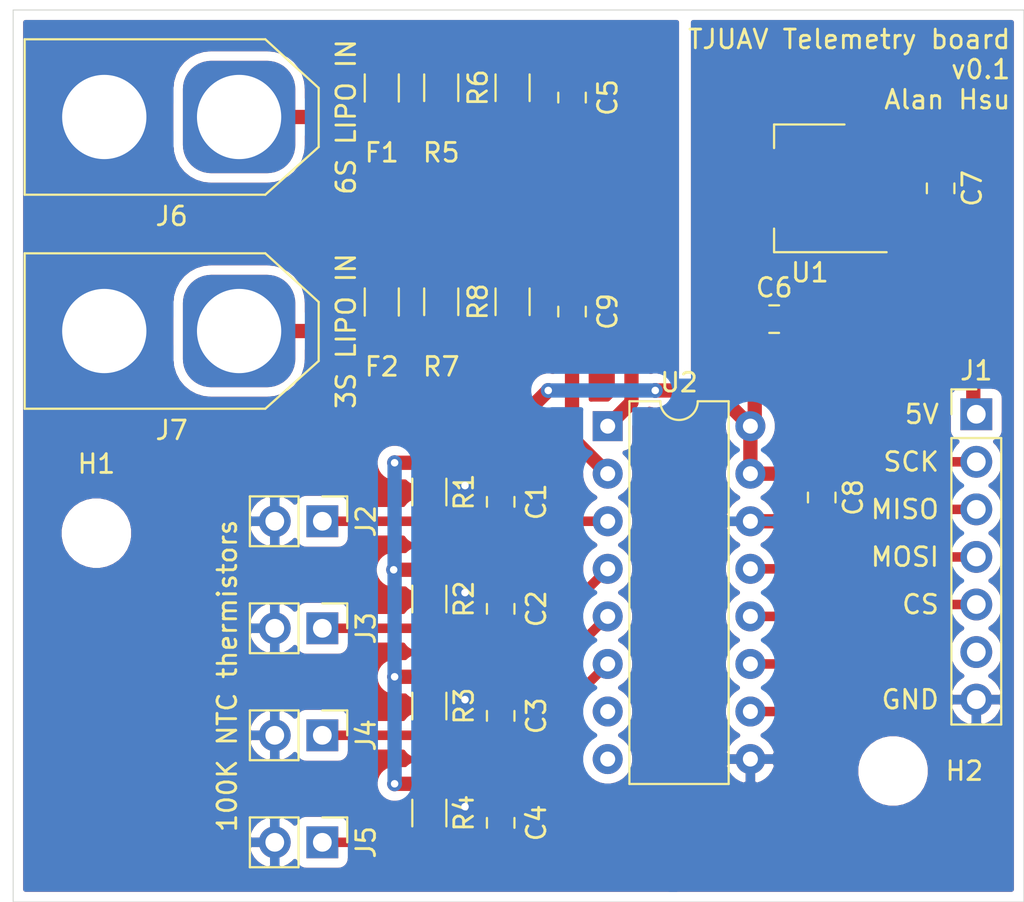
<source format=kicad_pcb>
(kicad_pcb (version 20171130) (host pcbnew "(5.1.9)-1")

  (general
    (thickness 1.6)
    (drawings 15)
    (tracks 79)
    (zones 0)
    (modules 30)
    (nets 18)
  )

  (page A4)
  (layers
    (0 F.Cu signal)
    (31 B.Cu signal)
    (32 B.Adhes user)
    (33 F.Adhes user)
    (34 B.Paste user)
    (35 F.Paste user)
    (36 B.SilkS user)
    (37 F.SilkS user)
    (38 B.Mask user)
    (39 F.Mask user)
    (40 Dwgs.User user)
    (41 Cmts.User user)
    (42 Eco1.User user)
    (43 Eco2.User user)
    (44 Edge.Cuts user)
    (45 Margin user)
    (46 B.CrtYd user)
    (47 F.CrtYd user)
    (48 B.Fab user)
    (49 F.Fab user)
  )

  (setup
    (last_trace_width 0.762)
    (user_trace_width 0.254)
    (user_trace_width 0.381)
    (user_trace_width 0.508)
    (user_trace_width 0.762)
    (trace_clearance 0.2)
    (zone_clearance 0.508)
    (zone_45_only no)
    (trace_min 0.2)
    (via_size 0.8)
    (via_drill 0.4)
    (via_min_size 0.4)
    (via_min_drill 0.3)
    (uvia_size 0.3)
    (uvia_drill 0.1)
    (uvias_allowed no)
    (uvia_min_size 0.2)
    (uvia_min_drill 0.1)
    (edge_width 0.05)
    (segment_width 0.2)
    (pcb_text_width 0.3)
    (pcb_text_size 1.5 1.5)
    (mod_edge_width 0.12)
    (mod_text_size 1 1)
    (mod_text_width 0.15)
    (pad_size 1.524 1.524)
    (pad_drill 0.762)
    (pad_to_mask_clearance 0)
    (aux_axis_origin 0 0)
    (visible_elements 7FFFFFFF)
    (pcbplotparams
      (layerselection 0x010fc_ffffffff)
      (usegerberextensions false)
      (usegerberattributes true)
      (usegerberadvancedattributes true)
      (creategerberjobfile true)
      (excludeedgelayer true)
      (linewidth 0.100000)
      (plotframeref false)
      (viasonmask false)
      (mode 1)
      (useauxorigin false)
      (hpglpennumber 1)
      (hpglpenspeed 20)
      (hpglpendiameter 15.000000)
      (psnegative false)
      (psa4output false)
      (plotreference true)
      (plotvalue true)
      (plotinvisibletext false)
      (padsonsilk false)
      (subtractmaskfromsilk false)
      (outputformat 1)
      (mirror false)
      (drillshape 0)
      (scaleselection 1)
      (outputdirectory "Gerbers/"))
  )

  (net 0 "")
  (net 1 GNDA)
  (net 2 /CH2)
  (net 3 /CH3)
  (net 4 /CH4)
  (net 5 /CH5)
  (net 6 /CH0)
  (net 7 +3V3)
  (net 8 +5V)
  (net 9 /ADC_CS)
  (net 10 /SPI_MOSI)
  (net 11 /SPI_MISO)
  (net 12 /SPI_SCK)
  (net 13 /CH1)
  (net 14 "Net-(F1-Pad2)")
  (net 15 "Net-(F1-Pad1)")
  (net 16 "Net-(F2-Pad2)")
  (net 17 "Net-(F2-Pad1)")

  (net_class Default "This is the default net class."
    (clearance 0.2)
    (trace_width 0.25)
    (via_dia 0.8)
    (via_drill 0.4)
    (uvia_dia 0.3)
    (uvia_drill 0.1)
    (add_net +3V3)
    (add_net +5V)
    (add_net /ADC_CS)
    (add_net /CH0)
    (add_net /CH1)
    (add_net /CH2)
    (add_net /CH3)
    (add_net /CH4)
    (add_net /CH5)
    (add_net /SPI_MISO)
    (add_net /SPI_MOSI)
    (add_net /SPI_SCK)
    (add_net GNDA)
    (add_net "Net-(F1-Pad1)")
    (add_net "Net-(F1-Pad2)")
    (add_net "Net-(F2-Pad1)")
    (add_net "Net-(F2-Pad2)")
    (add_net "Net-(J1-Pad6)")
    (add_net "Net-(U2-Pad7)")
    (add_net "Net-(U2-Pad8)")
  )

  (module Resistor_SMD:R_1206_3216Metric_Pad1.30x1.75mm_HandSolder (layer F.Cu) (tedit 5F68FEEE) (tstamp 61915F1F)
    (at 147.32 79.73 270)
    (descr "Resistor SMD 1206 (3216 Metric), square (rectangular) end terminal, IPC_7351 nominal with elongated pad for handsoldering. (Body size source: IPC-SM-782 page 72, https://www.pcb-3d.com/wordpress/wp-content/uploads/ipc-sm-782a_amendment_1_and_2.pdf), generated with kicad-footprint-generator")
    (tags "resistor handsolder")
    (path /61919427)
    (attr smd)
    (fp_text reference F2 (at 3.455 0 180) (layer F.SilkS)
      (effects (font (size 1 1) (thickness 0.15)))
    )
    (fp_text value 125mA (at 0 1.82 90) (layer F.Fab)
      (effects (font (size 1 1) (thickness 0.15)))
    )
    (fp_text user %R (at 0 0 90) (layer F.Fab)
      (effects (font (size 0.8 0.8) (thickness 0.12)))
    )
    (fp_line (start -1.6 0.8) (end -1.6 -0.8) (layer F.Fab) (width 0.1))
    (fp_line (start -1.6 -0.8) (end 1.6 -0.8) (layer F.Fab) (width 0.1))
    (fp_line (start 1.6 -0.8) (end 1.6 0.8) (layer F.Fab) (width 0.1))
    (fp_line (start 1.6 0.8) (end -1.6 0.8) (layer F.Fab) (width 0.1))
    (fp_line (start -0.727064 -0.91) (end 0.727064 -0.91) (layer F.SilkS) (width 0.12))
    (fp_line (start -0.727064 0.91) (end 0.727064 0.91) (layer F.SilkS) (width 0.12))
    (fp_line (start -2.45 1.12) (end -2.45 -1.12) (layer F.CrtYd) (width 0.05))
    (fp_line (start -2.45 -1.12) (end 2.45 -1.12) (layer F.CrtYd) (width 0.05))
    (fp_line (start 2.45 -1.12) (end 2.45 1.12) (layer F.CrtYd) (width 0.05))
    (fp_line (start 2.45 1.12) (end -2.45 1.12) (layer F.CrtYd) (width 0.05))
    (pad 2 smd roundrect (at 1.55 0 270) (size 1.3 1.75) (layers F.Cu F.Paste F.Mask) (roundrect_rratio 0.192308)
      (net 16 "Net-(F2-Pad2)"))
    (pad 1 smd roundrect (at -1.55 0 270) (size 1.3 1.75) (layers F.Cu F.Paste F.Mask) (roundrect_rratio 0.192308)
      (net 17 "Net-(F2-Pad1)"))
    (model ${KISYS3DMOD}/Resistor_SMD.3dshapes/R_1206_3216Metric.wrl
      (at (xyz 0 0 0))
      (scale (xyz 1 1 1))
      (rotate (xyz 0 0 0))
    )
  )

  (module Resistor_SMD:R_1206_3216Metric_Pad1.30x1.75mm_HandSolder (layer F.Cu) (tedit 5F68FEEE) (tstamp 61915F0E)
    (at 147.32 68.3 270)
    (descr "Resistor SMD 1206 (3216 Metric), square (rectangular) end terminal, IPC_7351 nominal with elongated pad for handsoldering. (Body size source: IPC-SM-782 page 72, https://www.pcb-3d.com/wordpress/wp-content/uploads/ipc-sm-782a_amendment_1_and_2.pdf), generated with kicad-footprint-generator")
    (tags "resistor handsolder")
    (path /61917A23)
    (attr smd)
    (fp_text reference F1 (at 3.455 0 180) (layer F.SilkS)
      (effects (font (size 1 1) (thickness 0.15)))
    )
    (fp_text value 125mA (at 0 1.82 90) (layer F.Fab)
      (effects (font (size 1 1) (thickness 0.15)))
    )
    (fp_text user %R (at 0 0 90) (layer F.Fab)
      (effects (font (size 0.8 0.8) (thickness 0.12)))
    )
    (fp_line (start -1.6 0.8) (end -1.6 -0.8) (layer F.Fab) (width 0.1))
    (fp_line (start -1.6 -0.8) (end 1.6 -0.8) (layer F.Fab) (width 0.1))
    (fp_line (start 1.6 -0.8) (end 1.6 0.8) (layer F.Fab) (width 0.1))
    (fp_line (start 1.6 0.8) (end -1.6 0.8) (layer F.Fab) (width 0.1))
    (fp_line (start -0.727064 -0.91) (end 0.727064 -0.91) (layer F.SilkS) (width 0.12))
    (fp_line (start -0.727064 0.91) (end 0.727064 0.91) (layer F.SilkS) (width 0.12))
    (fp_line (start -2.45 1.12) (end -2.45 -1.12) (layer F.CrtYd) (width 0.05))
    (fp_line (start -2.45 -1.12) (end 2.45 -1.12) (layer F.CrtYd) (width 0.05))
    (fp_line (start 2.45 -1.12) (end 2.45 1.12) (layer F.CrtYd) (width 0.05))
    (fp_line (start 2.45 1.12) (end -2.45 1.12) (layer F.CrtYd) (width 0.05))
    (pad 2 smd roundrect (at 1.55 0 270) (size 1.3 1.75) (layers F.Cu F.Paste F.Mask) (roundrect_rratio 0.192308)
      (net 14 "Net-(F1-Pad2)"))
    (pad 1 smd roundrect (at -1.55 0 270) (size 1.3 1.75) (layers F.Cu F.Paste F.Mask) (roundrect_rratio 0.192308)
      (net 15 "Net-(F1-Pad1)"))
    (model ${KISYS3DMOD}/Resistor_SMD.3dshapes/R_1206_3216Metric.wrl
      (at (xyz 0 0 0))
      (scale (xyz 1 1 1))
      (rotate (xyz 0 0 0))
    )
  )

  (module Capacitor_SMD:C_1206_3216Metric_Pad1.33x1.80mm_HandSolder (layer F.Cu) (tedit 5F68FEEF) (tstamp 6191362E)
    (at 154.305 79.7175 90)
    (descr "Capacitor SMD 1206 (3216 Metric), square (rectangular) end terminal, IPC_7351 nominal with elongated pad for handsoldering. (Body size source: IPC-SM-782 page 76, https://www.pcb-3d.com/wordpress/wp-content/uploads/ipc-sm-782a_amendment_1_and_2.pdf), generated with kicad-footprint-generator")
    (tags "capacitor handsolder")
    (path /61915665)
    (attr smd)
    (fp_text reference R8 (at 0 -1.85 90) (layer F.SilkS)
      (effects (font (size 1 1) (thickness 0.15)))
    )
    (fp_text value 42K (at 0 1.85 90) (layer F.Fab)
      (effects (font (size 1 1) (thickness 0.15)))
    )
    (fp_line (start 2.48 1.15) (end -2.48 1.15) (layer F.CrtYd) (width 0.05))
    (fp_line (start 2.48 -1.15) (end 2.48 1.15) (layer F.CrtYd) (width 0.05))
    (fp_line (start -2.48 -1.15) (end 2.48 -1.15) (layer F.CrtYd) (width 0.05))
    (fp_line (start -2.48 1.15) (end -2.48 -1.15) (layer F.CrtYd) (width 0.05))
    (fp_line (start -0.711252 0.91) (end 0.711252 0.91) (layer F.SilkS) (width 0.12))
    (fp_line (start -0.711252 -0.91) (end 0.711252 -0.91) (layer F.SilkS) (width 0.12))
    (fp_line (start 1.6 0.8) (end -1.6 0.8) (layer F.Fab) (width 0.1))
    (fp_line (start 1.6 -0.8) (end 1.6 0.8) (layer F.Fab) (width 0.1))
    (fp_line (start -1.6 -0.8) (end 1.6 -0.8) (layer F.Fab) (width 0.1))
    (fp_line (start -1.6 0.8) (end -1.6 -0.8) (layer F.Fab) (width 0.1))
    (fp_text user %R (at 0 0 90) (layer F.Fab)
      (effects (font (size 0.8 0.8) (thickness 0.12)))
    )
    (pad 2 smd roundrect (at 1.5625 0 90) (size 1.325 1.8) (layers F.Cu F.Paste F.Mask) (roundrect_rratio 0.1886784905660377)
      (net 1 GNDA))
    (pad 1 smd roundrect (at -1.5625 0 90) (size 1.325 1.8) (layers F.Cu F.Paste F.Mask) (roundrect_rratio 0.1886784905660377)
      (net 13 /CH1))
    (model ${KISYS3DMOD}/Capacitor_SMD.3dshapes/C_1206_3216Metric.wrl
      (at (xyz 0 0 0))
      (scale (xyz 1 1 1))
      (rotate (xyz 0 0 0))
    )
  )

  (module Capacitor_SMD:C_1206_3216Metric_Pad1.33x1.80mm_HandSolder (layer F.Cu) (tedit 5F68FEEF) (tstamp 6191361D)
    (at 150.495 79.7175 270)
    (descr "Capacitor SMD 1206 (3216 Metric), square (rectangular) end terminal, IPC_7351 nominal with elongated pad for handsoldering. (Body size source: IPC-SM-782 page 76, https://www.pcb-3d.com/wordpress/wp-content/uploads/ipc-sm-782a_amendment_1_and_2.pdf), generated with kicad-footprint-generator")
    (tags "capacitor handsolder")
    (path /6191565F)
    (attr smd)
    (fp_text reference R7 (at 3.4675 0 180) (layer F.SilkS)
      (effects (font (size 1 1) (thickness 0.15)))
    )
    (fp_text value 200K (at 0 1.85 90) (layer F.Fab)
      (effects (font (size 1 1) (thickness 0.15)))
    )
    (fp_line (start 2.48 1.15) (end -2.48 1.15) (layer F.CrtYd) (width 0.05))
    (fp_line (start 2.48 -1.15) (end 2.48 1.15) (layer F.CrtYd) (width 0.05))
    (fp_line (start -2.48 -1.15) (end 2.48 -1.15) (layer F.CrtYd) (width 0.05))
    (fp_line (start -2.48 1.15) (end -2.48 -1.15) (layer F.CrtYd) (width 0.05))
    (fp_line (start -0.711252 0.91) (end 0.711252 0.91) (layer F.SilkS) (width 0.12))
    (fp_line (start -0.711252 -0.91) (end 0.711252 -0.91) (layer F.SilkS) (width 0.12))
    (fp_line (start 1.6 0.8) (end -1.6 0.8) (layer F.Fab) (width 0.1))
    (fp_line (start 1.6 -0.8) (end 1.6 0.8) (layer F.Fab) (width 0.1))
    (fp_line (start -1.6 -0.8) (end 1.6 -0.8) (layer F.Fab) (width 0.1))
    (fp_line (start -1.6 0.8) (end -1.6 -0.8) (layer F.Fab) (width 0.1))
    (fp_text user %R (at 0 0 90) (layer F.Fab)
      (effects (font (size 0.8 0.8) (thickness 0.12)))
    )
    (pad 2 smd roundrect (at 1.5625 0 270) (size 1.325 1.8) (layers F.Cu F.Paste F.Mask) (roundrect_rratio 0.1886784905660377)
      (net 13 /CH1))
    (pad 1 smd roundrect (at -1.5625 0 270) (size 1.325 1.8) (layers F.Cu F.Paste F.Mask) (roundrect_rratio 0.1886784905660377)
      (net 17 "Net-(F2-Pad1)"))
    (model ${KISYS3DMOD}/Capacitor_SMD.3dshapes/C_1206_3216Metric.wrl
      (at (xyz 0 0 0))
      (scale (xyz 1 1 1))
      (rotate (xyz 0 0 0))
    )
  )

  (module Connector_AMASS:AMASS_XT60-M_1x02_P7.20mm_Vertical (layer F.Cu) (tedit 5D6C1D36) (tstamp 6191354C)
    (at 139.7 81.28 180)
    (descr "AMASS female XT60, through hole, vertical, https://www.tme.eu/Document/2d152ced3b7a446066e6c419d84bb460/XT60%20SPEC.pdf")
    (tags "XT60 female vertical")
    (path /61915675)
    (fp_text reference J7 (at 3.6 -5.3 180) (layer F.SilkS)
      (effects (font (size 1 1) (thickness 0.15)))
    )
    (fp_text value 3S (at 3.6 5.4) (layer F.Fab)
      (effects (font (size 1 1) (thickness 0.15)))
    )
    (fp_line (start 11.45 -4.15) (end -1.4 -4.15) (layer F.SilkS) (width 0.12))
    (fp_line (start -4.25 -1.6) (end -4.25 1.55) (layer F.SilkS) (width 0.12))
    (fp_line (start -1.4 4.15) (end 11.45 4.15) (layer F.SilkS) (width 0.12))
    (fp_line (start 11.45 4.15) (end 11.45 -4.15) (layer F.SilkS) (width 0.12))
    (fp_line (start -1.4 -4.15) (end -4.25 -1.6) (layer F.SilkS) (width 0.12))
    (fp_line (start -4.25 1.55) (end -1.4 4.15) (layer F.SilkS) (width 0.12))
    (fp_line (start 11.35 -4.05) (end -1.4 -4.05) (layer F.Fab) (width 0.12))
    (fp_line (start -1.4 -4.05) (end -4.15 -1.55) (layer F.Fab) (width 0.12))
    (fp_line (start -4.15 -1.55) (end -4.15 1.55) (layer F.Fab) (width 0.12))
    (fp_line (start -4.15 1.55) (end -1.4 4.05) (layer F.Fab) (width 0.12))
    (fp_line (start -1.4 4.05) (end 11.35 4.05) (layer F.Fab) (width 0.12))
    (fp_line (start 11.35 4.05) (end 11.35 -4.05) (layer F.Fab) (width 0.12))
    (fp_line (start 11.85 -4.6) (end 11.85 4.6) (layer F.CrtYd) (width 0.05))
    (fp_line (start 11.85 4.6) (end -1.6 4.6) (layer F.CrtYd) (width 0.05))
    (fp_line (start -1.6 4.6) (end -4.65 1.85) (layer F.CrtYd) (width 0.05))
    (fp_line (start -4.65 1.85) (end -4.65 -1.85) (layer F.CrtYd) (width 0.05))
    (fp_line (start -4.65 -1.85) (end -1.6 -4.6) (layer F.CrtYd) (width 0.05))
    (fp_line (start -1.6 -4.6) (end 11.85 -4.6) (layer F.CrtYd) (width 0.05))
    (fp_text user %R (at 3.6 0.05) (layer F.Fab)
      (effects (font (size 1 1) (thickness 0.15)))
    )
    (pad 1 thru_hole roundrect (at 0 0 180) (size 6 6) (drill 4.5) (layers *.Cu *.Mask) (roundrect_rratio 0.25)
      (net 16 "Net-(F2-Pad2)"))
    (pad 2 thru_hole circle (at 7.2 0 180) (size 6 6) (drill 4.5) (layers *.Cu *.Mask)
      (net 1 GNDA))
    (model ${KISYS3DMOD}/Connector_AMASS.3dshapes/AMASS_XT60-M_1x02_P7.2mm_Vertical.wrl
      (at (xyz 0 0 0))
      (scale (xyz 1 1 1))
      (rotate (xyz 0 0 0))
    )
  )

  (module Capacitor_SMD:C_0805_2012Metric_Pad1.18x1.45mm_HandSolder (layer F.Cu) (tedit 5F68FEEF) (tstamp 6191340B)
    (at 157.48 80.2425 90)
    (descr "Capacitor SMD 0805 (2012 Metric), square (rectangular) end terminal, IPC_7351 nominal with elongated pad for handsoldering. (Body size source: IPC-SM-782 page 76, https://www.pcb-3d.com/wordpress/wp-content/uploads/ipc-sm-782a_amendment_1_and_2.pdf, https://docs.google.com/spreadsheets/d/1BsfQQcO9C6DZCsRaXUlFlo91Tg2WpOkGARC1WS5S8t0/edit?usp=sharing), generated with kicad-footprint-generator")
    (tags "capacitor handsolder")
    (path /61915683)
    (attr smd)
    (fp_text reference C9 (at 0 1.905 90) (layer F.SilkS)
      (effects (font (size 1 1) (thickness 0.15)))
    )
    (fp_text value 0.47uF (at 0 1.68 90) (layer F.Fab)
      (effects (font (size 1 1) (thickness 0.15)))
    )
    (fp_line (start 1.88 0.98) (end -1.88 0.98) (layer F.CrtYd) (width 0.05))
    (fp_line (start 1.88 -0.98) (end 1.88 0.98) (layer F.CrtYd) (width 0.05))
    (fp_line (start -1.88 -0.98) (end 1.88 -0.98) (layer F.CrtYd) (width 0.05))
    (fp_line (start -1.88 0.98) (end -1.88 -0.98) (layer F.CrtYd) (width 0.05))
    (fp_line (start -0.261252 0.735) (end 0.261252 0.735) (layer F.SilkS) (width 0.12))
    (fp_line (start -0.261252 -0.735) (end 0.261252 -0.735) (layer F.SilkS) (width 0.12))
    (fp_line (start 1 0.625) (end -1 0.625) (layer F.Fab) (width 0.1))
    (fp_line (start 1 -0.625) (end 1 0.625) (layer F.Fab) (width 0.1))
    (fp_line (start -1 -0.625) (end 1 -0.625) (layer F.Fab) (width 0.1))
    (fp_line (start -1 0.625) (end -1 -0.625) (layer F.Fab) (width 0.1))
    (fp_text user %R (at 0 0 90) (layer F.Fab)
      (effects (font (size 0.5 0.5) (thickness 0.08)))
    )
    (pad 2 smd roundrect (at 1.0375 0 90) (size 1.175 1.45) (layers F.Cu F.Paste F.Mask) (roundrect_rratio 0.2127659574468085)
      (net 1 GNDA))
    (pad 1 smd roundrect (at -1.0375 0 90) (size 1.175 1.45) (layers F.Cu F.Paste F.Mask) (roundrect_rratio 0.2127659574468085)
      (net 13 /CH1))
    (model ${KISYS3DMOD}/Capacitor_SMD.3dshapes/C_0805_2012Metric.wrl
      (at (xyz 0 0 0))
      (scale (xyz 1 1 1))
      (rotate (xyz 0 0 0))
    )
  )

  (module MountingHole:MountingHole_2.7mm_M2.5 (layer F.Cu) (tedit 56D1B4CB) (tstamp 6190A0C4)
    (at 174.625 104.775)
    (descr "Mounting Hole 2.7mm, no annular, M2.5")
    (tags "mounting hole 2.7mm no annular m2.5")
    (path /61908C54)
    (attr virtual)
    (fp_text reference H2 (at 3.81 0) (layer F.SilkS)
      (effects (font (size 1 1) (thickness 0.15)))
    )
    (fp_text value MountingHole (at 0 3.7) (layer F.Fab)
      (effects (font (size 1 1) (thickness 0.15)))
    )
    (fp_circle (center 0 0) (end 2.7 0) (layer Cmts.User) (width 0.15))
    (fp_circle (center 0 0) (end 2.95 0) (layer F.CrtYd) (width 0.05))
    (fp_text user %R (at 0.3 0) (layer F.Fab)
      (effects (font (size 1 1) (thickness 0.15)))
    )
    (pad 1 np_thru_hole circle (at 0 0) (size 2.7 2.7) (drill 2.7) (layers *.Cu *.Mask))
  )

  (module MountingHole:MountingHole_2.7mm_M2.5 (layer F.Cu) (tedit 56D1B4CB) (tstamp 6190A0BC)
    (at 132.08 92.075)
    (descr "Mounting Hole 2.7mm, no annular, M2.5")
    (tags "mounting hole 2.7mm no annular m2.5")
    (path /61908367)
    (attr virtual)
    (fp_text reference H1 (at 0 -3.7) (layer F.SilkS)
      (effects (font (size 1 1) (thickness 0.15)))
    )
    (fp_text value MountingHole (at 0 3.7) (layer F.Fab)
      (effects (font (size 1 1) (thickness 0.15)))
    )
    (fp_circle (center 0 0) (end 2.7 0) (layer Cmts.User) (width 0.15))
    (fp_circle (center 0 0) (end 2.95 0) (layer F.CrtYd) (width 0.05))
    (fp_text user %R (at 0.3 0) (layer F.Fab)
      (effects (font (size 1 1) (thickness 0.15)))
    )
    (pad 1 np_thru_hole circle (at 0 0) (size 2.7 2.7) (drill 2.7) (layers *.Cu *.Mask))
  )

  (module Package_DIP:DIP-16_W7.62mm (layer F.Cu) (tedit 5A02E8C5) (tstamp 6190CFF1)
    (at 159.385 86.36)
    (descr "16-lead though-hole mounted DIP package, row spacing 7.62 mm (300 mils)")
    (tags "THT DIP DIL PDIP 2.54mm 7.62mm 300mil")
    (path /61903B52)
    (fp_text reference U2 (at 3.81 -2.33) (layer F.SilkS)
      (effects (font (size 1 1) (thickness 0.15)))
    )
    (fp_text value MCP3208 (at 3.81 20.11) (layer F.Fab)
      (effects (font (size 1 1) (thickness 0.15)))
    )
    (fp_line (start 1.635 -1.27) (end 6.985 -1.27) (layer F.Fab) (width 0.1))
    (fp_line (start 6.985 -1.27) (end 6.985 19.05) (layer F.Fab) (width 0.1))
    (fp_line (start 6.985 19.05) (end 0.635 19.05) (layer F.Fab) (width 0.1))
    (fp_line (start 0.635 19.05) (end 0.635 -0.27) (layer F.Fab) (width 0.1))
    (fp_line (start 0.635 -0.27) (end 1.635 -1.27) (layer F.Fab) (width 0.1))
    (fp_line (start 2.81 -1.33) (end 1.16 -1.33) (layer F.SilkS) (width 0.12))
    (fp_line (start 1.16 -1.33) (end 1.16 19.11) (layer F.SilkS) (width 0.12))
    (fp_line (start 1.16 19.11) (end 6.46 19.11) (layer F.SilkS) (width 0.12))
    (fp_line (start 6.46 19.11) (end 6.46 -1.33) (layer F.SilkS) (width 0.12))
    (fp_line (start 6.46 -1.33) (end 4.81 -1.33) (layer F.SilkS) (width 0.12))
    (fp_line (start -1.1 -1.55) (end -1.1 19.3) (layer F.CrtYd) (width 0.05))
    (fp_line (start -1.1 19.3) (end 8.7 19.3) (layer F.CrtYd) (width 0.05))
    (fp_line (start 8.7 19.3) (end 8.7 -1.55) (layer F.CrtYd) (width 0.05))
    (fp_line (start 8.7 -1.55) (end -1.1 -1.55) (layer F.CrtYd) (width 0.05))
    (fp_text user %R (at 3.81 8.89) (layer F.Fab)
      (effects (font (size 1 1) (thickness 0.15)))
    )
    (fp_arc (start 3.81 -1.33) (end 2.81 -1.33) (angle -180) (layer F.SilkS) (width 0.12))
    (pad 16 thru_hole oval (at 7.62 0) (size 1.6 1.6) (drill 0.8) (layers *.Cu *.Mask)
      (net 7 +3V3))
    (pad 8 thru_hole oval (at 0 17.78) (size 1.6 1.6) (drill 0.8) (layers *.Cu *.Mask))
    (pad 15 thru_hole oval (at 7.62 2.54) (size 1.6 1.6) (drill 0.8) (layers *.Cu *.Mask)
      (net 7 +3V3))
    (pad 7 thru_hole oval (at 0 15.24) (size 1.6 1.6) (drill 0.8) (layers *.Cu *.Mask))
    (pad 14 thru_hole oval (at 7.62 5.08) (size 1.6 1.6) (drill 0.8) (layers *.Cu *.Mask)
      (net 1 GNDA))
    (pad 6 thru_hole oval (at 0 12.7) (size 1.6 1.6) (drill 0.8) (layers *.Cu *.Mask)
      (net 5 /CH5))
    (pad 13 thru_hole oval (at 7.62 7.62) (size 1.6 1.6) (drill 0.8) (layers *.Cu *.Mask)
      (net 12 /SPI_SCK))
    (pad 5 thru_hole oval (at 0 10.16) (size 1.6 1.6) (drill 0.8) (layers *.Cu *.Mask)
      (net 4 /CH4))
    (pad 12 thru_hole oval (at 7.62 10.16) (size 1.6 1.6) (drill 0.8) (layers *.Cu *.Mask)
      (net 11 /SPI_MISO))
    (pad 4 thru_hole oval (at 0 7.62) (size 1.6 1.6) (drill 0.8) (layers *.Cu *.Mask)
      (net 3 /CH3))
    (pad 11 thru_hole oval (at 7.62 12.7) (size 1.6 1.6) (drill 0.8) (layers *.Cu *.Mask)
      (net 10 /SPI_MOSI))
    (pad 3 thru_hole oval (at 0 5.08) (size 1.6 1.6) (drill 0.8) (layers *.Cu *.Mask)
      (net 2 /CH2))
    (pad 10 thru_hole oval (at 7.62 15.24) (size 1.6 1.6) (drill 0.8) (layers *.Cu *.Mask)
      (net 9 /ADC_CS))
    (pad 2 thru_hole oval (at 0 2.54) (size 1.6 1.6) (drill 0.8) (layers *.Cu *.Mask)
      (net 13 /CH1))
    (pad 9 thru_hole oval (at 7.62 17.78) (size 1.6 1.6) (drill 0.8) (layers *.Cu *.Mask)
      (net 1 GNDA))
    (pad 1 thru_hole rect (at 0 0) (size 1.6 1.6) (drill 0.8) (layers *.Cu *.Mask)
      (net 6 /CH0))
    (model ${KISYS3DMOD}/Package_DIP.3dshapes/DIP-16_W7.62mm.wrl
      (at (xyz 0 0 0))
      (scale (xyz 1 1 1))
      (rotate (xyz 0 0 0))
    )
  )

  (module Package_TO_SOT_SMD:SOT-223-3_TabPin2 (layer F.Cu) (tedit 5A02FF57) (tstamp 6190CFCD)
    (at 170.18 73.66 180)
    (descr "module CMS SOT223 4 pins")
    (tags "CMS SOT")
    (path /6190A0D8)
    (attr smd)
    (fp_text reference U1 (at 0 -4.5) (layer F.SilkS)
      (effects (font (size 1 1) (thickness 0.15)))
    )
    (fp_text value LM1117-3.3 (at 0 4.5) (layer F.Fab)
      (effects (font (size 1 1) (thickness 0.15)))
    )
    (fp_line (start 1.91 3.41) (end 1.91 2.15) (layer F.SilkS) (width 0.12))
    (fp_line (start 1.91 -3.41) (end 1.91 -2.15) (layer F.SilkS) (width 0.12))
    (fp_line (start 4.4 -3.6) (end -4.4 -3.6) (layer F.CrtYd) (width 0.05))
    (fp_line (start 4.4 3.6) (end 4.4 -3.6) (layer F.CrtYd) (width 0.05))
    (fp_line (start -4.4 3.6) (end 4.4 3.6) (layer F.CrtYd) (width 0.05))
    (fp_line (start -4.4 -3.6) (end -4.4 3.6) (layer F.CrtYd) (width 0.05))
    (fp_line (start -1.85 -2.35) (end -0.85 -3.35) (layer F.Fab) (width 0.1))
    (fp_line (start -1.85 -2.35) (end -1.85 3.35) (layer F.Fab) (width 0.1))
    (fp_line (start -1.85 3.41) (end 1.91 3.41) (layer F.SilkS) (width 0.12))
    (fp_line (start -0.85 -3.35) (end 1.85 -3.35) (layer F.Fab) (width 0.1))
    (fp_line (start -4.1 -3.41) (end 1.91 -3.41) (layer F.SilkS) (width 0.12))
    (fp_line (start -1.85 3.35) (end 1.85 3.35) (layer F.Fab) (width 0.1))
    (fp_line (start 1.85 -3.35) (end 1.85 3.35) (layer F.Fab) (width 0.1))
    (fp_text user %R (at 0 0 90) (layer F.Fab)
      (effects (font (size 0.8 0.8) (thickness 0.12)))
    )
    (pad 1 smd rect (at -3.15 -2.3 180) (size 2 1.5) (layers F.Cu F.Paste F.Mask)
      (net 1 GNDA))
    (pad 3 smd rect (at -3.15 2.3 180) (size 2 1.5) (layers F.Cu F.Paste F.Mask)
      (net 8 +5V))
    (pad 2 smd rect (at -3.15 0 180) (size 2 1.5) (layers F.Cu F.Paste F.Mask)
      (net 7 +3V3))
    (pad 2 smd rect (at 3.15 0 180) (size 2 3.8) (layers F.Cu F.Paste F.Mask)
      (net 7 +3V3))
    (model ${KISYS3DMOD}/Package_TO_SOT_SMD.3dshapes/SOT-223.wrl
      (at (xyz 0 0 0))
      (scale (xyz 1 1 1))
      (rotate (xyz 0 0 0))
    )
  )

  (module Capacitor_SMD:C_1206_3216Metric_Pad1.33x1.80mm_HandSolder (layer F.Cu) (tedit 5F68FEEF) (tstamp 6190CFB7)
    (at 154.305 68.2875 90)
    (descr "Capacitor SMD 1206 (3216 Metric), square (rectangular) end terminal, IPC_7351 nominal with elongated pad for handsoldering. (Body size source: IPC-SM-782 page 76, https://www.pcb-3d.com/wordpress/wp-content/uploads/ipc-sm-782a_amendment_1_and_2.pdf), generated with kicad-footprint-generator")
    (tags "capacitor handsolder")
    (path /61922EDA)
    (attr smd)
    (fp_text reference R6 (at 0 -1.85 90) (layer F.SilkS)
      (effects (font (size 1 1) (thickness 0.15)))
    )
    (fp_text value 27K (at 0 1.85 90) (layer F.Fab)
      (effects (font (size 1 1) (thickness 0.15)))
    )
    (fp_line (start -1.6 0.8) (end -1.6 -0.8) (layer F.Fab) (width 0.1))
    (fp_line (start -1.6 -0.8) (end 1.6 -0.8) (layer F.Fab) (width 0.1))
    (fp_line (start 1.6 -0.8) (end 1.6 0.8) (layer F.Fab) (width 0.1))
    (fp_line (start 1.6 0.8) (end -1.6 0.8) (layer F.Fab) (width 0.1))
    (fp_line (start -0.711252 -0.91) (end 0.711252 -0.91) (layer F.SilkS) (width 0.12))
    (fp_line (start -0.711252 0.91) (end 0.711252 0.91) (layer F.SilkS) (width 0.12))
    (fp_line (start -2.48 1.15) (end -2.48 -1.15) (layer F.CrtYd) (width 0.05))
    (fp_line (start -2.48 -1.15) (end 2.48 -1.15) (layer F.CrtYd) (width 0.05))
    (fp_line (start 2.48 -1.15) (end 2.48 1.15) (layer F.CrtYd) (width 0.05))
    (fp_line (start 2.48 1.15) (end -2.48 1.15) (layer F.CrtYd) (width 0.05))
    (fp_text user %R (at 0 0 90) (layer F.Fab)
      (effects (font (size 0.8 0.8) (thickness 0.12)))
    )
    (pad 2 smd roundrect (at 1.5625 0 90) (size 1.325 1.8) (layers F.Cu F.Paste F.Mask) (roundrect_rratio 0.1886784905660377)
      (net 1 GNDA))
    (pad 1 smd roundrect (at -1.5625 0 90) (size 1.325 1.8) (layers F.Cu F.Paste F.Mask) (roundrect_rratio 0.1886784905660377)
      (net 6 /CH0))
    (model ${KISYS3DMOD}/Capacitor_SMD.3dshapes/C_1206_3216Metric.wrl
      (at (xyz 0 0 0))
      (scale (xyz 1 1 1))
      (rotate (xyz 0 0 0))
    )
  )

  (module Capacitor_SMD:C_1206_3216Metric_Pad1.33x1.80mm_HandSolder (layer F.Cu) (tedit 5F68FEEF) (tstamp 6190CFA6)
    (at 150.495 68.2875 270)
    (descr "Capacitor SMD 1206 (3216 Metric), square (rectangular) end terminal, IPC_7351 nominal with elongated pad for handsoldering. (Body size source: IPC-SM-782 page 76, https://www.pcb-3d.com/wordpress/wp-content/uploads/ipc-sm-782a_amendment_1_and_2.pdf), generated with kicad-footprint-generator")
    (tags "capacitor handsolder")
    (path /619228F4)
    (attr smd)
    (fp_text reference R5 (at 3.4675 0 180) (layer F.SilkS)
      (effects (font (size 1 1) (thickness 0.15)))
    )
    (fp_text value 250K (at 0 1.85 90) (layer F.Fab)
      (effects (font (size 1 1) (thickness 0.15)))
    )
    (fp_line (start -1.6 0.8) (end -1.6 -0.8) (layer F.Fab) (width 0.1))
    (fp_line (start -1.6 -0.8) (end 1.6 -0.8) (layer F.Fab) (width 0.1))
    (fp_line (start 1.6 -0.8) (end 1.6 0.8) (layer F.Fab) (width 0.1))
    (fp_line (start 1.6 0.8) (end -1.6 0.8) (layer F.Fab) (width 0.1))
    (fp_line (start -0.711252 -0.91) (end 0.711252 -0.91) (layer F.SilkS) (width 0.12))
    (fp_line (start -0.711252 0.91) (end 0.711252 0.91) (layer F.SilkS) (width 0.12))
    (fp_line (start -2.48 1.15) (end -2.48 -1.15) (layer F.CrtYd) (width 0.05))
    (fp_line (start -2.48 -1.15) (end 2.48 -1.15) (layer F.CrtYd) (width 0.05))
    (fp_line (start 2.48 -1.15) (end 2.48 1.15) (layer F.CrtYd) (width 0.05))
    (fp_line (start 2.48 1.15) (end -2.48 1.15) (layer F.CrtYd) (width 0.05))
    (fp_text user %R (at 0 0 90) (layer F.Fab)
      (effects (font (size 0.8 0.8) (thickness 0.12)))
    )
    (pad 2 smd roundrect (at 1.5625 0 270) (size 1.325 1.8) (layers F.Cu F.Paste F.Mask) (roundrect_rratio 0.1886784905660377)
      (net 6 /CH0))
    (pad 1 smd roundrect (at -1.5625 0 270) (size 1.325 1.8) (layers F.Cu F.Paste F.Mask) (roundrect_rratio 0.1886784905660377)
      (net 15 "Net-(F1-Pad1)"))
    (model ${KISYS3DMOD}/Capacitor_SMD.3dshapes/C_1206_3216Metric.wrl
      (at (xyz 0 0 0))
      (scale (xyz 1 1 1))
      (rotate (xyz 0 0 0))
    )
  )

  (module Capacitor_SMD:C_1206_3216Metric_Pad1.33x1.80mm_HandSolder (layer F.Cu) (tedit 5F68FEEF) (tstamp 61913987)
    (at 149.86 107.0225 270)
    (descr "Capacitor SMD 1206 (3216 Metric), square (rectangular) end terminal, IPC_7351 nominal with elongated pad for handsoldering. (Body size source: IPC-SM-782 page 76, https://www.pcb-3d.com/wordpress/wp-content/uploads/ipc-sm-782a_amendment_1_and_2.pdf), generated with kicad-footprint-generator")
    (tags "capacitor handsolder")
    (path /6191C3E9)
    (attr smd)
    (fp_text reference R4 (at 0 -1.85 90) (layer F.SilkS)
      (effects (font (size 1 1) (thickness 0.15)))
    )
    (fp_text value 33K (at 0 1.85 90) (layer F.Fab)
      (effects (font (size 1 1) (thickness 0.15)))
    )
    (fp_line (start -1.6 0.8) (end -1.6 -0.8) (layer F.Fab) (width 0.1))
    (fp_line (start -1.6 -0.8) (end 1.6 -0.8) (layer F.Fab) (width 0.1))
    (fp_line (start 1.6 -0.8) (end 1.6 0.8) (layer F.Fab) (width 0.1))
    (fp_line (start 1.6 0.8) (end -1.6 0.8) (layer F.Fab) (width 0.1))
    (fp_line (start -0.711252 -0.91) (end 0.711252 -0.91) (layer F.SilkS) (width 0.12))
    (fp_line (start -0.711252 0.91) (end 0.711252 0.91) (layer F.SilkS) (width 0.12))
    (fp_line (start -2.48 1.15) (end -2.48 -1.15) (layer F.CrtYd) (width 0.05))
    (fp_line (start -2.48 -1.15) (end 2.48 -1.15) (layer F.CrtYd) (width 0.05))
    (fp_line (start 2.48 -1.15) (end 2.48 1.15) (layer F.CrtYd) (width 0.05))
    (fp_line (start 2.48 1.15) (end -2.48 1.15) (layer F.CrtYd) (width 0.05))
    (fp_text user %R (at 0 0 90) (layer F.Fab)
      (effects (font (size 0.8 0.8) (thickness 0.12)))
    )
    (pad 2 smd roundrect (at 1.5625 0 270) (size 1.325 1.8) (layers F.Cu F.Paste F.Mask) (roundrect_rratio 0.1886784905660377)
      (net 5 /CH5))
    (pad 1 smd roundrect (at -1.5625 0 270) (size 1.325 1.8) (layers F.Cu F.Paste F.Mask) (roundrect_rratio 0.1886784905660377)
      (net 7 +3V3))
    (model ${KISYS3DMOD}/Capacitor_SMD.3dshapes/C_1206_3216Metric.wrl
      (at (xyz 0 0 0))
      (scale (xyz 1 1 1))
      (rotate (xyz 0 0 0))
    )
  )

  (module Capacitor_SMD:C_1206_3216Metric_Pad1.33x1.80mm_HandSolder (layer F.Cu) (tedit 5F68FEEF) (tstamp 61913927)
    (at 149.86 101.3075 270)
    (descr "Capacitor SMD 1206 (3216 Metric), square (rectangular) end terminal, IPC_7351 nominal with elongated pad for handsoldering. (Body size source: IPC-SM-782 page 76, https://www.pcb-3d.com/wordpress/wp-content/uploads/ipc-sm-782a_amendment_1_and_2.pdf), generated with kicad-footprint-generator")
    (tags "capacitor handsolder")
    (path /6191BD0D)
    (attr smd)
    (fp_text reference R3 (at 0 -1.85 90) (layer F.SilkS)
      (effects (font (size 1 1) (thickness 0.15)))
    )
    (fp_text value 33K (at 0 1.85 90) (layer F.Fab)
      (effects (font (size 1 1) (thickness 0.15)))
    )
    (fp_line (start -1.6 0.8) (end -1.6 -0.8) (layer F.Fab) (width 0.1))
    (fp_line (start -1.6 -0.8) (end 1.6 -0.8) (layer F.Fab) (width 0.1))
    (fp_line (start 1.6 -0.8) (end 1.6 0.8) (layer F.Fab) (width 0.1))
    (fp_line (start 1.6 0.8) (end -1.6 0.8) (layer F.Fab) (width 0.1))
    (fp_line (start -0.711252 -0.91) (end 0.711252 -0.91) (layer F.SilkS) (width 0.12))
    (fp_line (start -0.711252 0.91) (end 0.711252 0.91) (layer F.SilkS) (width 0.12))
    (fp_line (start -2.48 1.15) (end -2.48 -1.15) (layer F.CrtYd) (width 0.05))
    (fp_line (start -2.48 -1.15) (end 2.48 -1.15) (layer F.CrtYd) (width 0.05))
    (fp_line (start 2.48 -1.15) (end 2.48 1.15) (layer F.CrtYd) (width 0.05))
    (fp_line (start 2.48 1.15) (end -2.48 1.15) (layer F.CrtYd) (width 0.05))
    (fp_text user %R (at 0 0 90) (layer F.Fab)
      (effects (font (size 0.8 0.8) (thickness 0.12)))
    )
    (pad 2 smd roundrect (at 1.5625 0 270) (size 1.325 1.8) (layers F.Cu F.Paste F.Mask) (roundrect_rratio 0.1886784905660377)
      (net 4 /CH4))
    (pad 1 smd roundrect (at -1.5625 0 270) (size 1.325 1.8) (layers F.Cu F.Paste F.Mask) (roundrect_rratio 0.1886784905660377)
      (net 7 +3V3))
    (model ${KISYS3DMOD}/Capacitor_SMD.3dshapes/C_1206_3216Metric.wrl
      (at (xyz 0 0 0))
      (scale (xyz 1 1 1))
      (rotate (xyz 0 0 0))
    )
  )

  (module Capacitor_SMD:C_1206_3216Metric_Pad1.33x1.80mm_HandSolder (layer F.Cu) (tedit 5F68FEEF) (tstamp 619138F7)
    (at 149.86 95.5925 270)
    (descr "Capacitor SMD 1206 (3216 Metric), square (rectangular) end terminal, IPC_7351 nominal with elongated pad for handsoldering. (Body size source: IPC-SM-782 page 76, https://www.pcb-3d.com/wordpress/wp-content/uploads/ipc-sm-782a_amendment_1_and_2.pdf), generated with kicad-footprint-generator")
    (tags "capacitor handsolder")
    (path /6191B72D)
    (attr smd)
    (fp_text reference R2 (at 0 -1.85 90) (layer F.SilkS)
      (effects (font (size 1 1) (thickness 0.15)))
    )
    (fp_text value 33K (at 0 1.85 90) (layer F.Fab)
      (effects (font (size 1 1) (thickness 0.15)))
    )
    (fp_line (start -1.6 0.8) (end -1.6 -0.8) (layer F.Fab) (width 0.1))
    (fp_line (start -1.6 -0.8) (end 1.6 -0.8) (layer F.Fab) (width 0.1))
    (fp_line (start 1.6 -0.8) (end 1.6 0.8) (layer F.Fab) (width 0.1))
    (fp_line (start 1.6 0.8) (end -1.6 0.8) (layer F.Fab) (width 0.1))
    (fp_line (start -0.711252 -0.91) (end 0.711252 -0.91) (layer F.SilkS) (width 0.12))
    (fp_line (start -0.711252 0.91) (end 0.711252 0.91) (layer F.SilkS) (width 0.12))
    (fp_line (start -2.48 1.15) (end -2.48 -1.15) (layer F.CrtYd) (width 0.05))
    (fp_line (start -2.48 -1.15) (end 2.48 -1.15) (layer F.CrtYd) (width 0.05))
    (fp_line (start 2.48 -1.15) (end 2.48 1.15) (layer F.CrtYd) (width 0.05))
    (fp_line (start 2.48 1.15) (end -2.48 1.15) (layer F.CrtYd) (width 0.05))
    (fp_text user %R (at 0 0 90) (layer F.Fab)
      (effects (font (size 0.8 0.8) (thickness 0.12)))
    )
    (pad 2 smd roundrect (at 1.5625 0 270) (size 1.325 1.8) (layers F.Cu F.Paste F.Mask) (roundrect_rratio 0.1886784905660377)
      (net 3 /CH3))
    (pad 1 smd roundrect (at -1.5625 0 270) (size 1.325 1.8) (layers F.Cu F.Paste F.Mask) (roundrect_rratio 0.1886784905660377)
      (net 7 +3V3))
    (model ${KISYS3DMOD}/Capacitor_SMD.3dshapes/C_1206_3216Metric.wrl
      (at (xyz 0 0 0))
      (scale (xyz 1 1 1))
      (rotate (xyz 0 0 0))
    )
  )

  (module Capacitor_SMD:C_1206_3216Metric_Pad1.33x1.80mm_HandSolder (layer F.Cu) (tedit 5F68FEEF) (tstamp 61913957)
    (at 149.86 89.8775 270)
    (descr "Capacitor SMD 1206 (3216 Metric), square (rectangular) end terminal, IPC_7351 nominal with elongated pad for handsoldering. (Body size source: IPC-SM-782 page 76, https://www.pcb-3d.com/wordpress/wp-content/uploads/ipc-sm-782a_amendment_1_and_2.pdf), generated with kicad-footprint-generator")
    (tags "capacitor handsolder")
    (path /6191AFFB)
    (attr smd)
    (fp_text reference R1 (at 0 -1.85 90) (layer F.SilkS)
      (effects (font (size 1 1) (thickness 0.15)))
    )
    (fp_text value 33K (at 0 1.85 90) (layer F.Fab)
      (effects (font (size 1 1) (thickness 0.15)))
    )
    (fp_line (start -1.6 0.8) (end -1.6 -0.8) (layer F.Fab) (width 0.1))
    (fp_line (start -1.6 -0.8) (end 1.6 -0.8) (layer F.Fab) (width 0.1))
    (fp_line (start 1.6 -0.8) (end 1.6 0.8) (layer F.Fab) (width 0.1))
    (fp_line (start 1.6 0.8) (end -1.6 0.8) (layer F.Fab) (width 0.1))
    (fp_line (start -0.711252 -0.91) (end 0.711252 -0.91) (layer F.SilkS) (width 0.12))
    (fp_line (start -0.711252 0.91) (end 0.711252 0.91) (layer F.SilkS) (width 0.12))
    (fp_line (start -2.48 1.15) (end -2.48 -1.15) (layer F.CrtYd) (width 0.05))
    (fp_line (start -2.48 -1.15) (end 2.48 -1.15) (layer F.CrtYd) (width 0.05))
    (fp_line (start 2.48 -1.15) (end 2.48 1.15) (layer F.CrtYd) (width 0.05))
    (fp_line (start 2.48 1.15) (end -2.48 1.15) (layer F.CrtYd) (width 0.05))
    (fp_text user %R (at 0 0 90) (layer F.Fab)
      (effects (font (size 0.8 0.8) (thickness 0.12)))
    )
    (pad 2 smd roundrect (at 1.5625 0 270) (size 1.325 1.8) (layers F.Cu F.Paste F.Mask) (roundrect_rratio 0.1886784905660377)
      (net 2 /CH2))
    (pad 1 smd roundrect (at -1.5625 0 270) (size 1.325 1.8) (layers F.Cu F.Paste F.Mask) (roundrect_rratio 0.1886784905660377)
      (net 7 +3V3))
    (model ${KISYS3DMOD}/Capacitor_SMD.3dshapes/C_1206_3216Metric.wrl
      (at (xyz 0 0 0))
      (scale (xyz 1 1 1))
      (rotate (xyz 0 0 0))
    )
  )

  (module Connector_AMASS:AMASS_XT60-M_1x02_P7.20mm_Vertical (layer F.Cu) (tedit 5D6C1D36) (tstamp 6190CF51)
    (at 139.7 69.85 180)
    (descr "AMASS female XT60, through hole, vertical, https://www.tme.eu/Document/2d152ced3b7a446066e6c419d84bb460/XT60%20SPEC.pdf")
    (tags "XT60 female vertical")
    (path /61927B36)
    (fp_text reference J6 (at 3.6 -5.3 180) (layer F.SilkS)
      (effects (font (size 1 1) (thickness 0.15)))
    )
    (fp_text value 6S (at 3.6 5.4) (layer F.Fab)
      (effects (font (size 1 1) (thickness 0.15)))
    )
    (fp_line (start -1.6 -4.6) (end 11.85 -4.6) (layer F.CrtYd) (width 0.05))
    (fp_line (start -4.65 -1.85) (end -1.6 -4.6) (layer F.CrtYd) (width 0.05))
    (fp_line (start -4.65 1.85) (end -4.65 -1.85) (layer F.CrtYd) (width 0.05))
    (fp_line (start -1.6 4.6) (end -4.65 1.85) (layer F.CrtYd) (width 0.05))
    (fp_line (start 11.85 4.6) (end -1.6 4.6) (layer F.CrtYd) (width 0.05))
    (fp_line (start 11.85 -4.6) (end 11.85 4.6) (layer F.CrtYd) (width 0.05))
    (fp_line (start 11.35 4.05) (end 11.35 -4.05) (layer F.Fab) (width 0.12))
    (fp_line (start -1.4 4.05) (end 11.35 4.05) (layer F.Fab) (width 0.12))
    (fp_line (start -4.15 1.55) (end -1.4 4.05) (layer F.Fab) (width 0.12))
    (fp_line (start -4.15 -1.55) (end -4.15 1.55) (layer F.Fab) (width 0.12))
    (fp_line (start -1.4 -4.05) (end -4.15 -1.55) (layer F.Fab) (width 0.12))
    (fp_line (start 11.35 -4.05) (end -1.4 -4.05) (layer F.Fab) (width 0.12))
    (fp_line (start -4.25 1.55) (end -1.4 4.15) (layer F.SilkS) (width 0.12))
    (fp_line (start -1.4 -4.15) (end -4.25 -1.6) (layer F.SilkS) (width 0.12))
    (fp_line (start 11.45 4.15) (end 11.45 -4.15) (layer F.SilkS) (width 0.12))
    (fp_line (start -1.4 4.15) (end 11.45 4.15) (layer F.SilkS) (width 0.12))
    (fp_line (start -4.25 -1.6) (end -4.25 1.55) (layer F.SilkS) (width 0.12))
    (fp_line (start 11.45 -4.15) (end -1.4 -4.15) (layer F.SilkS) (width 0.12))
    (fp_text user %R (at 3.6 0.05) (layer F.Fab)
      (effects (font (size 1 1) (thickness 0.15)))
    )
    (pad 1 thru_hole roundrect (at 0 0 180) (size 6 6) (drill 4.5) (layers *.Cu *.Mask) (roundrect_rratio 0.25)
      (net 14 "Net-(F1-Pad2)"))
    (pad 2 thru_hole circle (at 7.2 0 180) (size 6 6) (drill 4.5) (layers *.Cu *.Mask)
      (net 1 GNDA))
    (model ${KISYS3DMOD}/Connector_AMASS.3dshapes/AMASS_XT60-M_1x02_P7.2mm_Vertical.wrl
      (at (xyz 0 0 0))
      (scale (xyz 1 1 1))
      (rotate (xyz 0 0 0))
    )
  )

  (module Connector_PinHeader_2.54mm:PinHeader_1x02_P2.54mm_Vertical (layer F.Cu) (tedit 59FED5CC) (tstamp 619138BD)
    (at 144.145 108.585 270)
    (descr "Through hole straight pin header, 1x02, 2.54mm pitch, single row")
    (tags "Through hole pin header THT 1x02 2.54mm single row")
    (path /619190F2)
    (fp_text reference J5 (at 0 -2.33 90) (layer F.SilkS)
      (effects (font (size 1 1) (thickness 0.15)))
    )
    (fp_text value NTC4 (at 0 4.87 90) (layer F.Fab)
      (effects (font (size 1 1) (thickness 0.15)))
    )
    (fp_line (start -0.635 -1.27) (end 1.27 -1.27) (layer F.Fab) (width 0.1))
    (fp_line (start 1.27 -1.27) (end 1.27 3.81) (layer F.Fab) (width 0.1))
    (fp_line (start 1.27 3.81) (end -1.27 3.81) (layer F.Fab) (width 0.1))
    (fp_line (start -1.27 3.81) (end -1.27 -0.635) (layer F.Fab) (width 0.1))
    (fp_line (start -1.27 -0.635) (end -0.635 -1.27) (layer F.Fab) (width 0.1))
    (fp_line (start -1.33 3.87) (end 1.33 3.87) (layer F.SilkS) (width 0.12))
    (fp_line (start -1.33 1.27) (end -1.33 3.87) (layer F.SilkS) (width 0.12))
    (fp_line (start 1.33 1.27) (end 1.33 3.87) (layer F.SilkS) (width 0.12))
    (fp_line (start -1.33 1.27) (end 1.33 1.27) (layer F.SilkS) (width 0.12))
    (fp_line (start -1.33 0) (end -1.33 -1.33) (layer F.SilkS) (width 0.12))
    (fp_line (start -1.33 -1.33) (end 0 -1.33) (layer F.SilkS) (width 0.12))
    (fp_line (start -1.8 -1.8) (end -1.8 4.35) (layer F.CrtYd) (width 0.05))
    (fp_line (start -1.8 4.35) (end 1.8 4.35) (layer F.CrtYd) (width 0.05))
    (fp_line (start 1.8 4.35) (end 1.8 -1.8) (layer F.CrtYd) (width 0.05))
    (fp_line (start 1.8 -1.8) (end -1.8 -1.8) (layer F.CrtYd) (width 0.05))
    (fp_text user %R (at 0 1.27) (layer F.Fab)
      (effects (font (size 1 1) (thickness 0.15)))
    )
    (pad 2 thru_hole oval (at 0 2.54 270) (size 1.7 1.7) (drill 1) (layers *.Cu *.Mask)
      (net 1 GNDA))
    (pad 1 thru_hole rect (at 0 0 270) (size 1.7 1.7) (drill 1) (layers *.Cu *.Mask)
      (net 5 /CH5))
    (model ${KISYS3DMOD}/Connector_PinHeader_2.54mm.3dshapes/PinHeader_1x02_P2.54mm_Vertical.wrl
      (at (xyz 0 0 0))
      (scale (xyz 1 1 1))
      (rotate (xyz 0 0 0))
    )
  )

  (module Connector_PinHeader_2.54mm:PinHeader_1x02_P2.54mm_Vertical (layer F.Cu) (tedit 59FED5CC) (tstamp 6191387E)
    (at 144.145 102.87 270)
    (descr "Through hole straight pin header, 1x02, 2.54mm pitch, single row")
    (tags "Through hole pin header THT 1x02 2.54mm single row")
    (path /61918E56)
    (fp_text reference J4 (at 0 -2.33 90) (layer F.SilkS)
      (effects (font (size 1 1) (thickness 0.15)))
    )
    (fp_text value NTC3 (at 0 4.87 90) (layer F.Fab)
      (effects (font (size 1 1) (thickness 0.15)))
    )
    (fp_line (start -0.635 -1.27) (end 1.27 -1.27) (layer F.Fab) (width 0.1))
    (fp_line (start 1.27 -1.27) (end 1.27 3.81) (layer F.Fab) (width 0.1))
    (fp_line (start 1.27 3.81) (end -1.27 3.81) (layer F.Fab) (width 0.1))
    (fp_line (start -1.27 3.81) (end -1.27 -0.635) (layer F.Fab) (width 0.1))
    (fp_line (start -1.27 -0.635) (end -0.635 -1.27) (layer F.Fab) (width 0.1))
    (fp_line (start -1.33 3.87) (end 1.33 3.87) (layer F.SilkS) (width 0.12))
    (fp_line (start -1.33 1.27) (end -1.33 3.87) (layer F.SilkS) (width 0.12))
    (fp_line (start 1.33 1.27) (end 1.33 3.87) (layer F.SilkS) (width 0.12))
    (fp_line (start -1.33 1.27) (end 1.33 1.27) (layer F.SilkS) (width 0.12))
    (fp_line (start -1.33 0) (end -1.33 -1.33) (layer F.SilkS) (width 0.12))
    (fp_line (start -1.33 -1.33) (end 0 -1.33) (layer F.SilkS) (width 0.12))
    (fp_line (start -1.8 -1.8) (end -1.8 4.35) (layer F.CrtYd) (width 0.05))
    (fp_line (start -1.8 4.35) (end 1.8 4.35) (layer F.CrtYd) (width 0.05))
    (fp_line (start 1.8 4.35) (end 1.8 -1.8) (layer F.CrtYd) (width 0.05))
    (fp_line (start 1.8 -1.8) (end -1.8 -1.8) (layer F.CrtYd) (width 0.05))
    (fp_text user %R (at 0 1.27) (layer F.Fab)
      (effects (font (size 1 1) (thickness 0.15)))
    )
    (pad 2 thru_hole oval (at 0 2.54 270) (size 1.7 1.7) (drill 1) (layers *.Cu *.Mask)
      (net 1 GNDA))
    (pad 1 thru_hole rect (at 0 0 270) (size 1.7 1.7) (drill 1) (layers *.Cu *.Mask)
      (net 4 /CH4))
    (model ${KISYS3DMOD}/Connector_PinHeader_2.54mm.3dshapes/PinHeader_1x02_P2.54mm_Vertical.wrl
      (at (xyz 0 0 0))
      (scale (xyz 1 1 1))
      (rotate (xyz 0 0 0))
    )
  )

  (module Connector_PinHeader_2.54mm:PinHeader_1x02_P2.54mm_Vertical (layer F.Cu) (tedit 59FED5CC) (tstamp 619139FB)
    (at 144.145 97.155 270)
    (descr "Through hole straight pin header, 1x02, 2.54mm pitch, single row")
    (tags "Through hole pin header THT 1x02 2.54mm single row")
    (path /61918A5A)
    (fp_text reference J3 (at 0 -2.33 90) (layer F.SilkS)
      (effects (font (size 1 1) (thickness 0.15)))
    )
    (fp_text value NTC2 (at 0 4.87 90) (layer F.Fab)
      (effects (font (size 1 1) (thickness 0.15)))
    )
    (fp_line (start -0.635 -1.27) (end 1.27 -1.27) (layer F.Fab) (width 0.1))
    (fp_line (start 1.27 -1.27) (end 1.27 3.81) (layer F.Fab) (width 0.1))
    (fp_line (start 1.27 3.81) (end -1.27 3.81) (layer F.Fab) (width 0.1))
    (fp_line (start -1.27 3.81) (end -1.27 -0.635) (layer F.Fab) (width 0.1))
    (fp_line (start -1.27 -0.635) (end -0.635 -1.27) (layer F.Fab) (width 0.1))
    (fp_line (start -1.33 3.87) (end 1.33 3.87) (layer F.SilkS) (width 0.12))
    (fp_line (start -1.33 1.27) (end -1.33 3.87) (layer F.SilkS) (width 0.12))
    (fp_line (start 1.33 1.27) (end 1.33 3.87) (layer F.SilkS) (width 0.12))
    (fp_line (start -1.33 1.27) (end 1.33 1.27) (layer F.SilkS) (width 0.12))
    (fp_line (start -1.33 0) (end -1.33 -1.33) (layer F.SilkS) (width 0.12))
    (fp_line (start -1.33 -1.33) (end 0 -1.33) (layer F.SilkS) (width 0.12))
    (fp_line (start -1.8 -1.8) (end -1.8 4.35) (layer F.CrtYd) (width 0.05))
    (fp_line (start -1.8 4.35) (end 1.8 4.35) (layer F.CrtYd) (width 0.05))
    (fp_line (start 1.8 4.35) (end 1.8 -1.8) (layer F.CrtYd) (width 0.05))
    (fp_line (start 1.8 -1.8) (end -1.8 -1.8) (layer F.CrtYd) (width 0.05))
    (fp_text user %R (at 0 1.27) (layer F.Fab)
      (effects (font (size 1 1) (thickness 0.15)))
    )
    (pad 2 thru_hole oval (at 0 2.54 270) (size 1.7 1.7) (drill 1) (layers *.Cu *.Mask)
      (net 1 GNDA))
    (pad 1 thru_hole rect (at 0 0 270) (size 1.7 1.7) (drill 1) (layers *.Cu *.Mask)
      (net 3 /CH3))
    (model ${KISYS3DMOD}/Connector_PinHeader_2.54mm.3dshapes/PinHeader_1x02_P2.54mm_Vertical.wrl
      (at (xyz 0 0 0))
      (scale (xyz 1 1 1))
      (rotate (xyz 0 0 0))
    )
  )

  (module Connector_PinHeader_2.54mm:PinHeader_1x02_P2.54mm_Vertical (layer F.Cu) (tedit 59FED5CC) (tstamp 619139BC)
    (at 144.145 91.44 270)
    (descr "Through hole straight pin header, 1x02, 2.54mm pitch, single row")
    (tags "Through hole pin header THT 1x02 2.54mm single row")
    (path /619180C0)
    (fp_text reference J2 (at 0 -2.33 90) (layer F.SilkS)
      (effects (font (size 1 1) (thickness 0.15)))
    )
    (fp_text value NTC1 (at 0 4.87 90) (layer F.Fab)
      (effects (font (size 1 1) (thickness 0.15)))
    )
    (fp_line (start -0.635 -1.27) (end 1.27 -1.27) (layer F.Fab) (width 0.1))
    (fp_line (start 1.27 -1.27) (end 1.27 3.81) (layer F.Fab) (width 0.1))
    (fp_line (start 1.27 3.81) (end -1.27 3.81) (layer F.Fab) (width 0.1))
    (fp_line (start -1.27 3.81) (end -1.27 -0.635) (layer F.Fab) (width 0.1))
    (fp_line (start -1.27 -0.635) (end -0.635 -1.27) (layer F.Fab) (width 0.1))
    (fp_line (start -1.33 3.87) (end 1.33 3.87) (layer F.SilkS) (width 0.12))
    (fp_line (start -1.33 1.27) (end -1.33 3.87) (layer F.SilkS) (width 0.12))
    (fp_line (start 1.33 1.27) (end 1.33 3.87) (layer F.SilkS) (width 0.12))
    (fp_line (start -1.33 1.27) (end 1.33 1.27) (layer F.SilkS) (width 0.12))
    (fp_line (start -1.33 0) (end -1.33 -1.33) (layer F.SilkS) (width 0.12))
    (fp_line (start -1.33 -1.33) (end 0 -1.33) (layer F.SilkS) (width 0.12))
    (fp_line (start -1.8 -1.8) (end -1.8 4.35) (layer F.CrtYd) (width 0.05))
    (fp_line (start -1.8 4.35) (end 1.8 4.35) (layer F.CrtYd) (width 0.05))
    (fp_line (start 1.8 4.35) (end 1.8 -1.8) (layer F.CrtYd) (width 0.05))
    (fp_line (start 1.8 -1.8) (end -1.8 -1.8) (layer F.CrtYd) (width 0.05))
    (fp_text user %R (at 0 1.27) (layer F.Fab)
      (effects (font (size 1 1) (thickness 0.15)))
    )
    (pad 2 thru_hole oval (at 0 2.54 270) (size 1.7 1.7) (drill 1) (layers *.Cu *.Mask)
      (net 1 GNDA))
    (pad 1 thru_hole rect (at 0 0 270) (size 1.7 1.7) (drill 1) (layers *.Cu *.Mask)
      (net 2 /CH2))
    (model ${KISYS3DMOD}/Connector_PinHeader_2.54mm.3dshapes/PinHeader_1x02_P2.54mm_Vertical.wrl
      (at (xyz 0 0 0))
      (scale (xyz 1 1 1))
      (rotate (xyz 0 0 0))
    )
  )

  (module Connector_PinHeader_2.54mm:PinHeader_1x07_P2.54mm_Vertical (layer F.Cu) (tedit 59FED5CC) (tstamp 6190CEE0)
    (at 179.07 85.725)
    (descr "Through hole straight pin header, 1x07, 2.54mm pitch, single row")
    (tags "Through hole pin header THT 1x07 2.54mm single row")
    (path /619052DB)
    (fp_text reference J1 (at 0 -2.33) (layer F.SilkS)
      (effects (font (size 1 1) (thickness 0.15)))
    )
    (fp_text value MAIN (at 0 17.57) (layer F.Fab)
      (effects (font (size 1 1) (thickness 0.15)))
    )
    (fp_line (start -0.635 -1.27) (end 1.27 -1.27) (layer F.Fab) (width 0.1))
    (fp_line (start 1.27 -1.27) (end 1.27 16.51) (layer F.Fab) (width 0.1))
    (fp_line (start 1.27 16.51) (end -1.27 16.51) (layer F.Fab) (width 0.1))
    (fp_line (start -1.27 16.51) (end -1.27 -0.635) (layer F.Fab) (width 0.1))
    (fp_line (start -1.27 -0.635) (end -0.635 -1.27) (layer F.Fab) (width 0.1))
    (fp_line (start -1.33 16.57) (end 1.33 16.57) (layer F.SilkS) (width 0.12))
    (fp_line (start -1.33 1.27) (end -1.33 16.57) (layer F.SilkS) (width 0.12))
    (fp_line (start 1.33 1.27) (end 1.33 16.57) (layer F.SilkS) (width 0.12))
    (fp_line (start -1.33 1.27) (end 1.33 1.27) (layer F.SilkS) (width 0.12))
    (fp_line (start -1.33 0) (end -1.33 -1.33) (layer F.SilkS) (width 0.12))
    (fp_line (start -1.33 -1.33) (end 0 -1.33) (layer F.SilkS) (width 0.12))
    (fp_line (start -1.8 -1.8) (end -1.8 17.05) (layer F.CrtYd) (width 0.05))
    (fp_line (start -1.8 17.05) (end 1.8 17.05) (layer F.CrtYd) (width 0.05))
    (fp_line (start 1.8 17.05) (end 1.8 -1.8) (layer F.CrtYd) (width 0.05))
    (fp_line (start 1.8 -1.8) (end -1.8 -1.8) (layer F.CrtYd) (width 0.05))
    (fp_text user %R (at 0 7.62 90) (layer F.Fab)
      (effects (font (size 1 1) (thickness 0.15)))
    )
    (pad 7 thru_hole oval (at 0 15.24) (size 1.7 1.7) (drill 1) (layers *.Cu *.Mask)
      (net 1 GNDA))
    (pad 6 thru_hole oval (at 0 12.7) (size 1.7 1.7) (drill 1) (layers *.Cu *.Mask))
    (pad 5 thru_hole oval (at 0 10.16) (size 1.7 1.7) (drill 1) (layers *.Cu *.Mask)
      (net 9 /ADC_CS))
    (pad 4 thru_hole oval (at 0 7.62) (size 1.7 1.7) (drill 1) (layers *.Cu *.Mask)
      (net 10 /SPI_MOSI))
    (pad 3 thru_hole oval (at 0 5.08) (size 1.7 1.7) (drill 1) (layers *.Cu *.Mask)
      (net 11 /SPI_MISO))
    (pad 2 thru_hole oval (at 0 2.54) (size 1.7 1.7) (drill 1) (layers *.Cu *.Mask)
      (net 12 /SPI_SCK))
    (pad 1 thru_hole rect (at 0 0) (size 1.7 1.7) (drill 1) (layers *.Cu *.Mask)
      (net 8 +5V))
    (model ${KISYS3DMOD}/Connector_PinHeader_2.54mm.3dshapes/PinHeader_1x07_P2.54mm_Vertical.wrl
      (at (xyz 0 0 0))
      (scale (xyz 1 1 1))
      (rotate (xyz 0 0 0))
    )
  )

  (module Capacitor_SMD:C_0805_2012Metric_Pad1.18x1.45mm_HandSolder (layer F.Cu) (tedit 5F68FEEF) (tstamp 6190CE94)
    (at 170.815 90.17 270)
    (descr "Capacitor SMD 0805 (2012 Metric), square (rectangular) end terminal, IPC_7351 nominal with elongated pad for handsoldering. (Body size source: IPC-SM-782 page 76, https://www.pcb-3d.com/wordpress/wp-content/uploads/ipc-sm-782a_amendment_1_and_2.pdf, https://docs.google.com/spreadsheets/d/1BsfQQcO9C6DZCsRaXUlFlo91Tg2WpOkGARC1WS5S8t0/edit?usp=sharing), generated with kicad-footprint-generator")
    (tags "capacitor handsolder")
    (path /61915AD3)
    (attr smd)
    (fp_text reference C8 (at 0 -1.68 90) (layer F.SilkS)
      (effects (font (size 1 1) (thickness 0.15)))
    )
    (fp_text value 1uF (at 0 1.68 90) (layer F.Fab)
      (effects (font (size 1 1) (thickness 0.15)))
    )
    (fp_line (start -1 0.625) (end -1 -0.625) (layer F.Fab) (width 0.1))
    (fp_line (start -1 -0.625) (end 1 -0.625) (layer F.Fab) (width 0.1))
    (fp_line (start 1 -0.625) (end 1 0.625) (layer F.Fab) (width 0.1))
    (fp_line (start 1 0.625) (end -1 0.625) (layer F.Fab) (width 0.1))
    (fp_line (start -0.261252 -0.735) (end 0.261252 -0.735) (layer F.SilkS) (width 0.12))
    (fp_line (start -0.261252 0.735) (end 0.261252 0.735) (layer F.SilkS) (width 0.12))
    (fp_line (start -1.88 0.98) (end -1.88 -0.98) (layer F.CrtYd) (width 0.05))
    (fp_line (start -1.88 -0.98) (end 1.88 -0.98) (layer F.CrtYd) (width 0.05))
    (fp_line (start 1.88 -0.98) (end 1.88 0.98) (layer F.CrtYd) (width 0.05))
    (fp_line (start 1.88 0.98) (end -1.88 0.98) (layer F.CrtYd) (width 0.05))
    (fp_text user %R (at 0 0 90) (layer F.Fab)
      (effects (font (size 0.5 0.5) (thickness 0.08)))
    )
    (pad 2 smd roundrect (at 1.0375 0 270) (size 1.175 1.45) (layers F.Cu F.Paste F.Mask) (roundrect_rratio 0.2127659574468085)
      (net 1 GNDA))
    (pad 1 smd roundrect (at -1.0375 0 270) (size 1.175 1.45) (layers F.Cu F.Paste F.Mask) (roundrect_rratio 0.2127659574468085)
      (net 7 +3V3))
    (model ${KISYS3DMOD}/Capacitor_SMD.3dshapes/C_0805_2012Metric.wrl
      (at (xyz 0 0 0))
      (scale (xyz 1 1 1))
      (rotate (xyz 0 0 0))
    )
  )

  (module Capacitor_SMD:C_0805_2012Metric_Pad1.18x1.45mm_HandSolder (layer F.Cu) (tedit 5F68FEEF) (tstamp 6190CE83)
    (at 177.165 73.66 270)
    (descr "Capacitor SMD 0805 (2012 Metric), square (rectangular) end terminal, IPC_7351 nominal with elongated pad for handsoldering. (Body size source: IPC-SM-782 page 76, https://www.pcb-3d.com/wordpress/wp-content/uploads/ipc-sm-782a_amendment_1_and_2.pdf, https://docs.google.com/spreadsheets/d/1BsfQQcO9C6DZCsRaXUlFlo91Tg2WpOkGARC1WS5S8t0/edit?usp=sharing), generated with kicad-footprint-generator")
    (tags "capacitor handsolder")
    (path /6190C7FB)
    (attr smd)
    (fp_text reference C7 (at 0 -1.68 90) (layer F.SilkS)
      (effects (font (size 1 1) (thickness 0.15)))
    )
    (fp_text value 10uF (at 0 1.68 90) (layer F.Fab)
      (effects (font (size 1 1) (thickness 0.15)))
    )
    (fp_line (start -1 0.625) (end -1 -0.625) (layer F.Fab) (width 0.1))
    (fp_line (start -1 -0.625) (end 1 -0.625) (layer F.Fab) (width 0.1))
    (fp_line (start 1 -0.625) (end 1 0.625) (layer F.Fab) (width 0.1))
    (fp_line (start 1 0.625) (end -1 0.625) (layer F.Fab) (width 0.1))
    (fp_line (start -0.261252 -0.735) (end 0.261252 -0.735) (layer F.SilkS) (width 0.12))
    (fp_line (start -0.261252 0.735) (end 0.261252 0.735) (layer F.SilkS) (width 0.12))
    (fp_line (start -1.88 0.98) (end -1.88 -0.98) (layer F.CrtYd) (width 0.05))
    (fp_line (start -1.88 -0.98) (end 1.88 -0.98) (layer F.CrtYd) (width 0.05))
    (fp_line (start 1.88 -0.98) (end 1.88 0.98) (layer F.CrtYd) (width 0.05))
    (fp_line (start 1.88 0.98) (end -1.88 0.98) (layer F.CrtYd) (width 0.05))
    (fp_text user %R (at 0 0 90) (layer F.Fab)
      (effects (font (size 0.5 0.5) (thickness 0.08)))
    )
    (pad 2 smd roundrect (at 1.0375 0 270) (size 1.175 1.45) (layers F.Cu F.Paste F.Mask) (roundrect_rratio 0.2127659574468085)
      (net 1 GNDA))
    (pad 1 smd roundrect (at -1.0375 0 270) (size 1.175 1.45) (layers F.Cu F.Paste F.Mask) (roundrect_rratio 0.2127659574468085)
      (net 8 +5V))
    (model ${KISYS3DMOD}/Capacitor_SMD.3dshapes/C_0805_2012Metric.wrl
      (at (xyz 0 0 0))
      (scale (xyz 1 1 1))
      (rotate (xyz 0 0 0))
    )
  )

  (module Capacitor_SMD:C_0805_2012Metric_Pad1.18x1.45mm_HandSolder (layer F.Cu) (tedit 5F68FEEF) (tstamp 6190CE72)
    (at 168.275 80.645)
    (descr "Capacitor SMD 0805 (2012 Metric), square (rectangular) end terminal, IPC_7351 nominal with elongated pad for handsoldering. (Body size source: IPC-SM-782 page 76, https://www.pcb-3d.com/wordpress/wp-content/uploads/ipc-sm-782a_amendment_1_and_2.pdf, https://docs.google.com/spreadsheets/d/1BsfQQcO9C6DZCsRaXUlFlo91Tg2WpOkGARC1WS5S8t0/edit?usp=sharing), generated with kicad-footprint-generator")
    (tags "capacitor handsolder")
    (path /6190CFA4)
    (attr smd)
    (fp_text reference C6 (at 0 -1.68) (layer F.SilkS)
      (effects (font (size 1 1) (thickness 0.15)))
    )
    (fp_text value 10uF (at 0 1.68) (layer F.Fab)
      (effects (font (size 1 1) (thickness 0.15)))
    )
    (fp_line (start -1 0.625) (end -1 -0.625) (layer F.Fab) (width 0.1))
    (fp_line (start -1 -0.625) (end 1 -0.625) (layer F.Fab) (width 0.1))
    (fp_line (start 1 -0.625) (end 1 0.625) (layer F.Fab) (width 0.1))
    (fp_line (start 1 0.625) (end -1 0.625) (layer F.Fab) (width 0.1))
    (fp_line (start -0.261252 -0.735) (end 0.261252 -0.735) (layer F.SilkS) (width 0.12))
    (fp_line (start -0.261252 0.735) (end 0.261252 0.735) (layer F.SilkS) (width 0.12))
    (fp_line (start -1.88 0.98) (end -1.88 -0.98) (layer F.CrtYd) (width 0.05))
    (fp_line (start -1.88 -0.98) (end 1.88 -0.98) (layer F.CrtYd) (width 0.05))
    (fp_line (start 1.88 -0.98) (end 1.88 0.98) (layer F.CrtYd) (width 0.05))
    (fp_line (start 1.88 0.98) (end -1.88 0.98) (layer F.CrtYd) (width 0.05))
    (fp_text user %R (at 0 0) (layer F.Fab)
      (effects (font (size 0.5 0.5) (thickness 0.08)))
    )
    (pad 2 smd roundrect (at 1.0375 0) (size 1.175 1.45) (layers F.Cu F.Paste F.Mask) (roundrect_rratio 0.2127659574468085)
      (net 1 GNDA))
    (pad 1 smd roundrect (at -1.0375 0) (size 1.175 1.45) (layers F.Cu F.Paste F.Mask) (roundrect_rratio 0.2127659574468085)
      (net 7 +3V3))
    (model ${KISYS3DMOD}/Capacitor_SMD.3dshapes/C_0805_2012Metric.wrl
      (at (xyz 0 0 0))
      (scale (xyz 1 1 1))
      (rotate (xyz 0 0 0))
    )
  )

  (module Capacitor_SMD:C_0805_2012Metric_Pad1.18x1.45mm_HandSolder (layer F.Cu) (tedit 5F68FEEF) (tstamp 6190CE61)
    (at 157.48 68.8125 90)
    (descr "Capacitor SMD 0805 (2012 Metric), square (rectangular) end terminal, IPC_7351 nominal with elongated pad for handsoldering. (Body size source: IPC-SM-782 page 76, https://www.pcb-3d.com/wordpress/wp-content/uploads/ipc-sm-782a_amendment_1_and_2.pdf, https://docs.google.com/spreadsheets/d/1BsfQQcO9C6DZCsRaXUlFlo91Tg2WpOkGARC1WS5S8t0/edit?usp=sharing), generated with kicad-footprint-generator")
    (tags "capacitor handsolder")
    (path /6193116F)
    (attr smd)
    (fp_text reference C5 (at 0 1.905 90) (layer F.SilkS)
      (effects (font (size 1 1) (thickness 0.15)))
    )
    (fp_text value 0.47uF (at 0 1.68 90) (layer F.Fab)
      (effects (font (size 1 1) (thickness 0.15)))
    )
    (fp_line (start -1 0.625) (end -1 -0.625) (layer F.Fab) (width 0.1))
    (fp_line (start -1 -0.625) (end 1 -0.625) (layer F.Fab) (width 0.1))
    (fp_line (start 1 -0.625) (end 1 0.625) (layer F.Fab) (width 0.1))
    (fp_line (start 1 0.625) (end -1 0.625) (layer F.Fab) (width 0.1))
    (fp_line (start -0.261252 -0.735) (end 0.261252 -0.735) (layer F.SilkS) (width 0.12))
    (fp_line (start -0.261252 0.735) (end 0.261252 0.735) (layer F.SilkS) (width 0.12))
    (fp_line (start -1.88 0.98) (end -1.88 -0.98) (layer F.CrtYd) (width 0.05))
    (fp_line (start -1.88 -0.98) (end 1.88 -0.98) (layer F.CrtYd) (width 0.05))
    (fp_line (start 1.88 -0.98) (end 1.88 0.98) (layer F.CrtYd) (width 0.05))
    (fp_line (start 1.88 0.98) (end -1.88 0.98) (layer F.CrtYd) (width 0.05))
    (fp_text user %R (at 0 0 90) (layer F.Fab)
      (effects (font (size 0.5 0.5) (thickness 0.08)))
    )
    (pad 2 smd roundrect (at 1.0375 0 90) (size 1.175 1.45) (layers F.Cu F.Paste F.Mask) (roundrect_rratio 0.2127659574468085)
      (net 1 GNDA))
    (pad 1 smd roundrect (at -1.0375 0 90) (size 1.175 1.45) (layers F.Cu F.Paste F.Mask) (roundrect_rratio 0.2127659574468085)
      (net 6 /CH0))
    (model ${KISYS3DMOD}/Capacitor_SMD.3dshapes/C_0805_2012Metric.wrl
      (at (xyz 0 0 0))
      (scale (xyz 1 1 1))
      (rotate (xyz 0 0 0))
    )
  )

  (module Capacitor_SMD:C_0805_2012Metric_Pad1.18x1.45mm_HandSolder (layer F.Cu) (tedit 5F68FEEF) (tstamp 61913A65)
    (at 153.67 107.5475 90)
    (descr "Capacitor SMD 0805 (2012 Metric), square (rectangular) end terminal, IPC_7351 nominal with elongated pad for handsoldering. (Body size source: IPC-SM-782 page 76, https://www.pcb-3d.com/wordpress/wp-content/uploads/ipc-sm-782a_amendment_1_and_2.pdf, https://docs.google.com/spreadsheets/d/1BsfQQcO9C6DZCsRaXUlFlo91Tg2WpOkGARC1WS5S8t0/edit?usp=sharing), generated with kicad-footprint-generator")
    (tags "capacitor handsolder")
    (path /61934184)
    (attr smd)
    (fp_text reference C4 (at 0 1.905 90) (layer F.SilkS)
      (effects (font (size 1 1) (thickness 0.15)))
    )
    (fp_text value 0.1uF (at 0 1.68 90) (layer F.Fab)
      (effects (font (size 1 1) (thickness 0.15)))
    )
    (fp_line (start -1 0.625) (end -1 -0.625) (layer F.Fab) (width 0.1))
    (fp_line (start -1 -0.625) (end 1 -0.625) (layer F.Fab) (width 0.1))
    (fp_line (start 1 -0.625) (end 1 0.625) (layer F.Fab) (width 0.1))
    (fp_line (start 1 0.625) (end -1 0.625) (layer F.Fab) (width 0.1))
    (fp_line (start -0.261252 -0.735) (end 0.261252 -0.735) (layer F.SilkS) (width 0.12))
    (fp_line (start -0.261252 0.735) (end 0.261252 0.735) (layer F.SilkS) (width 0.12))
    (fp_line (start -1.88 0.98) (end -1.88 -0.98) (layer F.CrtYd) (width 0.05))
    (fp_line (start -1.88 -0.98) (end 1.88 -0.98) (layer F.CrtYd) (width 0.05))
    (fp_line (start 1.88 -0.98) (end 1.88 0.98) (layer F.CrtYd) (width 0.05))
    (fp_line (start 1.88 0.98) (end -1.88 0.98) (layer F.CrtYd) (width 0.05))
    (fp_text user %R (at 0 0 90) (layer F.Fab)
      (effects (font (size 0.5 0.5) (thickness 0.08)))
    )
    (pad 2 smd roundrect (at 1.0375 0 90) (size 1.175 1.45) (layers F.Cu F.Paste F.Mask) (roundrect_rratio 0.2127659574468085)
      (net 1 GNDA))
    (pad 1 smd roundrect (at -1.0375 0 90) (size 1.175 1.45) (layers F.Cu F.Paste F.Mask) (roundrect_rratio 0.2127659574468085)
      (net 5 /CH5))
    (model ${KISYS3DMOD}/Capacitor_SMD.3dshapes/C_0805_2012Metric.wrl
      (at (xyz 0 0 0))
      (scale (xyz 1 1 1))
      (rotate (xyz 0 0 0))
    )
  )

  (module Capacitor_SMD:C_0805_2012Metric_Pad1.18x1.45mm_HandSolder (layer F.Cu) (tedit 5F68FEEF) (tstamp 61913A95)
    (at 153.67 101.8325 90)
    (descr "Capacitor SMD 0805 (2012 Metric), square (rectangular) end terminal, IPC_7351 nominal with elongated pad for handsoldering. (Body size source: IPC-SM-782 page 76, https://www.pcb-3d.com/wordpress/wp-content/uploads/ipc-sm-782a_amendment_1_and_2.pdf, https://docs.google.com/spreadsheets/d/1BsfQQcO9C6DZCsRaXUlFlo91Tg2WpOkGARC1WS5S8t0/edit?usp=sharing), generated with kicad-footprint-generator")
    (tags "capacitor handsolder")
    (path /61933AA8)
    (attr smd)
    (fp_text reference C3 (at 0 1.905 90) (layer F.SilkS)
      (effects (font (size 1 1) (thickness 0.15)))
    )
    (fp_text value 0.1uF (at 0 1.68 90) (layer F.Fab)
      (effects (font (size 1 1) (thickness 0.15)))
    )
    (fp_line (start -1 0.625) (end -1 -0.625) (layer F.Fab) (width 0.1))
    (fp_line (start -1 -0.625) (end 1 -0.625) (layer F.Fab) (width 0.1))
    (fp_line (start 1 -0.625) (end 1 0.625) (layer F.Fab) (width 0.1))
    (fp_line (start 1 0.625) (end -1 0.625) (layer F.Fab) (width 0.1))
    (fp_line (start -0.261252 -0.735) (end 0.261252 -0.735) (layer F.SilkS) (width 0.12))
    (fp_line (start -0.261252 0.735) (end 0.261252 0.735) (layer F.SilkS) (width 0.12))
    (fp_line (start -1.88 0.98) (end -1.88 -0.98) (layer F.CrtYd) (width 0.05))
    (fp_line (start -1.88 -0.98) (end 1.88 -0.98) (layer F.CrtYd) (width 0.05))
    (fp_line (start 1.88 -0.98) (end 1.88 0.98) (layer F.CrtYd) (width 0.05))
    (fp_line (start 1.88 0.98) (end -1.88 0.98) (layer F.CrtYd) (width 0.05))
    (fp_text user %R (at 0 0 90) (layer F.Fab)
      (effects (font (size 0.5 0.5) (thickness 0.08)))
    )
    (pad 2 smd roundrect (at 1.0375 0 90) (size 1.175 1.45) (layers F.Cu F.Paste F.Mask) (roundrect_rratio 0.2127659574468085)
      (net 1 GNDA))
    (pad 1 smd roundrect (at -1.0375 0 90) (size 1.175 1.45) (layers F.Cu F.Paste F.Mask) (roundrect_rratio 0.2127659574468085)
      (net 4 /CH4))
    (model ${KISYS3DMOD}/Capacitor_SMD.3dshapes/C_0805_2012Metric.wrl
      (at (xyz 0 0 0))
      (scale (xyz 1 1 1))
      (rotate (xyz 0 0 0))
    )
  )

  (module Capacitor_SMD:C_0805_2012Metric_Pad1.18x1.45mm_HandSolder (layer F.Cu) (tedit 5F68FEEF) (tstamp 61913AC5)
    (at 153.67 96.1175 90)
    (descr "Capacitor SMD 0805 (2012 Metric), square (rectangular) end terminal, IPC_7351 nominal with elongated pad for handsoldering. (Body size source: IPC-SM-782 page 76, https://www.pcb-3d.com/wordpress/wp-content/uploads/ipc-sm-782a_amendment_1_and_2.pdf, https://docs.google.com/spreadsheets/d/1BsfQQcO9C6DZCsRaXUlFlo91Tg2WpOkGARC1WS5S8t0/edit?usp=sharing), generated with kicad-footprint-generator")
    (tags "capacitor handsolder")
    (path /61933166)
    (attr smd)
    (fp_text reference C2 (at 0 1.905 90) (layer F.SilkS)
      (effects (font (size 1 1) (thickness 0.15)))
    )
    (fp_text value 0.1uF (at 0 1.68 90) (layer F.Fab)
      (effects (font (size 1 1) (thickness 0.15)))
    )
    (fp_line (start -1 0.625) (end -1 -0.625) (layer F.Fab) (width 0.1))
    (fp_line (start -1 -0.625) (end 1 -0.625) (layer F.Fab) (width 0.1))
    (fp_line (start 1 -0.625) (end 1 0.625) (layer F.Fab) (width 0.1))
    (fp_line (start 1 0.625) (end -1 0.625) (layer F.Fab) (width 0.1))
    (fp_line (start -0.261252 -0.735) (end 0.261252 -0.735) (layer F.SilkS) (width 0.12))
    (fp_line (start -0.261252 0.735) (end 0.261252 0.735) (layer F.SilkS) (width 0.12))
    (fp_line (start -1.88 0.98) (end -1.88 -0.98) (layer F.CrtYd) (width 0.05))
    (fp_line (start -1.88 -0.98) (end 1.88 -0.98) (layer F.CrtYd) (width 0.05))
    (fp_line (start 1.88 -0.98) (end 1.88 0.98) (layer F.CrtYd) (width 0.05))
    (fp_line (start 1.88 0.98) (end -1.88 0.98) (layer F.CrtYd) (width 0.05))
    (fp_text user %R (at 0 0 90) (layer F.Fab)
      (effects (font (size 0.5 0.5) (thickness 0.08)))
    )
    (pad 2 smd roundrect (at 1.0375 0 90) (size 1.175 1.45) (layers F.Cu F.Paste F.Mask) (roundrect_rratio 0.2127659574468085)
      (net 1 GNDA))
    (pad 1 smd roundrect (at -1.0375 0 90) (size 1.175 1.45) (layers F.Cu F.Paste F.Mask) (roundrect_rratio 0.2127659574468085)
      (net 3 /CH3))
    (model ${KISYS3DMOD}/Capacitor_SMD.3dshapes/C_0805_2012Metric.wrl
      (at (xyz 0 0 0))
      (scale (xyz 1 1 1))
      (rotate (xyz 0 0 0))
    )
  )

  (module Capacitor_SMD:C_0805_2012Metric_Pad1.18x1.45mm_HandSolder (layer F.Cu) (tedit 5F68FEEF) (tstamp 61913A35)
    (at 153.67 90.4025 90)
    (descr "Capacitor SMD 0805 (2012 Metric), square (rectangular) end terminal, IPC_7351 nominal with elongated pad for handsoldering. (Body size source: IPC-SM-782 page 76, https://www.pcb-3d.com/wordpress/wp-content/uploads/ipc-sm-782a_amendment_1_and_2.pdf, https://docs.google.com/spreadsheets/d/1BsfQQcO9C6DZCsRaXUlFlo91Tg2WpOkGARC1WS5S8t0/edit?usp=sharing), generated with kicad-footprint-generator")
    (tags "capacitor handsolder")
    (path /619327EA)
    (attr smd)
    (fp_text reference C1 (at 0 1.905 90) (layer F.SilkS)
      (effects (font (size 1 1) (thickness 0.15)))
    )
    (fp_text value 0.1uF (at 0 1.68 90) (layer F.Fab)
      (effects (font (size 1 1) (thickness 0.15)))
    )
    (fp_line (start -1 0.625) (end -1 -0.625) (layer F.Fab) (width 0.1))
    (fp_line (start -1 -0.625) (end 1 -0.625) (layer F.Fab) (width 0.1))
    (fp_line (start 1 -0.625) (end 1 0.625) (layer F.Fab) (width 0.1))
    (fp_line (start 1 0.625) (end -1 0.625) (layer F.Fab) (width 0.1))
    (fp_line (start -0.261252 -0.735) (end 0.261252 -0.735) (layer F.SilkS) (width 0.12))
    (fp_line (start -0.261252 0.735) (end 0.261252 0.735) (layer F.SilkS) (width 0.12))
    (fp_line (start -1.88 0.98) (end -1.88 -0.98) (layer F.CrtYd) (width 0.05))
    (fp_line (start -1.88 -0.98) (end 1.88 -0.98) (layer F.CrtYd) (width 0.05))
    (fp_line (start 1.88 -0.98) (end 1.88 0.98) (layer F.CrtYd) (width 0.05))
    (fp_line (start 1.88 0.98) (end -1.88 0.98) (layer F.CrtYd) (width 0.05))
    (fp_text user %R (at 0 0 90) (layer F.Fab)
      (effects (font (size 0.5 0.5) (thickness 0.08)))
    )
    (pad 2 smd roundrect (at 1.0375 0 90) (size 1.175 1.45) (layers F.Cu F.Paste F.Mask) (roundrect_rratio 0.2127659574468085)
      (net 1 GNDA))
    (pad 1 smd roundrect (at -1.0375 0 90) (size 1.175 1.45) (layers F.Cu F.Paste F.Mask) (roundrect_rratio 0.2127659574468085)
      (net 2 /CH2))
    (model ${KISYS3DMOD}/Capacitor_SMD.3dshapes/C_0805_2012Metric.wrl
      (at (xyz 0 0 0))
      (scale (xyz 1 1 1))
      (rotate (xyz 0 0 0))
    )
  )

  (gr_text "3S LIPO IN" (at 145.415 81.28 90) (layer F.SilkS) (tstamp 61914800)
    (effects (font (size 1 1) (thickness 0.15)))
  )
  (gr_text GND (at 177.165 100.965) (layer F.SilkS)
    (effects (font (size 1 1) (thickness 0.15)) (justify right))
  )
  (gr_text CS (at 177.165 95.885) (layer F.SilkS)
    (effects (font (size 1 1) (thickness 0.15)) (justify right))
  )
  (gr_text MOSI (at 177.165 93.345) (layer F.SilkS)
    (effects (font (size 1 1) (thickness 0.15)) (justify right))
  )
  (gr_text MISO (at 177.165 90.805) (layer F.SilkS)
    (effects (font (size 1 1) (thickness 0.15)) (justify right))
  )
  (gr_text SCK (at 177.165 88.265) (layer F.SilkS)
    (effects (font (size 1 1) (thickness 0.15)) (justify right))
  )
  (gr_text 5V (at 177.165 85.725) (layer F.SilkS)
    (effects (font (size 1 1) (thickness 0.15)) (justify right))
  )
  (gr_text "6S LIPO IN" (at 145.415 69.85 90) (layer F.SilkS)
    (effects (font (size 1 1) (thickness 0.15)))
  )
  (gr_text "100K NTC thermistors" (at 139.065 99.695 90) (layer F.SilkS) (tstamp 6191384F)
    (effects (font (size 1 1) (thickness 0.15)))
  )
  (gr_text "TJUAV Telemetry board\nv0.1\nAlan Hsu" (at 180.975 67.31) (layer F.SilkS)
    (effects (font (size 1 1) (thickness 0.15)) (justify right))
  )
  (gr_line (start 181.61 111.76) (end 127.635 111.76) (layer Edge.Cuts) (width 0.05) (tstamp 61909B1A))
  (gr_line (start 181.61 104.775) (end 181.61 111.76) (layer Edge.Cuts) (width 0.05))
  (gr_line (start 181.61 64.135) (end 181.61 104.775) (layer Edge.Cuts) (width 0.05))
  (gr_line (start 127.635 64.135) (end 181.61 64.135) (layer Edge.Cuts) (width 0.05))
  (gr_line (start 127.635 111.76) (end 127.635 64.135) (layer Edge.Cuts) (width 0.05))

  (segment (start 170.5825 91.44) (end 170.815 91.2075) (width 0.762) (layer F.Cu) (net 1))
  (segment (start 167.005 91.44) (end 170.5825 91.44) (width 0.762) (layer F.Cu) (net 1))
  (via (at 151.765 89.535) (size 0.8) (drill 0.4) (layers F.Cu B.Cu) (net 1) (tstamp 6191385B))
  (via (at 151.765 95.25) (size 0.8) (drill 0.4) (layers F.Cu B.Cu) (net 1) (tstamp 61913867))
  (via (at 151.765 100.965) (size 0.8) (drill 0.4) (layers F.Cu B.Cu) (net 1) (tstamp 61913858))
  (via (at 151.765 106.68) (size 0.8) (drill 0.4) (layers F.Cu B.Cu) (net 1) (tstamp 61913855))
  (segment (start 144.145 91.44) (end 159.385 91.44) (width 0.508) (layer F.Cu) (net 2))
  (segment (start 156.21 97.155) (end 159.385 93.98) (width 0.508) (layer F.Cu) (net 3))
  (segment (start 144.145 97.155) (end 156.21 97.155) (width 0.508) (layer F.Cu) (net 3))
  (segment (start 144.145 102.87) (end 153.67 102.87) (width 0.508) (layer F.Cu) (net 4))
  (segment (start 153.67 102.87) (end 154.94 102.87) (width 0.508) (layer F.Cu) (net 4))
  (segment (start 154.94 102.87) (end 156.21 101.6) (width 0.508) (layer F.Cu) (net 4))
  (segment (start 156.21 99.695) (end 159.385 96.52) (width 0.508) (layer F.Cu) (net 4))
  (segment (start 156.21 101.6) (end 156.21 99.695) (width 0.508) (layer F.Cu) (net 4))
  (segment (start 153.403122 108.585) (end 153.67 108.585) (width 0.508) (layer F.Cu) (net 5) (tstamp 6191382B))
  (segment (start 144.145 108.585) (end 153.403122 108.585) (width 0.508) (layer F.Cu) (net 5) (tstamp 6191382E))
  (segment (start 157.48 106.045) (end 157.48 100.965) (width 0.508) (layer F.Cu) (net 5))
  (segment (start 154.94 108.585) (end 157.48 106.045) (width 0.508) (layer F.Cu) (net 5))
  (segment (start 153.67 108.585) (end 154.94 108.585) (width 0.508) (layer F.Cu) (net 5))
  (segment (start 157.48 100.965) (end 159.385 99.06) (width 0.508) (layer F.Cu) (net 5))
  (segment (start 160.655 72.39) (end 160.655 85.09) (width 0.762) (layer F.Cu) (net 6))
  (segment (start 158.115 69.85) (end 160.655 72.39) (width 0.762) (layer F.Cu) (net 6))
  (segment (start 160.655 85.09) (end 159.385 86.36) (width 0.762) (layer F.Cu) (net 6))
  (segment (start 150.1525 69.85) (end 158.115 69.85) (width 0.762) (layer F.Cu) (net 6))
  (segment (start 173.33 73.66) (end 167.03 73.66) (width 0.762) (layer F.Cu) (net 7))
  (segment (start 167.03 80.4375) (end 167.2375 80.645) (width 0.762) (layer F.Cu) (net 7))
  (segment (start 167.03 73.66) (end 167.03 80.4375) (width 0.762) (layer F.Cu) (net 7))
  (segment (start 167.2375 86.1275) (end 167.005 86.36) (width 0.762) (layer F.Cu) (net 7))
  (segment (start 167.2375 80.645) (end 167.2375 86.1275) (width 0.762) (layer F.Cu) (net 7))
  (segment (start 167.005 86.36) (end 167.005 88.9) (width 0.762) (layer F.Cu) (net 7))
  (segment (start 170.5825 88.9) (end 170.815 89.1325) (width 0.762) (layer F.Cu) (net 7))
  (segment (start 167.005 88.9) (end 170.5825 88.9) (width 0.762) (layer F.Cu) (net 7))
  (segment (start 149.86 99.745) (end 148.005 99.745) (width 0.762) (layer F.Cu) (net 7) (tstamp 61913837))
  (segment (start 149.86 105.46) (end 148.005 105.46) (width 0.762) (layer F.Cu) (net 7) (tstamp 61913849))
  (segment (start 149.86 94.03) (end 147.955 94.03) (width 0.762) (layer F.Cu) (net 7) (tstamp 61913840))
  (segment (start 149.86 88.315) (end 148.005 88.315) (width 0.762) (layer F.Cu) (net 7) (tstamp 6191383D))
  (segment (start 148.005 88.315) (end 148.005 88.315) (width 0.762) (layer F.Cu) (net 7) (tstamp 61913846))
  (via (at 148.005 88.315) (size 0.8) (drill 0.4) (layers F.Cu B.Cu) (net 7) (tstamp 61913864))
  (segment (start 147.955 94.03) (end 147.955 94.03) (width 0.762) (layer F.Cu) (net 7) (tstamp 6191384C))
  (via (at 147.955 94.03) (size 0.8) (drill 0.4) (layers F.Cu B.Cu) (net 7) (tstamp 61913861))
  (segment (start 148.005 99.745) (end 148.005 99.745) (width 0.762) (layer F.Cu) (net 7) (tstamp 61913828))
  (via (at 148.005 99.745) (size 0.8) (drill 0.4) (layers F.Cu B.Cu) (net 7) (tstamp 6191385E))
  (segment (start 148.005 105.46) (end 148.005 105.46) (width 0.762) (layer F.Cu) (net 7) (tstamp 61913834))
  (via (at 148.005 105.46) (size 0.8) (drill 0.4) (layers F.Cu B.Cu) (net 7) (tstamp 61913852))
  (segment (start 148.005 105.46) (end 148.005 88.315) (width 0.762) (layer B.Cu) (net 7) (tstamp 61913843))
  (via (at 156.21 84.455) (size 0.8) (drill 0.4) (layers F.Cu B.Cu) (net 7))
  (segment (start 149.86 88.315) (end 152.35 88.315) (width 0.762) (layer F.Cu) (net 7))
  (segment (start 152.35 88.315) (end 156.21 84.455) (width 0.762) (layer F.Cu) (net 7))
  (segment (start 165.1 84.455) (end 161.925 84.455) (width 0.762) (layer F.Cu) (net 7))
  (segment (start 167.005 86.36) (end 165.1 84.455) (width 0.762) (layer F.Cu) (net 7))
  (segment (start 156.21 84.455) (end 161.925 84.455) (width 0.762) (layer B.Cu) (net 7))
  (via (at 161.925 84.455) (size 0.8) (drill 0.4) (layers F.Cu B.Cu) (net 7))
  (segment (start 175.9025 71.36) (end 173.33 71.36) (width 0.762) (layer F.Cu) (net 8))
  (segment (start 177.165 72.6225) (end 175.9025 71.36) (width 0.762) (layer F.Cu) (net 8))
  (segment (start 177.165 72.709772) (end 177.165 72.6225) (width 0.762) (layer F.Cu) (net 8))
  (segment (start 178.910114 74.454886) (end 177.165 72.709772) (width 0.762) (layer F.Cu) (net 8))
  (segment (start 178.910114 85.565114) (end 178.910114 74.454886) (width 0.762) (layer F.Cu) (net 8))
  (segment (start 179.07 85.725) (end 178.910114 85.565114) (width 0.762) (layer F.Cu) (net 8))
  (segment (start 176.53 95.885) (end 179.07 95.885) (width 0.508) (layer F.Cu) (net 9))
  (segment (start 170.815 101.6) (end 176.53 95.885) (width 0.508) (layer F.Cu) (net 9))
  (segment (start 167.005 101.6) (end 170.815 101.6) (width 0.508) (layer F.Cu) (net 9))
  (segment (start 170.815 99.06) (end 176.53 93.345) (width 0.508) (layer F.Cu) (net 10))
  (segment (start 176.53 93.345) (end 179.07 93.345) (width 0.508) (layer F.Cu) (net 10))
  (segment (start 167.005 99.06) (end 170.815 99.06) (width 0.508) (layer F.Cu) (net 10))
  (segment (start 176.53 90.805) (end 179.07 90.805) (width 0.508) (layer F.Cu) (net 11))
  (segment (start 170.815 96.52) (end 176.53 90.805) (width 0.508) (layer F.Cu) (net 11))
  (segment (start 167.005 96.52) (end 170.815 96.52) (width 0.508) (layer F.Cu) (net 11))
  (segment (start 176.53 88.265) (end 179.07 88.265) (width 0.508) (layer F.Cu) (net 12))
  (segment (start 170.815 93.98) (end 176.53 88.265) (width 0.508) (layer F.Cu) (net 12))
  (segment (start 167.005 93.98) (end 170.815 93.98) (width 0.508) (layer F.Cu) (net 12))
  (segment (start 150.1525 81.28) (end 157.48 81.28) (width 0.762) (layer F.Cu) (net 13))
  (segment (start 157.48 86.995) (end 159.385 88.9) (width 0.762) (layer F.Cu) (net 13))
  (segment (start 157.48 81.28) (end 157.48 86.995) (width 0.762) (layer F.Cu) (net 13))
  (segment (start 147.32 69.85) (end 139.7 69.85) (width 0.762) (layer F.Cu) (net 14))
  (segment (start 147.345 66.725) (end 147.32 66.75) (width 0.762) (layer F.Cu) (net 15))
  (segment (start 150.495 66.725) (end 147.345 66.725) (width 0.762) (layer F.Cu) (net 15))
  (segment (start 139.7 81.28) (end 147.32 81.28) (width 0.762) (layer F.Cu) (net 16))
  (segment (start 150.47 78.18) (end 150.495 78.155) (width 0.762) (layer F.Cu) (net 17))
  (segment (start 147.32 78.18) (end 150.47 78.18) (width 0.762) (layer F.Cu) (net 17))

  (zone (net 1) (net_name GNDA) (layer F.Cu) (tstamp 6191553A) (hatch edge 0.508)
    (connect_pads (clearance 0.508))
    (min_thickness 0.254)
    (fill yes (arc_segments 32) (thermal_gap 0.508) (thermal_bridge_width 0.508))
    (polygon
      (pts
        (xy 163.195 89.535) (xy 163.83 90.17) (xy 168.275 90.17) (xy 168.275 92.71) (xy 163.83 92.71)
        (xy 163.195 93.345) (xy 163.195 111.76) (xy 127.635 111.76) (xy 127.635 64.135) (xy 163.195 64.135)
      )
    )
    (filled_polygon
      (pts
        (xy 163.068 83.439) (xy 162.122459 83.439) (xy 162.026939 83.42) (xy 161.823061 83.42) (xy 161.671 83.450247)
        (xy 161.671 72.439893) (xy 161.675914 72.389999) (xy 161.671 72.340105) (xy 161.671 72.340098) (xy 161.656298 72.190829)
        (xy 161.598202 71.999313) (xy 161.50386 71.82281) (xy 161.376896 71.668104) (xy 161.338133 71.636292) (xy 158.868712 69.166872)
        (xy 158.836896 69.128104) (xy 158.68219 69.00114) (xy 158.675891 68.997773) (xy 158.582962 68.884538) (xy 158.576406 68.879158)
        (xy 158.656185 68.813685) (xy 158.735537 68.716994) (xy 158.794502 68.60668) (xy 158.830812 68.486982) (xy 158.843072 68.3625)
        (xy 158.84 68.06075) (xy 158.68125 67.902) (xy 157.607 67.902) (xy 157.607 67.922) (xy 157.353 67.922)
        (xy 157.353 67.902) (xy 156.27875 67.902) (xy 156.12 68.06075) (xy 156.116928 68.3625) (xy 156.129188 68.486982)
        (xy 156.165498 68.60668) (xy 156.224463 68.716994) (xy 156.303815 68.813685) (xy 156.328569 68.834) (xy 155.603037 68.834)
        (xy 155.582962 68.809538) (xy 155.448387 68.699095) (xy 155.294852 68.617028) (xy 155.128256 68.566492) (xy 154.955002 68.549428)
        (xy 153.654998 68.549428) (xy 153.481744 68.566492) (xy 153.315148 68.617028) (xy 153.161613 68.699095) (xy 153.027038 68.809538)
        (xy 153.006963 68.834) (xy 151.793037 68.834) (xy 151.772962 68.809538) (xy 151.638387 68.699095) (xy 151.484852 68.617028)
        (xy 151.318256 68.566492) (xy 151.145002 68.549428) (xy 149.844998 68.549428) (xy 149.671744 68.566492) (xy 149.505148 68.617028)
        (xy 149.351613 68.699095) (xy 149.217038 68.809538) (xy 149.106595 68.944113) (xy 149.024528 69.097648) (xy 148.973992 69.264244)
        (xy 148.956928 69.437498) (xy 148.956928 70.262502) (xy 148.973992 70.435756) (xy 149.024528 70.602352) (xy 149.106595 70.755887)
        (xy 149.217038 70.890462) (xy 149.351613 71.000905) (xy 149.505148 71.082972) (xy 149.671744 71.133508) (xy 149.844998 71.150572)
        (xy 151.145002 71.150572) (xy 151.318256 71.133508) (xy 151.484852 71.082972) (xy 151.638387 71.000905) (xy 151.772962 70.890462)
        (xy 151.793037 70.866) (xy 153.006963 70.866) (xy 153.027038 70.890462) (xy 153.161613 71.000905) (xy 153.315148 71.082972)
        (xy 153.481744 71.133508) (xy 153.654998 71.150572) (xy 154.955002 71.150572) (xy 155.128256 71.133508) (xy 155.294852 71.082972)
        (xy 155.448387 71.000905) (xy 155.582962 70.890462) (xy 155.603037 70.866) (xy 156.438619 70.866) (xy 156.511614 70.925905)
        (xy 156.66515 71.007972) (xy 156.831746 71.058508) (xy 157.005 71.075572) (xy 157.903732 71.075572) (xy 159.639 72.810841)
        (xy 159.639001 84.669158) (xy 159.386231 84.921928) (xy 158.585 84.921928) (xy 158.496 84.930693) (xy 158.496 82.316829)
        (xy 158.582962 82.245462) (xy 158.693405 82.110886) (xy 158.775472 81.95735) (xy 158.826008 81.790754) (xy 158.843072 81.6175)
        (xy 158.843072 80.9425) (xy 158.826008 80.769246) (xy 158.775472 80.60265) (xy 158.693405 80.449114) (xy 158.582962 80.314538)
        (xy 158.576406 80.309158) (xy 158.656185 80.243685) (xy 158.735537 80.146994) (xy 158.794502 80.03668) (xy 158.830812 79.916982)
        (xy 158.843072 79.7925) (xy 158.84 79.49075) (xy 158.68125 79.332) (xy 157.607 79.332) (xy 157.607 79.352)
        (xy 157.353 79.352) (xy 157.353 79.332) (xy 156.27875 79.332) (xy 156.12 79.49075) (xy 156.116928 79.7925)
        (xy 156.129188 79.916982) (xy 156.165498 80.03668) (xy 156.224463 80.146994) (xy 156.303815 80.243685) (xy 156.328569 80.264)
        (xy 155.603037 80.264) (xy 155.582962 80.239538) (xy 155.448387 80.129095) (xy 155.294852 80.047028) (xy 155.128256 79.996492)
        (xy 154.955002 79.979428) (xy 153.654998 79.979428) (xy 153.481744 79.996492) (xy 153.315148 80.047028) (xy 153.161613 80.129095)
        (xy 153.027038 80.239538) (xy 153.006963 80.264) (xy 151.793037 80.264) (xy 151.772962 80.239538) (xy 151.638387 80.129095)
        (xy 151.484852 80.047028) (xy 151.318256 79.996492) (xy 151.145002 79.979428) (xy 149.844998 79.979428) (xy 149.671744 79.996492)
        (xy 149.505148 80.047028) (xy 149.351613 80.129095) (xy 149.217038 80.239538) (xy 149.106595 80.374113) (xy 149.024528 80.527648)
        (xy 148.973992 80.694244) (xy 148.956928 80.867498) (xy 148.956928 81.692502) (xy 148.973992 81.865756) (xy 149.024528 82.032352)
        (xy 149.106595 82.185887) (xy 149.217038 82.320462) (xy 149.351613 82.430905) (xy 149.505148 82.512972) (xy 149.671744 82.563508)
        (xy 149.844998 82.580572) (xy 151.145002 82.580572) (xy 151.318256 82.563508) (xy 151.484852 82.512972) (xy 151.638387 82.430905)
        (xy 151.772962 82.320462) (xy 151.793037 82.296) (xy 153.006963 82.296) (xy 153.027038 82.320462) (xy 153.161613 82.430905)
        (xy 153.315148 82.512972) (xy 153.481744 82.563508) (xy 153.654998 82.580572) (xy 154.955002 82.580572) (xy 155.128256 82.563508)
        (xy 155.294852 82.512972) (xy 155.448387 82.430905) (xy 155.582962 82.320462) (xy 155.603037 82.296) (xy 156.438619 82.296)
        (xy 156.464 82.31683) (xy 156.464 83.450247) (xy 156.311939 83.42) (xy 156.108061 83.42) (xy 155.908102 83.459774)
        (xy 155.719744 83.537795) (xy 155.550226 83.651063) (xy 155.406063 83.795226) (xy 155.351956 83.876203) (xy 151.92916 87.299)
        (xy 151.158037 87.299) (xy 151.137962 87.274538) (xy 151.003387 87.164095) (xy 150.849852 87.082028) (xy 150.683256 87.031492)
        (xy 150.510002 87.014428) (xy 149.209998 87.014428) (xy 149.036744 87.031492) (xy 148.870148 87.082028) (xy 148.716613 87.164095)
        (xy 148.582038 87.274538) (xy 148.561963 87.299) (xy 148.202459 87.299) (xy 148.106939 87.28) (xy 147.903061 87.28)
        (xy 147.703102 87.319774) (xy 147.514744 87.397795) (xy 147.345226 87.511063) (xy 147.201063 87.655226) (xy 147.087795 87.824744)
        (xy 147.009774 88.013102) (xy 146.97 88.213061) (xy 146.97 88.416939) (xy 147.009774 88.616898) (xy 147.087795 88.805256)
        (xy 147.201063 88.974774) (xy 147.345226 89.118937) (xy 147.514744 89.232205) (xy 147.703102 89.310226) (xy 147.903061 89.35)
        (xy 148.106939 89.35) (xy 148.202459 89.331) (xy 148.561963 89.331) (xy 148.582038 89.355462) (xy 148.716613 89.465905)
        (xy 148.870148 89.547972) (xy 149.036744 89.598508) (xy 149.209998 89.615572) (xy 150.510002 89.615572) (xy 150.683256 89.598508)
        (xy 150.849852 89.547972) (xy 151.003387 89.465905) (xy 151.137962 89.355462) (xy 151.158037 89.331) (xy 152.300098 89.331)
        (xy 152.35 89.335915) (xy 152.399902 89.331) (xy 152.549171 89.316298) (xy 152.740687 89.258202) (xy 152.778483 89.238)
        (xy 153.543 89.238) (xy 153.543 89.218) (xy 153.797 89.218) (xy 153.797 89.238) (xy 154.87125 89.238)
        (xy 155.03 89.07925) (xy 155.033072 88.7775) (xy 155.020812 88.653018) (xy 154.984502 88.53332) (xy 154.925537 88.423006)
        (xy 154.846185 88.326315) (xy 154.749494 88.246963) (xy 154.63918 88.187998) (xy 154.519482 88.151688) (xy 154.395 88.139428)
        (xy 153.959366 88.142475) (xy 156.464001 85.63784) (xy 156.464001 86.945088) (xy 156.459085 86.995) (xy 156.478702 87.19417)
        (xy 156.511777 87.303201) (xy 156.536799 87.385687) (xy 156.631141 87.56219) (xy 156.758105 87.716896) (xy 156.796868 87.748708)
        (xy 157.95 88.901841) (xy 157.95 89.041335) (xy 158.005147 89.318574) (xy 158.11332 89.579727) (xy 158.270363 89.814759)
        (xy 158.470241 90.014637) (xy 158.702759 90.17) (xy 158.470241 90.325363) (xy 158.270363 90.525241) (xy 158.253151 90.551)
        (xy 154.835712 90.551) (xy 154.772962 90.474538) (xy 154.766406 90.469158) (xy 154.846185 90.403685) (xy 154.925537 90.306994)
        (xy 154.984502 90.19668) (xy 155.020812 90.076982) (xy 155.033072 89.9525) (xy 155.03 89.65075) (xy 154.87125 89.492)
        (xy 153.797 89.492) (xy 153.797 89.512) (xy 153.543 89.512) (xy 153.543 89.492) (xy 152.46875 89.492)
        (xy 152.31 89.65075) (xy 152.306928 89.9525) (xy 152.319188 90.076982) (xy 152.355498 90.19668) (xy 152.414463 90.306994)
        (xy 152.493815 90.403685) (xy 152.573594 90.469158) (xy 152.567038 90.474538) (xy 152.504288 90.551) (xy 151.257431 90.551)
        (xy 151.248405 90.534113) (xy 151.137962 90.399538) (xy 151.003387 90.289095) (xy 150.849852 90.207028) (xy 150.683256 90.156492)
        (xy 150.510002 90.139428) (xy 149.209998 90.139428) (xy 149.036744 90.156492) (xy 148.870148 90.207028) (xy 148.716613 90.289095)
        (xy 148.582038 90.399538) (xy 148.471595 90.534113) (xy 148.462569 90.551) (xy 145.629231 90.551) (xy 145.620812 90.465518)
        (xy 145.584502 90.34582) (xy 145.525537 90.235506) (xy 145.446185 90.138815) (xy 145.349494 90.059463) (xy 145.23918 90.000498)
        (xy 145.119482 89.964188) (xy 144.995 89.951928) (xy 143.295 89.951928) (xy 143.170518 89.964188) (xy 143.05082 90.000498)
        (xy 142.940506 90.059463) (xy 142.843815 90.138815) (xy 142.764463 90.235506) (xy 142.705498 90.34582) (xy 142.681034 90.426466)
        (xy 142.605269 90.342412) (xy 142.37192 90.168359) (xy 142.109099 90.043175) (xy 141.96189 89.998524) (xy 141.732 90.119845)
        (xy 141.732 91.313) (xy 141.752 91.313) (xy 141.752 91.567) (xy 141.732 91.567) (xy 141.732 92.760155)
        (xy 141.96189 92.881476) (xy 142.109099 92.836825) (xy 142.37192 92.711641) (xy 142.605269 92.537588) (xy 142.681034 92.453534)
        (xy 142.705498 92.53418) (xy 142.764463 92.644494) (xy 142.843815 92.741185) (xy 142.940506 92.820537) (xy 143.05082 92.879502)
        (xy 143.170518 92.915812) (xy 143.295 92.928072) (xy 144.995 92.928072) (xy 145.119482 92.915812) (xy 145.23918 92.879502)
        (xy 145.349494 92.820537) (xy 145.446185 92.741185) (xy 145.525537 92.644494) (xy 145.584502 92.53418) (xy 145.620812 92.414482)
        (xy 145.629231 92.329) (xy 148.462569 92.329) (xy 148.471595 92.345887) (xy 148.582038 92.480462) (xy 148.716613 92.590905)
        (xy 148.870148 92.672972) (xy 149.036744 92.723508) (xy 149.153424 92.735) (xy 149.036744 92.746492) (xy 148.870148 92.797028)
        (xy 148.716613 92.879095) (xy 148.582038 92.989538) (xy 148.561963 93.014) (xy 148.152459 93.014) (xy 148.056939 92.995)
        (xy 147.853061 92.995) (xy 147.653102 93.034774) (xy 147.464744 93.112795) (xy 147.295226 93.226063) (xy 147.151063 93.370226)
        (xy 147.037795 93.539744) (xy 146.959774 93.728102) (xy 146.92 93.928061) (xy 146.92 94.131939) (xy 146.959774 94.331898)
        (xy 147.037795 94.520256) (xy 147.151063 94.689774) (xy 147.295226 94.833937) (xy 147.464744 94.947205) (xy 147.653102 95.025226)
        (xy 147.853061 95.065) (xy 148.056939 95.065) (xy 148.152459 95.046) (xy 148.561963 95.046) (xy 148.582038 95.070462)
        (xy 148.716613 95.180905) (xy 148.870148 95.262972) (xy 149.036744 95.313508) (xy 149.209998 95.330572) (xy 150.510002 95.330572)
        (xy 150.683256 95.313508) (xy 150.849852 95.262972) (xy 151.003387 95.180905) (xy 151.137962 95.070462) (xy 151.248405 94.935887)
        (xy 151.330472 94.782352) (xy 151.381008 94.615756) (xy 151.393147 94.4925) (xy 152.306928 94.4925) (xy 152.31 94.79425)
        (xy 152.46875 94.953) (xy 153.543 94.953) (xy 153.543 94.01625) (xy 153.797 94.01625) (xy 153.797 94.953)
        (xy 154.87125 94.953) (xy 155.03 94.79425) (xy 155.033072 94.4925) (xy 155.020812 94.368018) (xy 154.984502 94.24832)
        (xy 154.925537 94.138006) (xy 154.846185 94.041315) (xy 154.749494 93.961963) (xy 154.63918 93.902998) (xy 154.519482 93.866688)
        (xy 154.395 93.854428) (xy 153.95575 93.8575) (xy 153.797 94.01625) (xy 153.543 94.01625) (xy 153.38425 93.8575)
        (xy 152.945 93.854428) (xy 152.820518 93.866688) (xy 152.70082 93.902998) (xy 152.590506 93.961963) (xy 152.493815 94.041315)
        (xy 152.414463 94.138006) (xy 152.355498 94.24832) (xy 152.319188 94.368018) (xy 152.306928 94.4925) (xy 151.393147 94.4925)
        (xy 151.398072 94.442502) (xy 151.398072 93.617498) (xy 151.381008 93.444244) (xy 151.330472 93.277648) (xy 151.248405 93.124113)
        (xy 151.137962 92.989538) (xy 151.003387 92.879095) (xy 150.849852 92.797028) (xy 150.683256 92.746492) (xy 150.566576 92.735)
        (xy 150.683256 92.723508) (xy 150.849852 92.672972) (xy 151.003387 92.590905) (xy 151.137962 92.480462) (xy 151.248405 92.345887)
        (xy 151.257431 92.329) (xy 152.504288 92.329) (xy 152.567038 92.405462) (xy 152.701614 92.515905) (xy 152.85515 92.597972)
        (xy 153.021746 92.648508) (xy 153.195 92.665572) (xy 154.145 92.665572) (xy 154.318254 92.648508) (xy 154.48485 92.597972)
        (xy 154.638386 92.515905) (xy 154.772962 92.405462) (xy 154.835712 92.329) (xy 158.253151 92.329) (xy 158.270363 92.354759)
        (xy 158.470241 92.554637) (xy 158.702759 92.71) (xy 158.470241 92.865363) (xy 158.270363 93.065241) (xy 158.11332 93.300273)
        (xy 158.005147 93.561426) (xy 157.95 93.838665) (xy 157.95 94.121335) (xy 157.956044 94.15172) (xy 155.841765 96.266)
        (xy 154.835712 96.266) (xy 154.772962 96.189538) (xy 154.766406 96.184158) (xy 154.846185 96.118685) (xy 154.925537 96.021994)
        (xy 154.984502 95.91168) (xy 155.020812 95.791982) (xy 155.033072 95.6675) (xy 155.03 95.36575) (xy 154.87125 95.207)
        (xy 153.797 95.207) (xy 153.797 95.227) (xy 153.543 95.227) (xy 153.543 95.207) (xy 152.46875 95.207)
        (xy 152.31 95.36575) (xy 152.306928 95.6675) (xy 152.319188 95.791982) (xy 152.355498 95.91168) (xy 152.414463 96.021994)
        (xy 152.493815 96.118685) (xy 152.573594 96.184158) (xy 152.567038 96.189538) (xy 152.504288 96.266) (xy 151.257431 96.266)
        (xy 151.248405 96.249113) (xy 151.137962 96.114538) (xy 151.003387 96.004095) (xy 150.849852 95.922028) (xy 150.683256 95.871492)
        (xy 150.510002 95.854428) (xy 149.209998 95.854428) (xy 149.036744 95.871492) (xy 148.870148 95.922028) (xy 148.716613 96.004095)
        (xy 148.582038 96.114538) (xy 148.471595 96.249113) (xy 148.462569 96.266) (xy 145.629231 96.266) (xy 145.620812 96.180518)
        (xy 145.584502 96.06082) (xy 145.525537 95.950506) (xy 145.446185 95.853815) (xy 145.349494 95.774463) (xy 145.23918 95.715498)
        (xy 145.119482 95.679188) (xy 144.995 95.666928) (xy 143.295 95.666928) (xy 143.170518 95.679188) (xy 143.05082 95.715498)
        (xy 142.940506 95.774463) (xy 142.843815 95.853815) (xy 142.764463 95.950506) (xy 142.705498 96.06082) (xy 142.681034 96.141466)
        (xy 142.605269 96.057412) (xy 142.37192 95.883359) (xy 142.109099 95.758175) (xy 141.96189 95.713524) (xy 141.732 95.834845)
        (xy 141.732 97.028) (xy 141.752 97.028) (xy 141.752 97.282) (xy 141.732 97.282) (xy 141.732 98.475155)
        (xy 141.96189 98.596476) (xy 142.109099 98.551825) (xy 142.37192 98.426641) (xy 142.605269 98.252588) (xy 142.681034 98.168534)
        (xy 142.705498 98.24918) (xy 142.764463 98.359494) (xy 142.843815 98.456185) (xy 142.940506 98.535537) (xy 143.05082 98.594502)
        (xy 143.170518 98.630812) (xy 143.295 98.643072) (xy 144.995 98.643072) (xy 145.119482 98.630812) (xy 145.23918 98.594502)
        (xy 145.349494 98.535537) (xy 145.446185 98.456185) (xy 145.525537 98.359494) (xy 145.584502 98.24918) (xy 145.620812 98.129482)
        (xy 145.629231 98.044) (xy 148.462569 98.044) (xy 148.471595 98.060887) (xy 148.582038 98.195462) (xy 148.716613 98.305905)
        (xy 148.870148 98.387972) (xy 149.036744 98.438508) (xy 149.153424 98.45) (xy 149.036744 98.461492) (xy 148.870148 98.512028)
        (xy 148.716613 98.594095) (xy 148.582038 98.704538) (xy 148.561963 98.729) (xy 148.202459 98.729) (xy 148.106939 98.71)
        (xy 147.903061 98.71) (xy 147.703102 98.749774) (xy 147.514744 98.827795) (xy 147.345226 98.941063) (xy 147.201063 99.085226)
        (xy 147.087795 99.254744) (xy 147.009774 99.443102) (xy 146.97 99.643061) (xy 146.97 99.846939) (xy 147.009774 100.046898)
        (xy 147.087795 100.235256) (xy 147.201063 100.404774) (xy 147.345226 100.548937) (xy 147.514744 100.662205) (xy 147.703102 100.740226)
        (xy 147.903061 100.78) (xy 148.106939 100.78) (xy 148.202459 100.761) (xy 148.561963 100.761) (xy 148.582038 100.785462)
        (xy 148.716613 100.895905) (xy 148.870148 100.977972) (xy 149.036744 101.028508) (xy 149.209998 101.045572) (xy 150.510002 101.045572)
        (xy 150.683256 101.028508) (xy 150.849852 100.977972) (xy 151.003387 100.895905) (xy 151.137962 100.785462) (xy 151.248405 100.650887)
        (xy 151.330472 100.497352) (xy 151.381008 100.330756) (xy 151.393147 100.2075) (xy 152.306928 100.2075) (xy 152.31 100.50925)
        (xy 152.46875 100.668) (xy 153.543 100.668) (xy 153.543 99.73125) (xy 153.797 99.73125) (xy 153.797 100.668)
        (xy 154.87125 100.668) (xy 155.03 100.50925) (xy 155.033072 100.2075) (xy 155.020812 100.083018) (xy 154.984502 99.96332)
        (xy 154.925537 99.853006) (xy 154.846185 99.756315) (xy 154.749494 99.676963) (xy 154.63918 99.617998) (xy 154.519482 99.581688)
        (xy 154.395 99.569428) (xy 153.95575 99.5725) (xy 153.797 99.73125) (xy 153.543 99.73125) (xy 153.38425 99.5725)
        (xy 152.945 99.569428) (xy 152.820518 99.581688) (xy 152.70082 99.617998) (xy 152.590506 99.676963) (xy 152.493815 99.756315)
        (xy 152.414463 99.853006) (xy 152.355498 99.96332) (xy 152.319188 100.083018) (xy 152.306928 100.2075) (xy 151.393147 100.2075)
        (xy 151.398072 100.157502) (xy 151.398072 99.332498) (xy 151.381008 99.159244) (xy 151.330472 98.992648) (xy 151.248405 98.839113)
        (xy 151.137962 98.704538) (xy 151.003387 98.594095) (xy 150.849852 98.512028) (xy 150.683256 98.461492) (xy 150.566576 98.45)
        (xy 150.683256 98.438508) (xy 150.849852 98.387972) (xy 151.003387 98.305905) (xy 151.137962 98.195462) (xy 151.248405 98.060887)
        (xy 151.257431 98.044) (xy 152.504288 98.044) (xy 152.567038 98.120462) (xy 152.701614 98.230905) (xy 152.85515 98.312972)
        (xy 153.021746 98.363508) (xy 153.195 98.380572) (xy 154.145 98.380572) (xy 154.318254 98.363508) (xy 154.48485 98.312972)
        (xy 154.638386 98.230905) (xy 154.772962 98.120462) (xy 154.835712 98.044) (xy 156.16634 98.044) (xy 156.21 98.0483)
        (xy 156.25366 98.044) (xy 156.253667 98.044) (xy 156.384274 98.031136) (xy 156.551851 97.980303) (xy 156.706291 97.897753)
        (xy 156.841659 97.786659) (xy 156.869499 97.752736) (xy 157.951809 96.670427) (xy 157.956044 96.69172) (xy 155.612259 99.035506)
        (xy 155.578342 99.063341) (xy 155.550507 99.097258) (xy 155.550505 99.09726) (xy 155.467248 99.198709) (xy 155.384698 99.353148)
        (xy 155.333864 99.520726) (xy 155.3167 99.695) (xy 155.321001 99.73867) (xy 155.321 101.231764) (xy 155.009939 101.542825)
        (xy 155.020812 101.506982) (xy 155.033072 101.3825) (xy 155.03 101.08075) (xy 154.87125 100.922) (xy 153.797 100.922)
        (xy 153.797 100.942) (xy 153.543 100.942) (xy 153.543 100.922) (xy 152.46875 100.922) (xy 152.31 101.08075)
        (xy 152.306928 101.3825) (xy 152.319188 101.506982) (xy 152.355498 101.62668) (xy 152.414463 101.736994) (xy 152.493815 101.833685)
        (xy 152.573594 101.899158) (xy 152.567038 101.904538) (xy 152.504288 101.981) (xy 151.257431 101.981) (xy 151.248405 101.964113)
        (xy 151.137962 101.829538) (xy 151.003387 101.719095) (xy 150.849852 101.637028) (xy 150.683256 101.586492) (xy 150.510002 101.569428)
        (xy 149.209998 101.569428) (xy 149.036744 101.586492) (xy 148.870148 101.637028) (xy 148.716613 101.719095) (xy 148.582038 101.829538)
        (xy 148.471595 101.964113) (xy 148.462569 101.981) (xy 145.629231 101.981) (xy 145.620812 101.895518) (xy 145.584502 101.77582)
        (xy 145.525537 101.665506) (xy 145.446185 101.568815) (xy 145.349494 101.489463) (xy 145.23918 101.430498) (xy 145.119482 101.394188)
        (xy 144.995 101.381928) (xy 143.295 101.381928) (xy 143.170518 101.394188) (xy 143.05082 101.430498) (xy 142.940506 101.489463)
        (xy 142.843815 101.568815) (xy 142.764463 101.665506) (xy 142.705498 101.77582) (xy 142.681034 101.856466) (xy 142.605269 101.772412)
        (xy 142.37192 101.598359) (xy 142.109099 101.473175) (xy 141.96189 101.428524) (xy 141.732 101.549845) (xy 141.732 102.743)
        (xy 141.752 102.743) (xy 141.752 102.997) (xy 141.732 102.997) (xy 141.732 104.190155) (xy 141.96189 104.311476)
        (xy 142.109099 104.266825) (xy 142.37192 104.141641) (xy 142.605269 103.967588) (xy 142.681034 103.883534) (xy 142.705498 103.96418)
        (xy 142.764463 104.074494) (xy 142.843815 104.171185) (xy 142.940506 104.250537) (xy 143.05082 104.309502) (xy 143.170518 104.345812)
        (xy 143.295 104.358072) (xy 144.995 104.358072) (xy 145.119482 104.345812) (xy 145.23918 104.309502) (xy 145.349494 104.250537)
        (xy 145.446185 104.171185) (xy 145.525537 104.074494) (xy 145.584502 103.96418) (xy 145.620812 103.844482) (xy 145.629231 103.759)
        (xy 148.462569 103.759) (xy 148.471595 103.775887) (xy 148.582038 103.910462) (xy 148.716613 104.020905) (xy 148.870148 104.102972)
        (xy 149.036744 104.153508) (xy 149.153424 104.165) (xy 149.036744 104.176492) (xy 148.870148 104.227028) (xy 148.716613 104.309095)
        (xy 148.582038 104.419538) (xy 148.561963 104.444) (xy 148.202459 104.444) (xy 148.106939 104.425) (xy 147.903061 104.425)
        (xy 147.703102 104.464774) (xy 147.514744 104.542795) (xy 147.345226 104.656063) (xy 147.201063 104.800226) (xy 147.087795 104.969744)
        (xy 147.009774 105.158102) (xy 146.97 105.358061) (xy 146.97 105.561939) (xy 147.009774 105.761898) (xy 147.087795 105.950256)
        (xy 147.201063 106.119774) (xy 147.345226 106.263937) (xy 147.514744 106.377205) (xy 147.703102 106.455226) (xy 147.903061 106.495)
        (xy 148.106939 106.495) (xy 148.202459 106.476) (xy 148.561963 106.476) (xy 148.582038 106.500462) (xy 148.716613 106.610905)
        (xy 148.870148 106.692972) (xy 149.036744 106.743508) (xy 149.209998 106.760572) (xy 150.510002 106.760572) (xy 150.683256 106.743508)
        (xy 150.849852 106.692972) (xy 151.003387 106.610905) (xy 151.137962 106.500462) (xy 151.248405 106.365887) (xy 151.330472 106.212352)
        (xy 151.381008 106.045756) (xy 151.393147 105.9225) (xy 152.306928 105.9225) (xy 152.31 106.22425) (xy 152.46875 106.383)
        (xy 153.543 106.383) (xy 153.543 105.44625) (xy 153.797 105.44625) (xy 153.797 106.383) (xy 154.87125 106.383)
        (xy 155.03 106.22425) (xy 155.033072 105.9225) (xy 155.020812 105.798018) (xy 154.984502 105.67832) (xy 154.925537 105.568006)
        (xy 154.846185 105.471315) (xy 154.749494 105.391963) (xy 154.63918 105.332998) (xy 154.519482 105.296688) (xy 154.395 105.284428)
        (xy 153.95575 105.2875) (xy 153.797 105.44625) (xy 153.543 105.44625) (xy 153.38425 105.2875) (xy 152.945 105.284428)
        (xy 152.820518 105.296688) (xy 152.70082 105.332998) (xy 152.590506 105.391963) (xy 152.493815 105.471315) (xy 152.414463 105.568006)
        (xy 152.355498 105.67832) (xy 152.319188 105.798018) (xy 152.306928 105.9225) (xy 151.393147 105.9225) (xy 151.398072 105.872502)
        (xy 151.398072 105.047498) (xy 151.381008 104.874244) (xy 151.330472 104.707648) (xy 151.248405 104.554113) (xy 151.137962 104.419538)
        (xy 151.003387 104.309095) (xy 150.849852 104.227028) (xy 150.683256 104.176492) (xy 150.566576 104.165) (xy 150.683256 104.153508)
        (xy 150.849852 104.102972) (xy 151.003387 104.020905) (xy 151.137962 103.910462) (xy 151.248405 103.775887) (xy 151.257431 103.759)
        (xy 152.504288 103.759) (xy 152.567038 103.835462) (xy 152.701614 103.945905) (xy 152.85515 104.027972) (xy 153.021746 104.078508)
        (xy 153.195 104.095572) (xy 154.145 104.095572) (xy 154.318254 104.078508) (xy 154.48485 104.027972) (xy 154.638386 103.945905)
        (xy 154.772962 103.835462) (xy 154.835712 103.759) (xy 154.89634 103.759) (xy 154.94 103.7633) (xy 154.98366 103.759)
        (xy 154.983667 103.759) (xy 155.114274 103.746136) (xy 155.281851 103.695303) (xy 155.436291 103.612753) (xy 155.571659 103.501659)
        (xy 155.599499 103.467736) (xy 156.591001 102.476235) (xy 156.591 105.676764) (xy 155.009939 107.257826) (xy 155.020812 107.221982)
        (xy 155.033072 107.0975) (xy 155.03 106.79575) (xy 154.87125 106.637) (xy 153.797 106.637) (xy 153.797 106.657)
        (xy 153.543 106.657) (xy 153.543 106.637) (xy 152.46875 106.637) (xy 152.31 106.79575) (xy 152.306928 107.0975)
        (xy 152.319188 107.221982) (xy 152.355498 107.34168) (xy 152.414463 107.451994) (xy 152.493815 107.548685) (xy 152.573594 107.614158)
        (xy 152.567038 107.619538) (xy 152.504288 107.696) (xy 151.257431 107.696) (xy 151.248405 107.679113) (xy 151.137962 107.544538)
        (xy 151.003387 107.434095) (xy 150.849852 107.352028) (xy 150.683256 107.301492) (xy 150.510002 107.284428) (xy 149.209998 107.284428)
        (xy 149.036744 107.301492) (xy 148.870148 107.352028) (xy 148.716613 107.434095) (xy 148.582038 107.544538) (xy 148.471595 107.679113)
        (xy 148.462569 107.696) (xy 145.629231 107.696) (xy 145.620812 107.610518) (xy 145.584502 107.49082) (xy 145.525537 107.380506)
        (xy 145.446185 107.283815) (xy 145.349494 107.204463) (xy 145.23918 107.145498) (xy 145.119482 107.109188) (xy 144.995 107.096928)
        (xy 143.295 107.096928) (xy 143.170518 107.109188) (xy 143.05082 107.145498) (xy 142.940506 107.204463) (xy 142.843815 107.283815)
        (xy 142.764463 107.380506) (xy 142.705498 107.49082) (xy 142.681034 107.571466) (xy 142.605269 107.487412) (xy 142.37192 107.313359)
        (xy 142.109099 107.188175) (xy 141.96189 107.143524) (xy 141.732 107.264845) (xy 141.732 108.458) (xy 141.752 108.458)
        (xy 141.752 108.712) (xy 141.732 108.712) (xy 141.732 109.905155) (xy 141.96189 110.026476) (xy 142.109099 109.981825)
        (xy 142.37192 109.856641) (xy 142.605269 109.682588) (xy 142.681034 109.598534) (xy 142.705498 109.67918) (xy 142.764463 109.789494)
        (xy 142.843815 109.886185) (xy 142.940506 109.965537) (xy 143.05082 110.024502) (xy 143.170518 110.060812) (xy 143.295 110.073072)
        (xy 144.995 110.073072) (xy 145.119482 110.060812) (xy 145.23918 110.024502) (xy 145.349494 109.965537) (xy 145.446185 109.886185)
        (xy 145.525537 109.789494) (xy 145.584502 109.67918) (xy 145.620812 109.559482) (xy 145.629231 109.474) (xy 148.462569 109.474)
        (xy 148.471595 109.490887) (xy 148.582038 109.625462) (xy 148.716613 109.735905) (xy 148.870148 109.817972) (xy 149.036744 109.868508)
        (xy 149.209998 109.885572) (xy 150.510002 109.885572) (xy 150.683256 109.868508) (xy 150.849852 109.817972) (xy 151.003387 109.735905)
        (xy 151.137962 109.625462) (xy 151.248405 109.490887) (xy 151.257431 109.474) (xy 152.504288 109.474) (xy 152.567038 109.550462)
        (xy 152.701614 109.660905) (xy 152.85515 109.742972) (xy 153.021746 109.793508) (xy 153.195 109.810572) (xy 154.145 109.810572)
        (xy 154.318254 109.793508) (xy 154.48485 109.742972) (xy 154.638386 109.660905) (xy 154.772962 109.550462) (xy 154.835712 109.474)
        (xy 154.89634 109.474) (xy 154.94 109.4783) (xy 154.98366 109.474) (xy 154.983667 109.474) (xy 155.114274 109.461136)
        (xy 155.281851 109.410303) (xy 155.436291 109.327753) (xy 155.571659 109.216659) (xy 155.599499 109.182736) (xy 158.077743 106.704493)
        (xy 158.111659 106.676659) (xy 158.222753 106.541291) (xy 158.305303 106.386851) (xy 158.354627 106.22425) (xy 158.356136 106.219276)
        (xy 158.359406 106.186076) (xy 158.369 106.088667) (xy 158.369 106.088661) (xy 158.3733 106.045001) (xy 158.369 106.001341)
        (xy 158.369 105.153396) (xy 158.470241 105.254637) (xy 158.705273 105.41168) (xy 158.966426 105.519853) (xy 159.243665 105.575)
        (xy 159.526335 105.575) (xy 159.803574 105.519853) (xy 160.064727 105.41168) (xy 160.299759 105.254637) (xy 160.499637 105.054759)
        (xy 160.65668 104.819727) (xy 160.764853 104.558574) (xy 160.82 104.281335) (xy 160.82 103.998665) (xy 160.764853 103.721426)
        (xy 160.65668 103.460273) (xy 160.499637 103.225241) (xy 160.299759 103.025363) (xy 160.067241 102.87) (xy 160.299759 102.714637)
        (xy 160.499637 102.514759) (xy 160.65668 102.279727) (xy 160.764853 102.018574) (xy 160.82 101.741335) (xy 160.82 101.458665)
        (xy 160.764853 101.181426) (xy 160.65668 100.920273) (xy 160.499637 100.685241) (xy 160.299759 100.485363) (xy 160.067241 100.33)
        (xy 160.299759 100.174637) (xy 160.499637 99.974759) (xy 160.65668 99.739727) (xy 160.764853 99.478574) (xy 160.82 99.201335)
        (xy 160.82 98.918665) (xy 160.764853 98.641426) (xy 160.65668 98.380273) (xy 160.499637 98.145241) (xy 160.299759 97.945363)
        (xy 160.067241 97.79) (xy 160.299759 97.634637) (xy 160.499637 97.434759) (xy 160.65668 97.199727) (xy 160.764853 96.938574)
        (xy 160.82 96.661335) (xy 160.82 96.378665) (xy 160.764853 96.101426) (xy 160.65668 95.840273) (xy 160.499637 95.605241)
        (xy 160.299759 95.405363) (xy 160.067241 95.25) (xy 160.299759 95.094637) (xy 160.499637 94.894759) (xy 160.65668 94.659727)
        (xy 160.764853 94.398574) (xy 160.82 94.121335) (xy 160.82 93.838665) (xy 160.764853 93.561426) (xy 160.65668 93.300273)
        (xy 160.499637 93.065241) (xy 160.299759 92.865363) (xy 160.067241 92.71) (xy 160.299759 92.554637) (xy 160.499637 92.354759)
        (xy 160.65668 92.119727) (xy 160.764853 91.858574) (xy 160.82 91.581335) (xy 160.82 91.298665) (xy 160.764853 91.021426)
        (xy 160.65668 90.760273) (xy 160.499637 90.525241) (xy 160.299759 90.325363) (xy 160.067241 90.17) (xy 160.299759 90.014637)
        (xy 160.499637 89.814759) (xy 160.65668 89.579727) (xy 160.764853 89.318574) (xy 160.82 89.041335) (xy 160.82 88.758665)
        (xy 160.764853 88.481426) (xy 160.65668 88.220273) (xy 160.499637 87.985241) (xy 160.301039 87.786643) (xy 160.309482 87.785812)
        (xy 160.42918 87.749502) (xy 160.539494 87.690537) (xy 160.636185 87.611185) (xy 160.715537 87.514494) (xy 160.774502 87.40418)
        (xy 160.810812 87.284482) (xy 160.823072 87.16) (xy 160.823072 86.358769) (xy 161.338133 85.843708) (xy 161.376896 85.811896)
        (xy 161.50386 85.65719) (xy 161.598202 85.480687) (xy 161.60919 85.444464) (xy 161.623102 85.450226) (xy 161.823061 85.49)
        (xy 162.026939 85.49) (xy 162.122459 85.471) (xy 163.068 85.471) (xy 163.068 89.535) (xy 163.07044 89.559776)
        (xy 163.077667 89.583601) (xy 163.089403 89.605557) (xy 163.105197 89.624803) (xy 163.740197 90.259803) (xy 163.759443 90.275597)
        (xy 163.781399 90.287333) (xy 163.805224 90.29456) (xy 163.83 90.297) (xy 166.13952 90.297) (xy 165.941481 90.476586)
        (xy 165.773963 90.70258) (xy 165.653754 90.956913) (xy 165.613096 91.090961) (xy 165.735085 91.313) (xy 166.878 91.313)
        (xy 166.878 91.293) (xy 167.132 91.293) (xy 167.132 91.313) (xy 167.152 91.313) (xy 167.152 91.567)
        (xy 167.132 91.567) (xy 167.132 91.587) (xy 166.878 91.587) (xy 166.878 91.567) (xy 165.735085 91.567)
        (xy 165.613096 91.789039) (xy 165.653754 91.923087) (xy 165.773963 92.17742) (xy 165.941481 92.403414) (xy 166.13952 92.583)
        (xy 163.83 92.583) (xy 163.805224 92.58544) (xy 163.781399 92.592667) (xy 163.759443 92.604403) (xy 163.740197 92.620197)
        (xy 163.105197 93.255197) (xy 163.089403 93.274443) (xy 163.077667 93.296399) (xy 163.07044 93.320224) (xy 163.068 93.345)
        (xy 163.068 111.1) (xy 128.295 111.1) (xy 128.295 108.941891) (xy 140.163519 108.941891) (xy 140.260843 109.216252)
        (xy 140.409822 109.466355) (xy 140.604731 109.682588) (xy 140.83808 109.856641) (xy 141.100901 109.981825) (xy 141.24811 110.026476)
        (xy 141.478 109.905155) (xy 141.478 108.712) (xy 140.284186 108.712) (xy 140.163519 108.941891) (xy 128.295 108.941891)
        (xy 128.295 108.228109) (xy 140.163519 108.228109) (xy 140.284186 108.458) (xy 141.478 108.458) (xy 141.478 107.264845)
        (xy 141.24811 107.143524) (xy 141.100901 107.188175) (xy 140.83808 107.313359) (xy 140.604731 107.487412) (xy 140.409822 107.703645)
        (xy 140.260843 107.953748) (xy 140.163519 108.228109) (xy 128.295 108.228109) (xy 128.295 103.226891) (xy 140.163519 103.226891)
        (xy 140.260843 103.501252) (xy 140.409822 103.751355) (xy 140.604731 103.967588) (xy 140.83808 104.141641) (xy 141.100901 104.266825)
        (xy 141.24811 104.311476) (xy 141.478 104.190155) (xy 141.478 102.997) (xy 140.284186 102.997) (xy 140.163519 103.226891)
        (xy 128.295 103.226891) (xy 128.295 102.513109) (xy 140.163519 102.513109) (xy 140.284186 102.743) (xy 141.478 102.743)
        (xy 141.478 101.549845) (xy 141.24811 101.428524) (xy 141.100901 101.473175) (xy 140.83808 101.598359) (xy 140.604731 101.772412)
        (xy 140.409822 101.988645) (xy 140.260843 102.238748) (xy 140.163519 102.513109) (xy 128.295 102.513109) (xy 128.295 97.511891)
        (xy 140.163519 97.511891) (xy 140.260843 97.786252) (xy 140.409822 98.036355) (xy 140.604731 98.252588) (xy 140.83808 98.426641)
        (xy 141.100901 98.551825) (xy 141.24811 98.596476) (xy 141.478 98.475155) (xy 141.478 97.282) (xy 140.284186 97.282)
        (xy 140.163519 97.511891) (xy 128.295 97.511891) (xy 128.295 96.798109) (xy 140.163519 96.798109) (xy 140.284186 97.028)
        (xy 141.478 97.028) (xy 141.478 95.834845) (xy 141.24811 95.713524) (xy 141.100901 95.758175) (xy 140.83808 95.883359)
        (xy 140.604731 96.057412) (xy 140.409822 96.273645) (xy 140.260843 96.523748) (xy 140.163519 96.798109) (xy 128.295 96.798109)
        (xy 128.295 91.879495) (xy 130.095 91.879495) (xy 130.095 92.270505) (xy 130.171282 92.654003) (xy 130.320915 93.01525)
        (xy 130.538149 93.340364) (xy 130.814636 93.616851) (xy 131.13975 93.834085) (xy 131.500997 93.983718) (xy 131.884495 94.06)
        (xy 132.275505 94.06) (xy 132.659003 93.983718) (xy 133.02025 93.834085) (xy 133.345364 93.616851) (xy 133.621851 93.340364)
        (xy 133.839085 93.01525) (xy 133.988718 92.654003) (xy 134.065 92.270505) (xy 134.065 91.879495) (xy 134.04857 91.796891)
        (xy 140.163519 91.796891) (xy 140.260843 92.071252) (xy 140.409822 92.321355) (xy 140.604731 92.537588) (xy 140.83808 92.711641)
        (xy 141.100901 92.836825) (xy 141.24811 92.881476) (xy 141.478 92.760155) (xy 141.478 91.567) (xy 140.284186 91.567)
        (xy 140.163519 91.796891) (xy 134.04857 91.796891) (xy 133.988718 91.495997) (xy 133.839085 91.13475) (xy 133.80458 91.083109)
        (xy 140.163519 91.083109) (xy 140.284186 91.313) (xy 141.478 91.313) (xy 141.478 90.119845) (xy 141.24811 89.998524)
        (xy 141.100901 90.043175) (xy 140.83808 90.168359) (xy 140.604731 90.342412) (xy 140.409822 90.558645) (xy 140.260843 90.808748)
        (xy 140.163519 91.083109) (xy 133.80458 91.083109) (xy 133.621851 90.809636) (xy 133.345364 90.533149) (xy 133.02025 90.315915)
        (xy 132.659003 90.166282) (xy 132.275505 90.09) (xy 131.884495 90.09) (xy 131.500997 90.166282) (xy 131.13975 90.315915)
        (xy 130.814636 90.533149) (xy 130.538149 90.809636) (xy 130.320915 91.13475) (xy 130.171282 91.495997) (xy 130.095 91.879495)
        (xy 128.295 91.879495) (xy 128.295 83.838686) (xy 130.120919 83.838686) (xy 130.457106 84.307868) (xy 131.087068 84.648237)
        (xy 131.771327 84.859166) (xy 132.483589 84.93255) (xy 133.196482 84.865569) (xy 133.882609 84.660796) (xy 134.515603 84.326102)
        (xy 134.542894 84.307868) (xy 134.879081 83.838686) (xy 132.5 81.459605) (xy 130.120919 83.838686) (xy 128.295 83.838686)
        (xy 128.295 81.263589) (xy 128.84745 81.263589) (xy 128.914431 81.976482) (xy 129.119204 82.662609) (xy 129.453898 83.295603)
        (xy 129.472132 83.322894) (xy 129.941314 83.659081) (xy 132.320395 81.28) (xy 132.679605 81.28) (xy 135.058686 83.659081)
        (xy 135.527868 83.322894) (xy 135.868237 82.692932) (xy 136.061928 82.064594) (xy 136.061928 82.78) (xy 136.10301 83.197117)
        (xy 136.224679 83.598205) (xy 136.422258 83.967849) (xy 136.688155 84.291845) (xy 137.012151 84.557742) (xy 137.381795 84.755321)
        (xy 137.782883 84.87699) (xy 138.2 84.918072) (xy 141.2 84.918072) (xy 141.617117 84.87699) (xy 142.018205 84.755321)
        (xy 142.387849 84.557742) (xy 142.711845 84.291845) (xy 142.977742 83.967849) (xy 143.175321 83.598205) (xy 143.29699 83.197117)
        (xy 143.338072 82.78) (xy 143.338072 82.296) (xy 146.057221 82.296) (xy 146.067038 82.307962) (xy 146.201614 82.418405)
        (xy 146.35515 82.500472) (xy 146.521746 82.551008) (xy 146.695 82.568072) (xy 147.945 82.568072) (xy 148.118254 82.551008)
        (xy 148.28485 82.500472) (xy 148.438386 82.418405) (xy 148.572962 82.307962) (xy 148.683405 82.173386) (xy 148.765472 82.01985)
        (xy 148.816008 81.853254) (xy 148.833072 81.68) (xy 148.833072 80.88) (xy 148.816008 80.706746) (xy 148.765472 80.54015)
        (xy 148.683405 80.386614) (xy 148.572962 80.252038) (xy 148.438386 80.141595) (xy 148.28485 80.059528) (xy 148.118254 80.008992)
        (xy 147.945 79.991928) (xy 146.695 79.991928) (xy 146.521746 80.008992) (xy 146.35515 80.059528) (xy 146.201614 80.141595)
        (xy 146.067038 80.252038) (xy 146.057221 80.264) (xy 143.338072 80.264) (xy 143.338072 79.78) (xy 143.29699 79.362883)
        (xy 143.175321 78.961795) (xy 142.977742 78.592151) (xy 142.711845 78.268155) (xy 142.387849 78.002258) (xy 142.018205 77.804679)
        (xy 141.93685 77.78) (xy 145.806928 77.78) (xy 145.806928 78.58) (xy 145.823992 78.753254) (xy 145.874528 78.91985)
        (xy 145.956595 79.073386) (xy 146.067038 79.207962) (xy 146.201614 79.318405) (xy 146.35515 79.400472) (xy 146.521746 79.451008)
        (xy 146.695 79.468072) (xy 147.945 79.468072) (xy 148.118254 79.451008) (xy 148.28485 79.400472) (xy 148.438386 79.318405)
        (xy 148.572962 79.207962) (xy 148.582779 79.196) (xy 149.217694 79.196) (xy 149.351613 79.305905) (xy 149.505148 79.387972)
        (xy 149.671744 79.438508) (xy 149.844998 79.455572) (xy 151.145002 79.455572) (xy 151.318256 79.438508) (xy 151.484852 79.387972)
        (xy 151.638387 79.305905) (xy 151.772962 79.195462) (xy 151.883405 79.060887) (xy 151.965472 78.907352) (xy 151.992728 78.8175)
        (xy 152.766928 78.8175) (xy 152.779188 78.941982) (xy 152.815498 79.06168) (xy 152.874463 79.171994) (xy 152.953815 79.268685)
        (xy 153.050506 79.348037) (xy 153.16082 79.407002) (xy 153.280518 79.443312) (xy 153.405 79.455572) (xy 154.01925 79.4525)
        (xy 154.178 79.29375) (xy 154.178 78.282) (xy 154.432 78.282) (xy 154.432 79.29375) (xy 154.59075 79.4525)
        (xy 155.205 79.455572) (xy 155.329482 79.443312) (xy 155.44918 79.407002) (xy 155.559494 79.348037) (xy 155.656185 79.268685)
        (xy 155.735537 79.171994) (xy 155.794502 79.06168) (xy 155.830812 78.941982) (xy 155.843072 78.8175) (xy 155.841442 78.6175)
        (xy 156.116928 78.6175) (xy 156.12 78.91925) (xy 156.27875 79.078) (xy 157.353 79.078) (xy 157.353 78.14125)
        (xy 157.607 78.14125) (xy 157.607 79.078) (xy 158.68125 79.078) (xy 158.84 78.91925) (xy 158.843072 78.6175)
        (xy 158.830812 78.493018) (xy 158.794502 78.37332) (xy 158.735537 78.263006) (xy 158.656185 78.166315) (xy 158.559494 78.086963)
        (xy 158.44918 78.027998) (xy 158.329482 77.991688) (xy 158.205 77.979428) (xy 157.76575 77.9825) (xy 157.607 78.14125)
        (xy 157.353 78.14125) (xy 157.19425 77.9825) (xy 156.755 77.979428) (xy 156.630518 77.991688) (xy 156.51082 78.027998)
        (xy 156.400506 78.086963) (xy 156.303815 78.166315) (xy 156.224463 78.263006) (xy 156.165498 78.37332) (xy 156.129188 78.493018)
        (xy 156.116928 78.6175) (xy 155.841442 78.6175) (xy 155.84 78.44075) (xy 155.68125 78.282) (xy 154.432 78.282)
        (xy 154.178 78.282) (xy 152.92875 78.282) (xy 152.77 78.44075) (xy 152.766928 78.8175) (xy 151.992728 78.8175)
        (xy 152.016008 78.740756) (xy 152.033072 78.567502) (xy 152.033072 77.742498) (xy 152.016008 77.569244) (xy 151.992729 77.4925)
        (xy 152.766928 77.4925) (xy 152.77 77.86925) (xy 152.92875 78.028) (xy 154.178 78.028) (xy 154.178 77.01625)
        (xy 154.432 77.01625) (xy 154.432 78.028) (xy 155.68125 78.028) (xy 155.84 77.86925) (xy 155.843072 77.4925)
        (xy 155.830812 77.368018) (xy 155.794502 77.24832) (xy 155.735537 77.138006) (xy 155.656185 77.041315) (xy 155.559494 76.961963)
        (xy 155.44918 76.902998) (xy 155.329482 76.866688) (xy 155.205 76.854428) (xy 154.59075 76.8575) (xy 154.432 77.01625)
        (xy 154.178 77.01625) (xy 154.01925 76.8575) (xy 153.405 76.854428) (xy 153.280518 76.866688) (xy 153.16082 76.902998)
        (xy 153.050506 76.961963) (xy 152.953815 77.041315) (xy 152.874463 77.138006) (xy 152.815498 77.24832) (xy 152.779188 77.368018)
        (xy 152.766928 77.4925) (xy 151.992729 77.4925) (xy 151.965472 77.402648) (xy 151.883405 77.249113) (xy 151.772962 77.114538)
        (xy 151.638387 77.004095) (xy 151.484852 76.922028) (xy 151.318256 76.871492) (xy 151.145002 76.854428) (xy 149.844998 76.854428)
        (xy 149.671744 76.871492) (xy 149.505148 76.922028) (xy 149.351613 77.004095) (xy 149.217038 77.114538) (xy 149.176446 77.164)
        (xy 148.582779 77.164) (xy 148.572962 77.152038) (xy 148.438386 77.041595) (xy 148.28485 76.959528) (xy 148.118254 76.908992)
        (xy 147.945 76.891928) (xy 146.695 76.891928) (xy 146.521746 76.908992) (xy 146.35515 76.959528) (xy 146.201614 77.041595)
        (xy 146.067038 77.152038) (xy 145.956595 77.286614) (xy 145.874528 77.44015) (xy 145.823992 77.606746) (xy 145.806928 77.78)
        (xy 141.93685 77.78) (xy 141.617117 77.68301) (xy 141.2 77.641928) (xy 138.2 77.641928) (xy 137.782883 77.68301)
        (xy 137.381795 77.804679) (xy 137.012151 78.002258) (xy 136.688155 78.268155) (xy 136.422258 78.592151) (xy 136.224679 78.961795)
        (xy 136.10301 79.362883) (xy 136.061928 79.78) (xy 136.061928 80.504305) (xy 135.880796 79.897391) (xy 135.546102 79.264397)
        (xy 135.527868 79.237106) (xy 135.058686 78.900919) (xy 132.679605 81.28) (xy 132.320395 81.28) (xy 129.941314 78.900919)
        (xy 129.472132 79.237106) (xy 129.131763 79.867068) (xy 128.920834 80.551327) (xy 128.84745 81.263589) (xy 128.295 81.263589)
        (xy 128.295 78.721314) (xy 130.120919 78.721314) (xy 132.5 81.100395) (xy 134.879081 78.721314) (xy 134.542894 78.252132)
        (xy 133.912932 77.911763) (xy 133.228673 77.700834) (xy 132.516411 77.62745) (xy 131.803518 77.694431) (xy 131.117391 77.899204)
        (xy 130.484397 78.233898) (xy 130.457106 78.252132) (xy 130.120919 78.721314) (xy 128.295 78.721314) (xy 128.295 72.408686)
        (xy 130.120919 72.408686) (xy 130.457106 72.877868) (xy 131.087068 73.218237) (xy 131.771327 73.429166) (xy 132.483589 73.50255)
        (xy 133.196482 73.435569) (xy 133.882609 73.230796) (xy 134.515603 72.896102) (xy 134.542894 72.877868) (xy 134.879081 72.408686)
        (xy 132.5 70.029605) (xy 130.120919 72.408686) (xy 128.295 72.408686) (xy 128.295 69.833589) (xy 128.84745 69.833589)
        (xy 128.914431 70.546482) (xy 129.119204 71.232609) (xy 129.453898 71.865603) (xy 129.472132 71.892894) (xy 129.941314 72.229081)
        (xy 132.320395 69.85) (xy 132.679605 69.85) (xy 135.058686 72.229081) (xy 135.527868 71.892894) (xy 135.868237 71.262932)
        (xy 136.061928 70.634594) (xy 136.061928 71.35) (xy 136.10301 71.767117) (xy 136.224679 72.168205) (xy 136.422258 72.537849)
        (xy 136.688155 72.861845) (xy 137.012151 73.127742) (xy 137.381795 73.325321) (xy 137.782883 73.44699) (xy 138.2 73.488072)
        (xy 141.2 73.488072) (xy 141.617117 73.44699) (xy 142.018205 73.325321) (xy 142.387849 73.127742) (xy 142.711845 72.861845)
        (xy 142.977742 72.537849) (xy 143.175321 72.168205) (xy 143.29699 71.767117) (xy 143.338072 71.35) (xy 143.338072 70.866)
        (xy 146.057221 70.866) (xy 146.067038 70.877962) (xy 146.201614 70.988405) (xy 146.35515 71.070472) (xy 146.521746 71.121008)
        (xy 146.695 71.138072) (xy 147.945 71.138072) (xy 148.118254 71.121008) (xy 148.28485 71.070472) (xy 148.438386 70.988405)
        (xy 148.572962 70.877962) (xy 148.683405 70.743386) (xy 148.765472 70.58985) (xy 148.816008 70.423254) (xy 148.833072 70.25)
        (xy 148.833072 69.45) (xy 148.816008 69.276746) (xy 148.765472 69.11015) (xy 148.683405 68.956614) (xy 148.572962 68.822038)
        (xy 148.438386 68.711595) (xy 148.28485 68.629528) (xy 148.118254 68.578992) (xy 147.945 68.561928) (xy 146.695 68.561928)
        (xy 146.521746 68.578992) (xy 146.35515 68.629528) (xy 146.201614 68.711595) (xy 146.067038 68.822038) (xy 146.057221 68.834)
        (xy 143.338072 68.834) (xy 143.338072 68.35) (xy 143.29699 67.932883) (xy 143.175321 67.531795) (xy 142.977742 67.162151)
        (xy 142.711845 66.838155) (xy 142.387849 66.572258) (xy 142.018205 66.374679) (xy 141.93685 66.35) (xy 145.806928 66.35)
        (xy 145.806928 67.15) (xy 145.823992 67.323254) (xy 145.874528 67.48985) (xy 145.956595 67.643386) (xy 146.067038 67.777962)
        (xy 146.201614 67.888405) (xy 146.35515 67.970472) (xy 146.521746 68.021008) (xy 146.695 68.038072) (xy 147.945 68.038072)
        (xy 148.118254 68.021008) (xy 148.28485 67.970472) (xy 148.438386 67.888405) (xy 148.572962 67.777962) (xy 148.603296 67.741)
        (xy 149.196963 67.741) (xy 149.217038 67.765462) (xy 149.351613 67.875905) (xy 149.505148 67.957972) (xy 149.671744 68.008508)
        (xy 149.844998 68.025572) (xy 151.145002 68.025572) (xy 151.318256 68.008508) (xy 151.484852 67.957972) (xy 151.638387 67.875905)
        (xy 151.772962 67.765462) (xy 151.883405 67.630887) (xy 151.965472 67.477352) (xy 151.992728 67.3875) (xy 152.766928 67.3875)
        (xy 152.779188 67.511982) (xy 152.815498 67.63168) (xy 152.874463 67.741994) (xy 152.953815 67.838685) (xy 153.050506 67.918037)
        (xy 153.16082 67.977002) (xy 153.280518 68.013312) (xy 153.405 68.025572) (xy 154.01925 68.0225) (xy 154.178 67.86375)
        (xy 154.178 66.852) (xy 154.432 66.852) (xy 154.432 67.86375) (xy 154.59075 68.0225) (xy 155.205 68.025572)
        (xy 155.329482 68.013312) (xy 155.44918 67.977002) (xy 155.559494 67.918037) (xy 155.656185 67.838685) (xy 155.735537 67.741994)
        (xy 155.794502 67.63168) (xy 155.830812 67.511982) (xy 155.843072 67.3875) (xy 155.841442 67.1875) (xy 156.116928 67.1875)
        (xy 156.12 67.48925) (xy 156.27875 67.648) (xy 157.353 67.648) (xy 157.353 66.71125) (xy 157.607 66.71125)
        (xy 157.607 67.648) (xy 158.68125 67.648) (xy 158.84 67.48925) (xy 158.843072 67.1875) (xy 158.830812 67.063018)
        (xy 158.794502 66.94332) (xy 158.735537 66.833006) (xy 158.656185 66.736315) (xy 158.559494 66.656963) (xy 158.44918 66.597998)
        (xy 158.329482 66.561688) (xy 158.205 66.549428) (xy 157.76575 66.5525) (xy 157.607 66.71125) (xy 157.353 66.71125)
        (xy 157.19425 66.5525) (xy 156.755 66.549428) (xy 156.630518 66.561688) (xy 156.51082 66.597998) (xy 156.400506 66.656963)
        (xy 156.303815 66.736315) (xy 156.224463 66.833006) (xy 156.165498 66.94332) (xy 156.129188 67.063018) (xy 156.116928 67.1875)
        (xy 155.841442 67.1875) (xy 155.84 67.01075) (xy 155.68125 66.852) (xy 154.432 66.852) (xy 154.178 66.852)
        (xy 152.92875 66.852) (xy 152.77 67.01075) (xy 152.766928 67.3875) (xy 151.992728 67.3875) (xy 152.016008 67.310756)
        (xy 152.033072 67.137502) (xy 152.033072 66.312498) (xy 152.016008 66.139244) (xy 151.992729 66.0625) (xy 152.766928 66.0625)
        (xy 152.77 66.43925) (xy 152.92875 66.598) (xy 154.178 66.598) (xy 154.178 65.58625) (xy 154.432 65.58625)
        (xy 154.432 66.598) (xy 155.68125 66.598) (xy 155.84 66.43925) (xy 155.843072 66.0625) (xy 155.830812 65.938018)
        (xy 155.794502 65.81832) (xy 155.735537 65.708006) (xy 155.656185 65.611315) (xy 155.559494 65.531963) (xy 155.44918 65.472998)
        (xy 155.329482 65.436688) (xy 155.205 65.424428) (xy 154.59075 65.4275) (xy 154.432 65.58625) (xy 154.178 65.58625)
        (xy 154.01925 65.4275) (xy 153.405 65.424428) (xy 153.280518 65.436688) (xy 153.16082 65.472998) (xy 153.050506 65.531963)
        (xy 152.953815 65.611315) (xy 152.874463 65.708006) (xy 152.815498 65.81832) (xy 152.779188 65.938018) (xy 152.766928 66.0625)
        (xy 151.992729 66.0625) (xy 151.965472 65.972648) (xy 151.883405 65.819113) (xy 151.772962 65.684538) (xy 151.638387 65.574095)
        (xy 151.484852 65.492028) (xy 151.318256 65.441492) (xy 151.145002 65.424428) (xy 149.844998 65.424428) (xy 149.671744 65.441492)
        (xy 149.505148 65.492028) (xy 149.351613 65.574095) (xy 149.217038 65.684538) (xy 149.196963 65.709) (xy 148.557075 65.709)
        (xy 148.438386 65.611595) (xy 148.28485 65.529528) (xy 148.118254 65.478992) (xy 147.945 65.461928) (xy 146.695 65.461928)
        (xy 146.521746 65.478992) (xy 146.35515 65.529528) (xy 146.201614 65.611595) (xy 146.067038 65.722038) (xy 145.956595 65.856614)
        (xy 145.874528 66.01015) (xy 145.823992 66.176746) (xy 145.806928 66.35) (xy 141.93685 66.35) (xy 141.617117 66.25301)
        (xy 141.2 66.211928) (xy 138.2 66.211928) (xy 137.782883 66.25301) (xy 137.381795 66.374679) (xy 137.012151 66.572258)
        (xy 136.688155 66.838155) (xy 136.422258 67.162151) (xy 136.224679 67.531795) (xy 136.10301 67.932883) (xy 136.061928 68.35)
        (xy 136.061928 69.074305) (xy 135.880796 68.467391) (xy 135.546102 67.834397) (xy 135.527868 67.807106) (xy 135.058686 67.470919)
        (xy 132.679605 69.85) (xy 132.320395 69.85) (xy 129.941314 67.470919) (xy 129.472132 67.807106) (xy 129.131763 68.437068)
        (xy 128.920834 69.121327) (xy 128.84745 69.833589) (xy 128.295 69.833589) (xy 128.295 67.291314) (xy 130.120919 67.291314)
        (xy 132.5 69.670395) (xy 134.879081 67.291314) (xy 134.542894 66.822132) (xy 133.912932 66.481763) (xy 133.228673 66.270834)
        (xy 132.516411 66.19745) (xy 131.803518 66.264431) (xy 131.117391 66.469204) (xy 130.484397 66.803898) (xy 130.457106 66.822132)
        (xy 130.120919 67.291314) (xy 128.295 67.291314) (xy 128.295 64.795) (xy 163.068 64.795)
      )
    )
    (filled_polygon
      (pts
        (xy 168.148 92.583) (xy 167.87048 92.583) (xy 168.068519 92.403414) (xy 168.148 92.296188)
      )
    )
    (filled_polygon
      (pts
        (xy 168.148 90.583812) (xy 168.068519 90.476586) (xy 167.87048 90.297) (xy 168.148 90.297)
      )
    )
  )
  (zone (net 1) (net_name GNDA) (layer F.Cu) (tstamp 61915537) (hatch edge 0.508)
    (connect_pads (clearance 0.508))
    (min_thickness 0.254)
    (fill yes (arc_segments 32) (thermal_gap 0.508) (thermal_bridge_width 0.508))
    (polygon
      (pts
        (xy 181.61 111.76) (xy 162.56 111.76) (xy 162.56 83.82) (xy 163.83 83.82) (xy 163.83 64.135)
        (xy 181.61 64.135)
      )
    )
    (filled_polygon
      (pts
        (xy 180.950001 104.742572) (xy 180.95 104.742582) (xy 180.950001 111.1) (xy 162.687 111.1) (xy 162.687 104.489039)
        (xy 165.613096 104.489039) (xy 165.653754 104.623087) (xy 165.773963 104.87742) (xy 165.941481 105.103414) (xy 166.149869 105.292385)
        (xy 166.391119 105.43707) (xy 166.65596 105.531909) (xy 166.878 105.410624) (xy 166.878 104.267) (xy 167.132 104.267)
        (xy 167.132 105.410624) (xy 167.35404 105.531909) (xy 167.618881 105.43707) (xy 167.860131 105.292385) (xy 168.068519 105.103414)
        (xy 168.236037 104.87742) (xy 168.356246 104.623087) (xy 168.369467 104.579495) (xy 172.64 104.579495) (xy 172.64 104.970505)
        (xy 172.716282 105.354003) (xy 172.865915 105.71525) (xy 173.083149 106.040364) (xy 173.359636 106.316851) (xy 173.68475 106.534085)
        (xy 174.045997 106.683718) (xy 174.429495 106.76) (xy 174.820505 106.76) (xy 175.204003 106.683718) (xy 175.56525 106.534085)
        (xy 175.890364 106.316851) (xy 176.166851 106.040364) (xy 176.384085 105.71525) (xy 176.533718 105.354003) (xy 176.61 104.970505)
        (xy 176.61 104.579495) (xy 176.533718 104.195997) (xy 176.384085 103.83475) (xy 176.166851 103.509636) (xy 175.890364 103.233149)
        (xy 175.56525 103.015915) (xy 175.204003 102.866282) (xy 174.820505 102.79) (xy 174.429495 102.79) (xy 174.045997 102.866282)
        (xy 173.68475 103.015915) (xy 173.359636 103.233149) (xy 173.083149 103.509636) (xy 172.865915 103.83475) (xy 172.716282 104.195997)
        (xy 172.64 104.579495) (xy 168.369467 104.579495) (xy 168.396904 104.489039) (xy 168.274915 104.267) (xy 167.132 104.267)
        (xy 166.878 104.267) (xy 165.735085 104.267) (xy 165.613096 104.489039) (xy 162.687 104.489039) (xy 162.687 85.471)
        (xy 164.67916 85.471) (xy 165.57 86.361841) (xy 165.57 86.501335) (xy 165.625147 86.778574) (xy 165.73332 87.039727)
        (xy 165.890363 87.274759) (xy 165.989 87.373396) (xy 165.989001 87.886603) (xy 165.890363 87.985241) (xy 165.73332 88.220273)
        (xy 165.625147 88.481426) (xy 165.57 88.758665) (xy 165.57 89.041335) (xy 165.625147 89.318574) (xy 165.73332 89.579727)
        (xy 165.890363 89.814759) (xy 166.090241 90.014637) (xy 166.325273 90.17168) (xy 166.335865 90.176067) (xy 166.149869 90.287615)
        (xy 165.941481 90.476586) (xy 165.773963 90.70258) (xy 165.653754 90.956913) (xy 165.613096 91.090961) (xy 165.735085 91.313)
        (xy 166.878 91.313) (xy 166.878 91.293) (xy 167.132 91.293) (xy 167.132 91.313) (xy 168.274915 91.313)
        (xy 168.396904 91.090961) (xy 168.356246 90.956913) (xy 168.236037 90.70258) (xy 168.068519 90.476586) (xy 167.860131 90.287615)
        (xy 167.674135 90.176067) (xy 167.684727 90.17168) (xy 167.919759 90.014637) (xy 168.018396 89.916) (xy 169.576267 89.916)
        (xy 169.601595 89.963386) (xy 169.712038 90.097962) (xy 169.718594 90.103342) (xy 169.638815 90.168815) (xy 169.559463 90.265506)
        (xy 169.500498 90.37582) (xy 169.464188 90.495518) (xy 169.451928 90.62) (xy 169.455 90.92175) (xy 169.61375 91.0805)
        (xy 170.688 91.0805) (xy 170.688 91.0605) (xy 170.942 91.0605) (xy 170.942 91.0805) (xy 172.01625 91.0805)
        (xy 172.175 90.92175) (xy 172.178072 90.62) (xy 172.165812 90.495518) (xy 172.129502 90.37582) (xy 172.070537 90.265506)
        (xy 171.991185 90.168815) (xy 171.911406 90.103342) (xy 171.917962 90.097962) (xy 172.028405 89.963386) (xy 172.110472 89.80985)
        (xy 172.161008 89.643254) (xy 172.178072 89.47) (xy 172.178072 88.795) (xy 172.161008 88.621746) (xy 172.110472 88.45515)
        (xy 172.028405 88.301614) (xy 171.917962 88.167038) (xy 171.783386 88.056595) (xy 171.62985 87.974528) (xy 171.463254 87.923992)
        (xy 171.29 87.906928) (xy 170.808788 87.906928) (xy 170.781671 87.898702) (xy 170.632402 87.884) (xy 170.5825 87.879085)
        (xy 170.532598 87.884) (xy 168.021 87.884) (xy 168.021 87.373396) (xy 168.119637 87.274759) (xy 168.27668 87.039727)
        (xy 168.384853 86.778574) (xy 168.44 86.501335) (xy 168.44 86.218665) (xy 168.384853 85.941426) (xy 168.27668 85.680273)
        (xy 168.2535 85.645582) (xy 168.2535 81.796431) (xy 168.273815 81.821185) (xy 168.370506 81.900537) (xy 168.48082 81.959502)
        (xy 168.600518 81.995812) (xy 168.725 82.008072) (xy 169.02675 82.005) (xy 169.1855 81.84625) (xy 169.1855 80.772)
        (xy 169.4395 80.772) (xy 169.4395 81.84625) (xy 169.59825 82.005) (xy 169.9 82.008072) (xy 170.024482 81.995812)
        (xy 170.14418 81.959502) (xy 170.254494 81.900537) (xy 170.351185 81.821185) (xy 170.430537 81.724494) (xy 170.489502 81.61418)
        (xy 170.525812 81.494482) (xy 170.538072 81.37) (xy 170.535 80.93075) (xy 170.37625 80.772) (xy 169.4395 80.772)
        (xy 169.1855 80.772) (xy 169.1655 80.772) (xy 169.1655 80.518) (xy 169.1855 80.518) (xy 169.1855 79.44375)
        (xy 169.4395 79.44375) (xy 169.4395 80.518) (xy 170.37625 80.518) (xy 170.535 80.35925) (xy 170.538072 79.92)
        (xy 170.525812 79.795518) (xy 170.489502 79.67582) (xy 170.430537 79.565506) (xy 170.351185 79.468815) (xy 170.254494 79.389463)
        (xy 170.14418 79.330498) (xy 170.024482 79.294188) (xy 169.9 79.281928) (xy 169.59825 79.285) (xy 169.4395 79.44375)
        (xy 169.1855 79.44375) (xy 169.02675 79.285) (xy 168.725 79.281928) (xy 168.600518 79.294188) (xy 168.48082 79.330498)
        (xy 168.370506 79.389463) (xy 168.273815 79.468815) (xy 168.208342 79.548594) (xy 168.202962 79.542038) (xy 168.068386 79.431595)
        (xy 168.046 79.419629) (xy 168.046 76.71) (xy 171.691928 76.71) (xy 171.704188 76.834482) (xy 171.740498 76.95418)
        (xy 171.799463 77.064494) (xy 171.878815 77.161185) (xy 171.975506 77.240537) (xy 172.08582 77.299502) (xy 172.205518 77.335812)
        (xy 172.33 77.348072) (xy 173.04425 77.345) (xy 173.203 77.18625) (xy 173.203 76.087) (xy 173.457 76.087)
        (xy 173.457 77.18625) (xy 173.61575 77.345) (xy 174.33 77.348072) (xy 174.454482 77.335812) (xy 174.57418 77.299502)
        (xy 174.684494 77.240537) (xy 174.781185 77.161185) (xy 174.860537 77.064494) (xy 174.919502 76.95418) (xy 174.955812 76.834482)
        (xy 174.968072 76.71) (xy 174.965 76.24575) (xy 174.80625 76.087) (xy 173.457 76.087) (xy 173.203 76.087)
        (xy 171.85375 76.087) (xy 171.695 76.24575) (xy 171.691928 76.71) (xy 168.046 76.71) (xy 168.046 76.196496)
        (xy 168.154482 76.185812) (xy 168.27418 76.149502) (xy 168.384494 76.090537) (xy 168.481185 76.011185) (xy 168.560537 75.914494)
        (xy 168.619502 75.80418) (xy 168.655812 75.684482) (xy 168.668072 75.56) (xy 168.668072 74.676) (xy 171.752161 74.676)
        (xy 171.799463 74.764494) (xy 171.836809 74.81) (xy 171.799463 74.855506) (xy 171.740498 74.96582) (xy 171.704188 75.085518)
        (xy 171.691928 75.21) (xy 171.695 75.67425) (xy 171.85375 75.833) (xy 173.203 75.833) (xy 173.203 75.813)
        (xy 173.457 75.813) (xy 173.457 75.833) (xy 174.80625 75.833) (xy 174.965 75.67425) (xy 174.967575 75.285)
        (xy 175.801928 75.285) (xy 175.814188 75.409482) (xy 175.850498 75.52918) (xy 175.909463 75.639494) (xy 175.988815 75.736185)
        (xy 176.085506 75.815537) (xy 176.19582 75.874502) (xy 176.315518 75.910812) (xy 176.44 75.923072) (xy 176.87925 75.92)
        (xy 177.038 75.76125) (xy 177.038 74.8245) (xy 175.96375 74.8245) (xy 175.805 74.98325) (xy 175.801928 75.285)
        (xy 174.967575 75.285) (xy 174.968072 75.21) (xy 174.955812 75.085518) (xy 174.919502 74.96582) (xy 174.860537 74.855506)
        (xy 174.823191 74.81) (xy 174.860537 74.764494) (xy 174.919502 74.65418) (xy 174.955812 74.534482) (xy 174.968072 74.41)
        (xy 174.968072 72.91) (xy 174.955812 72.785518) (xy 174.919502 72.66582) (xy 174.860537 72.555506) (xy 174.823191 72.51)
        (xy 174.860537 72.464494) (xy 174.907839 72.376) (xy 175.48166 72.376) (xy 175.801928 72.696268) (xy 175.801928 72.96)
        (xy 175.818992 73.133254) (xy 175.869528 73.29985) (xy 175.951595 73.453386) (xy 176.062038 73.587962) (xy 176.068594 73.593342)
        (xy 175.988815 73.658815) (xy 175.909463 73.755506) (xy 175.850498 73.86582) (xy 175.814188 73.985518) (xy 175.801928 74.11)
        (xy 175.805 74.41175) (xy 175.96375 74.5705) (xy 177.038 74.5705) (xy 177.038 74.5505) (xy 177.292 74.5505)
        (xy 177.292 74.5705) (xy 177.312 74.5705) (xy 177.312 74.8245) (xy 177.292 74.8245) (xy 177.292 75.76125)
        (xy 177.45075 75.92) (xy 177.89 75.923072) (xy 177.894115 75.922667) (xy 177.894114 84.329171) (xy 177.865506 84.344463)
        (xy 177.768815 84.423815) (xy 177.689463 84.520506) (xy 177.630498 84.63082) (xy 177.594188 84.750518) (xy 177.581928 84.875)
        (xy 177.581928 86.575) (xy 177.594188 86.699482) (xy 177.630498 86.81918) (xy 177.689463 86.929494) (xy 177.768815 87.026185)
        (xy 177.865506 87.105537) (xy 177.97582 87.164502) (xy 178.04838 87.186513) (xy 177.916525 87.318368) (xy 177.878017 87.376)
        (xy 176.573668 87.376) (xy 176.53 87.371699) (xy 176.355725 87.388864) (xy 176.304892 87.404284) (xy 176.188149 87.439697)
        (xy 176.033709 87.522247) (xy 175.898341 87.633341) (xy 175.870506 87.667258) (xy 172.109757 91.428007) (xy 172.01625 91.3345)
        (xy 170.942 91.3345) (xy 170.942 92.27125) (xy 171.10075 92.43) (xy 171.107716 92.430049) (xy 170.446765 93.091)
        (xy 168.136849 93.091) (xy 168.119637 93.065241) (xy 167.919759 92.865363) (xy 167.684727 92.70832) (xy 167.674135 92.703933)
        (xy 167.860131 92.592385) (xy 168.068519 92.403414) (xy 168.236037 92.17742) (xy 168.356246 91.923087) (xy 168.395095 91.795)
        (xy 169.451928 91.795) (xy 169.464188 91.919482) (xy 169.500498 92.03918) (xy 169.559463 92.149494) (xy 169.638815 92.246185)
        (xy 169.735506 92.325537) (xy 169.84582 92.384502) (xy 169.965518 92.420812) (xy 170.09 92.433072) (xy 170.52925 92.43)
        (xy 170.688 92.27125) (xy 170.688 91.3345) (xy 169.61375 91.3345) (xy 169.455 91.49325) (xy 169.451928 91.795)
        (xy 168.395095 91.795) (xy 168.396904 91.789039) (xy 168.274915 91.567) (xy 167.132 91.567) (xy 167.132 91.587)
        (xy 166.878 91.587) (xy 166.878 91.567) (xy 165.735085 91.567) (xy 165.613096 91.789039) (xy 165.653754 91.923087)
        (xy 165.773963 92.17742) (xy 165.941481 92.403414) (xy 166.149869 92.592385) (xy 166.335865 92.703933) (xy 166.325273 92.70832)
        (xy 166.090241 92.865363) (xy 165.890363 93.065241) (xy 165.73332 93.300273) (xy 165.625147 93.561426) (xy 165.57 93.838665)
        (xy 165.57 94.121335) (xy 165.625147 94.398574) (xy 165.73332 94.659727) (xy 165.890363 94.894759) (xy 166.090241 95.094637)
        (xy 166.322759 95.25) (xy 166.090241 95.405363) (xy 165.890363 95.605241) (xy 165.73332 95.840273) (xy 165.625147 96.101426)
        (xy 165.57 96.378665) (xy 165.57 96.661335) (xy 165.625147 96.938574) (xy 165.73332 97.199727) (xy 165.890363 97.434759)
        (xy 166.090241 97.634637) (xy 166.322759 97.79) (xy 166.090241 97.945363) (xy 165.890363 98.145241) (xy 165.73332 98.380273)
        (xy 165.625147 98.641426) (xy 165.57 98.918665) (xy 165.57 99.201335) (xy 165.625147 99.478574) (xy 165.73332 99.739727)
        (xy 165.890363 99.974759) (xy 166.090241 100.174637) (xy 166.322759 100.33) (xy 166.090241 100.485363) (xy 165.890363 100.685241)
        (xy 165.73332 100.920273) (xy 165.625147 101.181426) (xy 165.57 101.458665) (xy 165.57 101.741335) (xy 165.625147 102.018574)
        (xy 165.73332 102.279727) (xy 165.890363 102.514759) (xy 166.090241 102.714637) (xy 166.325273 102.87168) (xy 166.335865 102.876067)
        (xy 166.149869 102.987615) (xy 165.941481 103.176586) (xy 165.773963 103.40258) (xy 165.653754 103.656913) (xy 165.613096 103.790961)
        (xy 165.735085 104.013) (xy 166.878 104.013) (xy 166.878 103.993) (xy 167.132 103.993) (xy 167.132 104.013)
        (xy 168.274915 104.013) (xy 168.396904 103.790961) (xy 168.356246 103.656913) (xy 168.236037 103.40258) (xy 168.068519 103.176586)
        (xy 167.860131 102.987615) (xy 167.674135 102.876067) (xy 167.684727 102.87168) (xy 167.919759 102.714637) (xy 168.119637 102.514759)
        (xy 168.136849 102.489) (xy 170.77134 102.489) (xy 170.815 102.4933) (xy 170.85866 102.489) (xy 170.858667 102.489)
        (xy 170.989274 102.476136) (xy 171.156851 102.425303) (xy 171.311291 102.342753) (xy 171.446659 102.231659) (xy 171.474499 102.197736)
        (xy 172.350345 101.32189) (xy 177.628524 101.32189) (xy 177.673175 101.469099) (xy 177.798359 101.73192) (xy 177.972412 101.965269)
        (xy 178.188645 102.160178) (xy 178.438748 102.309157) (xy 178.713109 102.406481) (xy 178.943 102.285814) (xy 178.943 101.092)
        (xy 179.197 101.092) (xy 179.197 102.285814) (xy 179.426891 102.406481) (xy 179.701252 102.309157) (xy 179.951355 102.160178)
        (xy 180.167588 101.965269) (xy 180.341641 101.73192) (xy 180.466825 101.469099) (xy 180.511476 101.32189) (xy 180.390155 101.092)
        (xy 179.197 101.092) (xy 178.943 101.092) (xy 177.749845 101.092) (xy 177.628524 101.32189) (xy 172.350345 101.32189)
        (xy 176.898236 96.774) (xy 177.878017 96.774) (xy 177.916525 96.831632) (xy 178.123368 97.038475) (xy 178.29776 97.155)
        (xy 178.123368 97.271525) (xy 177.916525 97.478368) (xy 177.75401 97.721589) (xy 177.642068 97.991842) (xy 177.585 98.27874)
        (xy 177.585 98.57126) (xy 177.642068 98.858158) (xy 177.75401 99.128411) (xy 177.916525 99.371632) (xy 178.123368 99.578475)
        (xy 178.305534 99.700195) (xy 178.188645 99.769822) (xy 177.972412 99.964731) (xy 177.798359 100.19808) (xy 177.673175 100.460901)
        (xy 177.628524 100.60811) (xy 177.749845 100.838) (xy 178.943 100.838) (xy 178.943 100.818) (xy 179.197 100.818)
        (xy 179.197 100.838) (xy 180.390155 100.838) (xy 180.511476 100.60811) (xy 180.466825 100.460901) (xy 180.341641 100.19808)
        (xy 180.167588 99.964731) (xy 179.951355 99.769822) (xy 179.834466 99.700195) (xy 180.016632 99.578475) (xy 180.223475 99.371632)
        (xy 180.38599 99.128411) (xy 180.497932 98.858158) (xy 180.555 98.57126) (xy 180.555 98.27874) (xy 180.497932 97.991842)
        (xy 180.38599 97.721589) (xy 180.223475 97.478368) (xy 180.016632 97.271525) (xy 179.84224 97.155) (xy 180.016632 97.038475)
        (xy 180.223475 96.831632) (xy 180.38599 96.588411) (xy 180.497932 96.318158) (xy 180.555 96.03126) (xy 180.555 95.73874)
        (xy 180.497932 95.451842) (xy 180.38599 95.181589) (xy 180.223475 94.938368) (xy 180.016632 94.731525) (xy 179.84224 94.615)
        (xy 180.016632 94.498475) (xy 180.223475 94.291632) (xy 180.38599 94.048411) (xy 180.497932 93.778158) (xy 180.555 93.49126)
        (xy 180.555 93.19874) (xy 180.497932 92.911842) (xy 180.38599 92.641589) (xy 180.223475 92.398368) (xy 180.016632 92.191525)
        (xy 179.84224 92.075) (xy 180.016632 91.958475) (xy 180.223475 91.751632) (xy 180.38599 91.508411) (xy 180.497932 91.238158)
        (xy 180.555 90.95126) (xy 180.555 90.65874) (xy 180.497932 90.371842) (xy 180.38599 90.101589) (xy 180.223475 89.858368)
        (xy 180.016632 89.651525) (xy 179.84224 89.535) (xy 180.016632 89.418475) (xy 180.223475 89.211632) (xy 180.38599 88.968411)
        (xy 180.497932 88.698158) (xy 180.555 88.41126) (xy 180.555 88.11874) (xy 180.497932 87.831842) (xy 180.38599 87.561589)
        (xy 180.223475 87.318368) (xy 180.09162 87.186513) (xy 180.16418 87.164502) (xy 180.274494 87.105537) (xy 180.371185 87.026185)
        (xy 180.450537 86.929494) (xy 180.509502 86.81918) (xy 180.545812 86.699482) (xy 180.558072 86.575) (xy 180.558072 84.875)
        (xy 180.545812 84.750518) (xy 180.509502 84.63082) (xy 180.450537 84.520506) (xy 180.371185 84.423815) (xy 180.274494 84.344463)
        (xy 180.16418 84.285498) (xy 180.044482 84.249188) (xy 179.926114 84.23753) (xy 179.926114 74.504788) (xy 179.931029 74.454886)
        (xy 179.911412 74.255715) (xy 179.853316 74.064198) (xy 179.81126 73.985518) (xy 179.758974 73.887696) (xy 179.63201 73.73299)
        (xy 179.593247 73.701178) (xy 178.528072 72.636004) (xy 178.528072 72.285) (xy 178.511008 72.111746) (xy 178.460472 71.94515)
        (xy 178.378405 71.791614) (xy 178.267962 71.657038) (xy 178.133386 71.546595) (xy 177.97985 71.464528) (xy 177.813254 71.413992)
        (xy 177.64 71.396928) (xy 177.376269 71.396928) (xy 176.656212 70.676872) (xy 176.624396 70.638104) (xy 176.46969 70.51114)
        (xy 176.293187 70.416798) (xy 176.101671 70.358702) (xy 175.952402 70.344) (xy 175.9025 70.339085) (xy 175.852598 70.344)
        (xy 174.907839 70.344) (xy 174.860537 70.255506) (xy 174.781185 70.158815) (xy 174.684494 70.079463) (xy 174.57418 70.020498)
        (xy 174.454482 69.984188) (xy 174.33 69.971928) (xy 172.33 69.971928) (xy 172.205518 69.984188) (xy 172.08582 70.020498)
        (xy 171.975506 70.079463) (xy 171.878815 70.158815) (xy 171.799463 70.255506) (xy 171.740498 70.36582) (xy 171.704188 70.485518)
        (xy 171.691928 70.61) (xy 171.691928 72.11) (xy 171.704188 72.234482) (xy 171.740498 72.35418) (xy 171.799463 72.464494)
        (xy 171.836809 72.51) (xy 171.799463 72.555506) (xy 171.752161 72.644) (xy 168.668072 72.644) (xy 168.668072 71.76)
        (xy 168.655812 71.635518) (xy 168.619502 71.51582) (xy 168.560537 71.405506) (xy 168.481185 71.308815) (xy 168.384494 71.229463)
        (xy 168.27418 71.170498) (xy 168.154482 71.134188) (xy 168.03 71.121928) (xy 166.03 71.121928) (xy 165.905518 71.134188)
        (xy 165.78582 71.170498) (xy 165.675506 71.229463) (xy 165.578815 71.308815) (xy 165.499463 71.405506) (xy 165.440498 71.51582)
        (xy 165.404188 71.635518) (xy 165.391928 71.76) (xy 165.391928 75.56) (xy 165.404188 75.684482) (xy 165.440498 75.80418)
        (xy 165.499463 75.914494) (xy 165.578815 76.011185) (xy 165.675506 76.090537) (xy 165.78582 76.149502) (xy 165.905518 76.185812)
        (xy 166.014 76.196496) (xy 166.014001 80.148953) (xy 166.011928 80.17) (xy 166.011928 80.408635) (xy 166.009085 80.4375)
        (xy 166.011928 80.466365) (xy 166.011928 81.12) (xy 166.028992 81.293254) (xy 166.079528 81.45985) (xy 166.161595 81.613386)
        (xy 166.2215 81.686381) (xy 166.221501 84.13966) (xy 165.853712 83.771872) (xy 165.821896 83.733104) (xy 165.66719 83.60614)
        (xy 165.490687 83.511798) (xy 165.299171 83.453702) (xy 165.149902 83.439) (xy 165.1 83.434085) (xy 165.050098 83.439)
        (xy 163.957 83.439) (xy 163.957 64.795) (xy 180.95 64.795)
      )
    )
  )
  (zone (net 1) (net_name GNDA) (layer B.Cu) (tstamp 61915534) (hatch edge 0.508)
    (connect_pads (clearance 0.508))
    (min_thickness 0.254)
    (fill yes (arc_segments 32) (thermal_gap 0.508) (thermal_bridge_width 0.508))
    (polygon
      (pts
        (xy 181.61 111.76) (xy 162.56 111.76) (xy 162.56 83.82) (xy 163.83 83.82) (xy 163.83 64.135)
        (xy 181.61 64.135)
      )
    )
    (filled_polygon
      (pts
        (xy 180.950001 104.742572) (xy 180.95 104.742582) (xy 180.950001 111.1) (xy 162.687 111.1) (xy 162.687 104.489039)
        (xy 165.613096 104.489039) (xy 165.653754 104.623087) (xy 165.773963 104.87742) (xy 165.941481 105.103414) (xy 166.149869 105.292385)
        (xy 166.391119 105.43707) (xy 166.65596 105.531909) (xy 166.878 105.410624) (xy 166.878 104.267) (xy 167.132 104.267)
        (xy 167.132 105.410624) (xy 167.35404 105.531909) (xy 167.618881 105.43707) (xy 167.860131 105.292385) (xy 168.068519 105.103414)
        (xy 168.236037 104.87742) (xy 168.356246 104.623087) (xy 168.369467 104.579495) (xy 172.64 104.579495) (xy 172.64 104.970505)
        (xy 172.716282 105.354003) (xy 172.865915 105.71525) (xy 173.083149 106.040364) (xy 173.359636 106.316851) (xy 173.68475 106.534085)
        (xy 174.045997 106.683718) (xy 174.429495 106.76) (xy 174.820505 106.76) (xy 175.204003 106.683718) (xy 175.56525 106.534085)
        (xy 175.890364 106.316851) (xy 176.166851 106.040364) (xy 176.384085 105.71525) (xy 176.533718 105.354003) (xy 176.61 104.970505)
        (xy 176.61 104.579495) (xy 176.533718 104.195997) (xy 176.384085 103.83475) (xy 176.166851 103.509636) (xy 175.890364 103.233149)
        (xy 175.56525 103.015915) (xy 175.204003 102.866282) (xy 174.820505 102.79) (xy 174.429495 102.79) (xy 174.045997 102.866282)
        (xy 173.68475 103.015915) (xy 173.359636 103.233149) (xy 173.083149 103.509636) (xy 172.865915 103.83475) (xy 172.716282 104.195997)
        (xy 172.64 104.579495) (xy 168.369467 104.579495) (xy 168.396904 104.489039) (xy 168.274915 104.267) (xy 167.132 104.267)
        (xy 166.878 104.267) (xy 165.735085 104.267) (xy 165.613096 104.489039) (xy 162.687 104.489039) (xy 162.687 93.838665)
        (xy 165.57 93.838665) (xy 165.57 94.121335) (xy 165.625147 94.398574) (xy 165.73332 94.659727) (xy 165.890363 94.894759)
        (xy 166.090241 95.094637) (xy 166.322759 95.25) (xy 166.090241 95.405363) (xy 165.890363 95.605241) (xy 165.73332 95.840273)
        (xy 165.625147 96.101426) (xy 165.57 96.378665) (xy 165.57 96.661335) (xy 165.625147 96.938574) (xy 165.73332 97.199727)
        (xy 165.890363 97.434759) (xy 166.090241 97.634637) (xy 166.322759 97.79) (xy 166.090241 97.945363) (xy 165.890363 98.145241)
        (xy 165.73332 98.380273) (xy 165.625147 98.641426) (xy 165.57 98.918665) (xy 165.57 99.201335) (xy 165.625147 99.478574)
        (xy 165.73332 99.739727) (xy 165.890363 99.974759) (xy 166.090241 100.174637) (xy 166.322759 100.33) (xy 166.090241 100.485363)
        (xy 165.890363 100.685241) (xy 165.73332 100.920273) (xy 165.625147 101.181426) (xy 165.57 101.458665) (xy 165.57 101.741335)
        (xy 165.625147 102.018574) (xy 165.73332 102.279727) (xy 165.890363 102.514759) (xy 166.090241 102.714637) (xy 166.325273 102.87168)
        (xy 166.335865 102.876067) (xy 166.149869 102.987615) (xy 165.941481 103.176586) (xy 165.773963 103.40258) (xy 165.653754 103.656913)
        (xy 165.613096 103.790961) (xy 165.735085 104.013) (xy 166.878 104.013) (xy 166.878 103.993) (xy 167.132 103.993)
        (xy 167.132 104.013) (xy 168.274915 104.013) (xy 168.396904 103.790961) (xy 168.356246 103.656913) (xy 168.236037 103.40258)
        (xy 168.068519 103.176586) (xy 167.860131 102.987615) (xy 167.674135 102.876067) (xy 167.684727 102.87168) (xy 167.919759 102.714637)
        (xy 168.119637 102.514759) (xy 168.27668 102.279727) (xy 168.384853 102.018574) (xy 168.44 101.741335) (xy 168.44 101.458665)
        (xy 168.412794 101.32189) (xy 177.628524 101.32189) (xy 177.673175 101.469099) (xy 177.798359 101.73192) (xy 177.972412 101.965269)
        (xy 178.188645 102.160178) (xy 178.438748 102.309157) (xy 178.713109 102.406481) (xy 178.943 102.285814) (xy 178.943 101.092)
        (xy 179.197 101.092) (xy 179.197 102.285814) (xy 179.426891 102.406481) (xy 179.701252 102.309157) (xy 179.951355 102.160178)
        (xy 180.167588 101.965269) (xy 180.341641 101.73192) (xy 180.466825 101.469099) (xy 180.511476 101.32189) (xy 180.390155 101.092)
        (xy 179.197 101.092) (xy 178.943 101.092) (xy 177.749845 101.092) (xy 177.628524 101.32189) (xy 168.412794 101.32189)
        (xy 168.384853 101.181426) (xy 168.27668 100.920273) (xy 168.119637 100.685241) (xy 167.919759 100.485363) (xy 167.687241 100.33)
        (xy 167.919759 100.174637) (xy 168.119637 99.974759) (xy 168.27668 99.739727) (xy 168.384853 99.478574) (xy 168.44 99.201335)
        (xy 168.44 98.918665) (xy 168.384853 98.641426) (xy 168.27668 98.380273) (xy 168.119637 98.145241) (xy 167.919759 97.945363)
        (xy 167.687241 97.79) (xy 167.919759 97.634637) (xy 168.119637 97.434759) (xy 168.27668 97.199727) (xy 168.384853 96.938574)
        (xy 168.44 96.661335) (xy 168.44 96.378665) (xy 168.384853 96.101426) (xy 168.27668 95.840273) (xy 168.119637 95.605241)
        (xy 167.919759 95.405363) (xy 167.687241 95.25) (xy 167.919759 95.094637) (xy 168.119637 94.894759) (xy 168.27668 94.659727)
        (xy 168.384853 94.398574) (xy 168.44 94.121335) (xy 168.44 93.838665) (xy 168.384853 93.561426) (xy 168.27668 93.300273)
        (xy 168.119637 93.065241) (xy 167.919759 92.865363) (xy 167.684727 92.70832) (xy 167.674135 92.703933) (xy 167.860131 92.592385)
        (xy 168.068519 92.403414) (xy 168.236037 92.17742) (xy 168.356246 91.923087) (xy 168.396904 91.789039) (xy 168.274915 91.567)
        (xy 167.132 91.567) (xy 167.132 91.587) (xy 166.878 91.587) (xy 166.878 91.567) (xy 165.735085 91.567)
        (xy 165.613096 91.789039) (xy 165.653754 91.923087) (xy 165.773963 92.17742) (xy 165.941481 92.403414) (xy 166.149869 92.592385)
        (xy 166.335865 92.703933) (xy 166.325273 92.70832) (xy 166.090241 92.865363) (xy 165.890363 93.065241) (xy 165.73332 93.300273)
        (xy 165.625147 93.561426) (xy 165.57 93.838665) (xy 162.687 93.838665) (xy 162.687 86.218665) (xy 165.57 86.218665)
        (xy 165.57 86.501335) (xy 165.625147 86.778574) (xy 165.73332 87.039727) (xy 165.890363 87.274759) (xy 166.090241 87.474637)
        (xy 166.322759 87.63) (xy 166.090241 87.785363) (xy 165.890363 87.985241) (xy 165.73332 88.220273) (xy 165.625147 88.481426)
        (xy 165.57 88.758665) (xy 165.57 89.041335) (xy 165.625147 89.318574) (xy 165.73332 89.579727) (xy 165.890363 89.814759)
        (xy 166.090241 90.014637) (xy 166.325273 90.17168) (xy 166.335865 90.176067) (xy 166.149869 90.287615) (xy 165.941481 90.476586)
        (xy 165.773963 90.70258) (xy 165.653754 90.956913) (xy 165.613096 91.090961) (xy 165.735085 91.313) (xy 166.878 91.313)
        (xy 166.878 91.293) (xy 167.132 91.293) (xy 167.132 91.313) (xy 168.274915 91.313) (xy 168.396904 91.090961)
        (xy 168.356246 90.956913) (xy 168.236037 90.70258) (xy 168.068519 90.476586) (xy 167.860131 90.287615) (xy 167.674135 90.176067)
        (xy 167.684727 90.17168) (xy 167.919759 90.014637) (xy 168.119637 89.814759) (xy 168.27668 89.579727) (xy 168.384853 89.318574)
        (xy 168.44 89.041335) (xy 168.44 88.758665) (xy 168.384853 88.481426) (xy 168.27668 88.220273) (xy 168.119637 87.985241)
        (xy 167.919759 87.785363) (xy 167.687241 87.63) (xy 167.919759 87.474637) (xy 168.119637 87.274759) (xy 168.27668 87.039727)
        (xy 168.384853 86.778574) (xy 168.44 86.501335) (xy 168.44 86.218665) (xy 168.384853 85.941426) (xy 168.27668 85.680273)
        (xy 168.119637 85.445241) (xy 167.919759 85.245363) (xy 167.684727 85.08832) (xy 167.423574 84.980147) (xy 167.146335 84.925)
        (xy 166.863665 84.925) (xy 166.586426 84.980147) (xy 166.325273 85.08832) (xy 166.090241 85.245363) (xy 165.890363 85.445241)
        (xy 165.73332 85.680273) (xy 165.625147 85.941426) (xy 165.57 86.218665) (xy 162.687 86.218665) (xy 162.687 85.156711)
        (xy 162.728937 85.114774) (xy 162.842205 84.945256) (xy 162.871306 84.875) (xy 177.581928 84.875) (xy 177.581928 86.575)
        (xy 177.594188 86.699482) (xy 177.630498 86.81918) (xy 177.689463 86.929494) (xy 177.768815 87.026185) (xy 177.865506 87.105537)
        (xy 177.97582 87.164502) (xy 178.04838 87.186513) (xy 177.916525 87.318368) (xy 177.75401 87.561589) (xy 177.642068 87.831842)
        (xy 177.585 88.11874) (xy 177.585 88.41126) (xy 177.642068 88.698158) (xy 177.75401 88.968411) (xy 177.916525 89.211632)
        (xy 178.123368 89.418475) (xy 178.29776 89.535) (xy 178.123368 89.651525) (xy 177.916525 89.858368) (xy 177.75401 90.101589)
        (xy 177.642068 90.371842) (xy 177.585 90.65874) (xy 177.585 90.95126) (xy 177.642068 91.238158) (xy 177.75401 91.508411)
        (xy 177.916525 91.751632) (xy 178.123368 91.958475) (xy 178.29776 92.075) (xy 178.123368 92.191525) (xy 177.916525 92.398368)
        (xy 177.75401 92.641589) (xy 177.642068 92.911842) (xy 177.585 93.19874) (xy 177.585 93.49126) (xy 177.642068 93.778158)
        (xy 177.75401 94.048411) (xy 177.916525 94.291632) (xy 178.123368 94.498475) (xy 178.29776 94.615) (xy 178.123368 94.731525)
        (xy 177.916525 94.938368) (xy 177.75401 95.181589) (xy 177.642068 95.451842) (xy 177.585 95.73874) (xy 177.585 96.03126)
        (xy 177.642068 96.318158) (xy 177.75401 96.588411) (xy 177.916525 96.831632) (xy 178.123368 97.038475) (xy 178.29776 97.155)
        (xy 178.123368 97.271525) (xy 177.916525 97.478368) (xy 177.75401 97.721589) (xy 177.642068 97.991842) (xy 177.585 98.27874)
        (xy 177.585 98.57126) (xy 177.642068 98.858158) (xy 177.75401 99.128411) (xy 177.916525 99.371632) (xy 178.123368 99.578475)
        (xy 178.305534 99.700195) (xy 178.188645 99.769822) (xy 177.972412 99.964731) (xy 177.798359 100.19808) (xy 177.673175 100.460901)
        (xy 177.628524 100.60811) (xy 177.749845 100.838) (xy 178.943 100.838) (xy 178.943 100.818) (xy 179.197 100.818)
        (xy 179.197 100.838) (xy 180.390155 100.838) (xy 180.511476 100.60811) (xy 180.466825 100.460901) (xy 180.341641 100.19808)
        (xy 180.167588 99.964731) (xy 179.951355 99.769822) (xy 179.834466 99.700195) (xy 180.016632 99.578475) (xy 180.223475 99.371632)
        (xy 180.38599 99.128411) (xy 180.497932 98.858158) (xy 180.555 98.57126) (xy 180.555 98.27874) (xy 180.497932 97.991842)
        (xy 180.38599 97.721589) (xy 180.223475 97.478368) (xy 180.016632 97.271525) (xy 179.84224 97.155) (xy 180.016632 97.038475)
        (xy 180.223475 96.831632) (xy 180.38599 96.588411) (xy 180.497932 96.318158) (xy 180.555 96.03126) (xy 180.555 95.73874)
        (xy 180.497932 95.451842) (xy 180.38599 95.181589) (xy 180.223475 94.938368) (xy 180.016632 94.731525) (xy 179.84224 94.615)
        (xy 180.016632 94.498475) (xy 180.223475 94.291632) (xy 180.38599 94.048411) (xy 180.497932 93.778158) (xy 180.555 93.49126)
        (xy 180.555 93.19874) (xy 180.497932 92.911842) (xy 180.38599 92.641589) (xy 180.223475 92.398368) (xy 180.016632 92.191525)
        (xy 179.84224 92.075) (xy 180.016632 91.958475) (xy 180.223475 91.751632) (xy 180.38599 91.508411) (xy 180.497932 91.238158)
        (xy 180.555 90.95126) (xy 180.555 90.65874) (xy 180.497932 90.371842) (xy 180.38599 90.101589) (xy 180.223475 89.858368)
        (xy 180.016632 89.651525) (xy 179.84224 89.535) (xy 180.016632 89.418475) (xy 180.223475 89.211632) (xy 180.38599 88.968411)
        (xy 180.497932 88.698158) (xy 180.555 88.41126) (xy 180.555 88.11874) (xy 180.497932 87.831842) (xy 180.38599 87.561589)
        (xy 180.223475 87.318368) (xy 180.09162 87.186513) (xy 180.16418 87.164502) (xy 180.274494 87.105537) (xy 180.371185 87.026185)
        (xy 180.450537 86.929494) (xy 180.509502 86.81918) (xy 180.545812 86.699482) (xy 180.558072 86.575) (xy 180.558072 84.875)
        (xy 180.545812 84.750518) (xy 180.509502 84.63082) (xy 180.450537 84.520506) (xy 180.371185 84.423815) (xy 180.274494 84.344463)
        (xy 180.16418 84.285498) (xy 180.044482 84.249188) (xy 179.92 84.236928) (xy 178.22 84.236928) (xy 178.095518 84.249188)
        (xy 177.97582 84.285498) (xy 177.865506 84.344463) (xy 177.768815 84.423815) (xy 177.689463 84.520506) (xy 177.630498 84.63082)
        (xy 177.594188 84.750518) (xy 177.581928 84.875) (xy 162.871306 84.875) (xy 162.920226 84.756898) (xy 162.96 84.556939)
        (xy 162.96 84.353061) (xy 162.920226 84.153102) (xy 162.842205 83.964744) (xy 162.830349 83.947) (xy 163.83 83.947)
        (xy 163.854776 83.94456) (xy 163.878601 83.937333) (xy 163.900557 83.925597) (xy 163.919803 83.909803) (xy 163.935597 83.890557)
        (xy 163.947333 83.868601) (xy 163.95456 83.844776) (xy 163.957 83.82) (xy 163.957 64.795) (xy 180.95 64.795)
      )
    )
  )
  (zone (net 1) (net_name GNDA) (layer B.Cu) (tstamp 61915531) (hatch edge 0.508)
    (connect_pads (clearance 0.508))
    (min_thickness 0.254)
    (fill yes (arc_segments 32) (thermal_gap 0.508) (thermal_bridge_width 0.508))
    (polygon
      (pts
        (xy 163.195 111.76) (xy 127.635 111.76) (xy 127.635 64.135) (xy 163.195 64.135)
      )
    )
    (filled_polygon
      (pts
        (xy 163.068 111.1) (xy 128.295 111.1) (xy 128.295 108.941891) (xy 140.163519 108.941891) (xy 140.260843 109.216252)
        (xy 140.409822 109.466355) (xy 140.604731 109.682588) (xy 140.83808 109.856641) (xy 141.100901 109.981825) (xy 141.24811 110.026476)
        (xy 141.478 109.905155) (xy 141.478 108.712) (xy 140.284186 108.712) (xy 140.163519 108.941891) (xy 128.295 108.941891)
        (xy 128.295 108.228109) (xy 140.163519 108.228109) (xy 140.284186 108.458) (xy 141.478 108.458) (xy 141.478 107.264845)
        (xy 141.732 107.264845) (xy 141.732 108.458) (xy 141.752 108.458) (xy 141.752 108.712) (xy 141.732 108.712)
        (xy 141.732 109.905155) (xy 141.96189 110.026476) (xy 142.109099 109.981825) (xy 142.37192 109.856641) (xy 142.605269 109.682588)
        (xy 142.681034 109.598534) (xy 142.705498 109.67918) (xy 142.764463 109.789494) (xy 142.843815 109.886185) (xy 142.940506 109.965537)
        (xy 143.05082 110.024502) (xy 143.170518 110.060812) (xy 143.295 110.073072) (xy 144.995 110.073072) (xy 145.119482 110.060812)
        (xy 145.23918 110.024502) (xy 145.349494 109.965537) (xy 145.446185 109.886185) (xy 145.525537 109.789494) (xy 145.584502 109.67918)
        (xy 145.620812 109.559482) (xy 145.633072 109.435) (xy 145.633072 107.735) (xy 145.620812 107.610518) (xy 145.584502 107.49082)
        (xy 145.525537 107.380506) (xy 145.446185 107.283815) (xy 145.349494 107.204463) (xy 145.23918 107.145498) (xy 145.119482 107.109188)
        (xy 144.995 107.096928) (xy 143.295 107.096928) (xy 143.170518 107.109188) (xy 143.05082 107.145498) (xy 142.940506 107.204463)
        (xy 142.843815 107.283815) (xy 142.764463 107.380506) (xy 142.705498 107.49082) (xy 142.681034 107.571466) (xy 142.605269 107.487412)
        (xy 142.37192 107.313359) (xy 142.109099 107.188175) (xy 141.96189 107.143524) (xy 141.732 107.264845) (xy 141.478 107.264845)
        (xy 141.24811 107.143524) (xy 141.100901 107.188175) (xy 140.83808 107.313359) (xy 140.604731 107.487412) (xy 140.409822 107.703645)
        (xy 140.260843 107.953748) (xy 140.163519 108.228109) (xy 128.295 108.228109) (xy 128.295 103.226891) (xy 140.163519 103.226891)
        (xy 140.260843 103.501252) (xy 140.409822 103.751355) (xy 140.604731 103.967588) (xy 140.83808 104.141641) (xy 141.100901 104.266825)
        (xy 141.24811 104.311476) (xy 141.478 104.190155) (xy 141.478 102.997) (xy 140.284186 102.997) (xy 140.163519 103.226891)
        (xy 128.295 103.226891) (xy 128.295 102.513109) (xy 140.163519 102.513109) (xy 140.284186 102.743) (xy 141.478 102.743)
        (xy 141.478 101.549845) (xy 141.732 101.549845) (xy 141.732 102.743) (xy 141.752 102.743) (xy 141.752 102.997)
        (xy 141.732 102.997) (xy 141.732 104.190155) (xy 141.96189 104.311476) (xy 142.109099 104.266825) (xy 142.37192 104.141641)
        (xy 142.605269 103.967588) (xy 142.681034 103.883534) (xy 142.705498 103.96418) (xy 142.764463 104.074494) (xy 142.843815 104.171185)
        (xy 142.940506 104.250537) (xy 143.05082 104.309502) (xy 143.170518 104.345812) (xy 143.295 104.358072) (xy 144.995 104.358072)
        (xy 145.119482 104.345812) (xy 145.23918 104.309502) (xy 145.349494 104.250537) (xy 145.446185 104.171185) (xy 145.525537 104.074494)
        (xy 145.584502 103.96418) (xy 145.620812 103.844482) (xy 145.633072 103.72) (xy 145.633072 102.02) (xy 145.620812 101.895518)
        (xy 145.584502 101.77582) (xy 145.525537 101.665506) (xy 145.446185 101.568815) (xy 145.349494 101.489463) (xy 145.23918 101.430498)
        (xy 145.119482 101.394188) (xy 144.995 101.381928) (xy 143.295 101.381928) (xy 143.170518 101.394188) (xy 143.05082 101.430498)
        (xy 142.940506 101.489463) (xy 142.843815 101.568815) (xy 142.764463 101.665506) (xy 142.705498 101.77582) (xy 142.681034 101.856466)
        (xy 142.605269 101.772412) (xy 142.37192 101.598359) (xy 142.109099 101.473175) (xy 141.96189 101.428524) (xy 141.732 101.549845)
        (xy 141.478 101.549845) (xy 141.24811 101.428524) (xy 141.100901 101.473175) (xy 140.83808 101.598359) (xy 140.604731 101.772412)
        (xy 140.409822 101.988645) (xy 140.260843 102.238748) (xy 140.163519 102.513109) (xy 128.295 102.513109) (xy 128.295 97.511891)
        (xy 140.163519 97.511891) (xy 140.260843 97.786252) (xy 140.409822 98.036355) (xy 140.604731 98.252588) (xy 140.83808 98.426641)
        (xy 141.100901 98.551825) (xy 141.24811 98.596476) (xy 141.478 98.475155) (xy 141.478 97.282) (xy 140.284186 97.282)
        (xy 140.163519 97.511891) (xy 128.295 97.511891) (xy 128.295 96.798109) (xy 140.163519 96.798109) (xy 140.284186 97.028)
        (xy 141.478 97.028) (xy 141.478 95.834845) (xy 141.732 95.834845) (xy 141.732 97.028) (xy 141.752 97.028)
        (xy 141.752 97.282) (xy 141.732 97.282) (xy 141.732 98.475155) (xy 141.96189 98.596476) (xy 142.109099 98.551825)
        (xy 142.37192 98.426641) (xy 142.605269 98.252588) (xy 142.681034 98.168534) (xy 142.705498 98.24918) (xy 142.764463 98.359494)
        (xy 142.843815 98.456185) (xy 142.940506 98.535537) (xy 143.05082 98.594502) (xy 143.170518 98.630812) (xy 143.295 98.643072)
        (xy 144.995 98.643072) (xy 145.119482 98.630812) (xy 145.23918 98.594502) (xy 145.349494 98.535537) (xy 145.446185 98.456185)
        (xy 145.525537 98.359494) (xy 145.584502 98.24918) (xy 145.620812 98.129482) (xy 145.633072 98.005) (xy 145.633072 96.305)
        (xy 145.620812 96.180518) (xy 145.584502 96.06082) (xy 145.525537 95.950506) (xy 145.446185 95.853815) (xy 145.349494 95.774463)
        (xy 145.23918 95.715498) (xy 145.119482 95.679188) (xy 144.995 95.666928) (xy 143.295 95.666928) (xy 143.170518 95.679188)
        (xy 143.05082 95.715498) (xy 142.940506 95.774463) (xy 142.843815 95.853815) (xy 142.764463 95.950506) (xy 142.705498 96.06082)
        (xy 142.681034 96.141466) (xy 142.605269 96.057412) (xy 142.37192 95.883359) (xy 142.109099 95.758175) (xy 141.96189 95.713524)
        (xy 141.732 95.834845) (xy 141.478 95.834845) (xy 141.24811 95.713524) (xy 141.100901 95.758175) (xy 140.83808 95.883359)
        (xy 140.604731 96.057412) (xy 140.409822 96.273645) (xy 140.260843 96.523748) (xy 140.163519 96.798109) (xy 128.295 96.798109)
        (xy 128.295 91.879495) (xy 130.095 91.879495) (xy 130.095 92.270505) (xy 130.171282 92.654003) (xy 130.320915 93.01525)
        (xy 130.538149 93.340364) (xy 130.814636 93.616851) (xy 131.13975 93.834085) (xy 131.500997 93.983718) (xy 131.884495 94.06)
        (xy 132.275505 94.06) (xy 132.659003 93.983718) (xy 132.793371 93.928061) (xy 146.92 93.928061) (xy 146.92 94.131939)
        (xy 146.959774 94.331898) (xy 146.989001 94.402457) (xy 146.989 99.547539) (xy 146.97 99.643061) (xy 146.97 99.846939)
        (xy 146.989 99.942461) (xy 146.989 105.262541) (xy 146.97 105.358061) (xy 146.97 105.561939) (xy 147.009774 105.761898)
        (xy 147.087795 105.950256) (xy 147.201063 106.119774) (xy 147.345226 106.263937) (xy 147.514744 106.377205) (xy 147.703102 106.455226)
        (xy 147.903061 106.495) (xy 148.106939 106.495) (xy 148.306898 106.455226) (xy 148.495256 106.377205) (xy 148.664774 106.263937)
        (xy 148.808937 106.119774) (xy 148.922205 105.950256) (xy 149.000226 105.761898) (xy 149.04 105.561939) (xy 149.04 105.358061)
        (xy 149.021 105.262541) (xy 149.021 99.942459) (xy 149.04 99.846939) (xy 149.04 99.643061) (xy 149.021 99.547541)
        (xy 149.021 88.512459) (xy 149.04 88.416939) (xy 149.04 88.213061) (xy 149.000226 88.013102) (xy 148.922205 87.824744)
        (xy 148.808937 87.655226) (xy 148.664774 87.511063) (xy 148.495256 87.397795) (xy 148.306898 87.319774) (xy 148.106939 87.28)
        (xy 147.903061 87.28) (xy 147.703102 87.319774) (xy 147.514744 87.397795) (xy 147.345226 87.511063) (xy 147.201063 87.655226)
        (xy 147.087795 87.824744) (xy 147.009774 88.013102) (xy 146.97 88.213061) (xy 146.97 88.416939) (xy 146.989001 88.512464)
        (xy 146.989001 93.657543) (xy 146.959774 93.728102) (xy 146.92 93.928061) (xy 132.793371 93.928061) (xy 133.02025 93.834085)
        (xy 133.345364 93.616851) (xy 133.621851 93.340364) (xy 133.839085 93.01525) (xy 133.988718 92.654003) (xy 134.065 92.270505)
        (xy 134.065 91.879495) (xy 134.04857 91.796891) (xy 140.163519 91.796891) (xy 140.260843 92.071252) (xy 140.409822 92.321355)
        (xy 140.604731 92.537588) (xy 140.83808 92.711641) (xy 141.100901 92.836825) (xy 141.24811 92.881476) (xy 141.478 92.760155)
        (xy 141.478 91.567) (xy 140.284186 91.567) (xy 140.163519 91.796891) (xy 134.04857 91.796891) (xy 133.988718 91.495997)
        (xy 133.839085 91.13475) (xy 133.80458 91.083109) (xy 140.163519 91.083109) (xy 140.284186 91.313) (xy 141.478 91.313)
        (xy 141.478 90.119845) (xy 141.732 90.119845) (xy 141.732 91.313) (xy 141.752 91.313) (xy 141.752 91.567)
        (xy 141.732 91.567) (xy 141.732 92.760155) (xy 141.96189 92.881476) (xy 142.109099 92.836825) (xy 142.37192 92.711641)
        (xy 142.605269 92.537588) (xy 142.681034 92.453534) (xy 142.705498 92.53418) (xy 142.764463 92.644494) (xy 142.843815 92.741185)
        (xy 142.940506 92.820537) (xy 143.05082 92.879502) (xy 143.170518 92.915812) (xy 143.295 92.928072) (xy 144.995 92.928072)
        (xy 145.119482 92.915812) (xy 145.23918 92.879502) (xy 145.349494 92.820537) (xy 145.446185 92.741185) (xy 145.525537 92.644494)
        (xy 145.584502 92.53418) (xy 145.620812 92.414482) (xy 145.633072 92.29) (xy 145.633072 90.59) (xy 145.620812 90.465518)
        (xy 145.584502 90.34582) (xy 145.525537 90.235506) (xy 145.446185 90.138815) (xy 145.349494 90.059463) (xy 145.23918 90.000498)
        (xy 145.119482 89.964188) (xy 144.995 89.951928) (xy 143.295 89.951928) (xy 143.170518 89.964188) (xy 143.05082 90.000498)
        (xy 142.940506 90.059463) (xy 142.843815 90.138815) (xy 142.764463 90.235506) (xy 142.705498 90.34582) (xy 142.681034 90.426466)
        (xy 142.605269 90.342412) (xy 142.37192 90.168359) (xy 142.109099 90.043175) (xy 141.96189 89.998524) (xy 141.732 90.119845)
        (xy 141.478 90.119845) (xy 141.24811 89.998524) (xy 141.100901 90.043175) (xy 140.83808 90.168359) (xy 140.604731 90.342412)
        (xy 140.409822 90.558645) (xy 140.260843 90.808748) (xy 140.163519 91.083109) (xy 133.80458 91.083109) (xy 133.621851 90.809636)
        (xy 133.345364 90.533149) (xy 133.02025 90.315915) (xy 132.659003 90.166282) (xy 132.275505 90.09) (xy 131.884495 90.09)
        (xy 131.500997 90.166282) (xy 131.13975 90.315915) (xy 130.814636 90.533149) (xy 130.538149 90.809636) (xy 130.320915 91.13475)
        (xy 130.171282 91.495997) (xy 130.095 91.879495) (xy 128.295 91.879495) (xy 128.295 83.838686) (xy 130.120919 83.838686)
        (xy 130.457106 84.307868) (xy 131.087068 84.648237) (xy 131.771327 84.859166) (xy 132.483589 84.93255) (xy 133.196482 84.865569)
        (xy 133.882609 84.660796) (xy 134.515603 84.326102) (xy 134.542894 84.307868) (xy 134.879081 83.838686) (xy 132.5 81.459605)
        (xy 130.120919 83.838686) (xy 128.295 83.838686) (xy 128.295 81.263589) (xy 128.84745 81.263589) (xy 128.914431 81.976482)
        (xy 129.119204 82.662609) (xy 129.453898 83.295603) (xy 129.472132 83.322894) (xy 129.941314 83.659081) (xy 132.320395 81.28)
        (xy 132.679605 81.28) (xy 135.058686 83.659081) (xy 135.527868 83.322894) (xy 135.868237 82.692932) (xy 136.061928 82.064594)
        (xy 136.061928 82.78) (xy 136.10301 83.197117) (xy 136.224679 83.598205) (xy 136.422258 83.967849) (xy 136.688155 84.291845)
        (xy 137.012151 84.557742) (xy 137.381795 84.755321) (xy 137.782883 84.87699) (xy 138.2 84.918072) (xy 141.2 84.918072)
        (xy 141.617117 84.87699) (xy 142.018205 84.755321) (xy 142.387849 84.557742) (xy 142.637253 84.353061) (xy 155.175 84.353061)
        (xy 155.175 84.556939) (xy 155.214774 84.756898) (xy 155.292795 84.945256) (xy 155.406063 85.114774) (xy 155.550226 85.258937)
        (xy 155.719744 85.372205) (xy 155.908102 85.450226) (xy 156.108061 85.49) (xy 156.311939 85.49) (xy 156.407459 85.471)
        (xy 157.955693 85.471) (xy 157.946928 85.56) (xy 157.946928 87.16) (xy 157.959188 87.284482) (xy 157.995498 87.40418)
        (xy 158.054463 87.514494) (xy 158.133815 87.611185) (xy 158.230506 87.690537) (xy 158.34082 87.749502) (xy 158.460518 87.785812)
        (xy 158.468961 87.786643) (xy 158.270363 87.985241) (xy 158.11332 88.220273) (xy 158.005147 88.481426) (xy 157.95 88.758665)
        (xy 157.95 89.041335) (xy 158.005147 89.318574) (xy 158.11332 89.579727) (xy 158.270363 89.814759) (xy 158.470241 90.014637)
        (xy 158.702759 90.17) (xy 158.470241 90.325363) (xy 158.270363 90.525241) (xy 158.11332 90.760273) (xy 158.005147 91.021426)
        (xy 157.95 91.298665) (xy 157.95 91.581335) (xy 158.005147 91.858574) (xy 158.11332 92.119727) (xy 158.270363 92.354759)
        (xy 158.470241 92.554637) (xy 158.702759 92.71) (xy 158.470241 92.865363) (xy 158.270363 93.065241) (xy 158.11332 93.300273)
        (xy 158.005147 93.561426) (xy 157.95 93.838665) (xy 157.95 94.121335) (xy 158.005147 94.398574) (xy 158.11332 94.659727)
        (xy 158.270363 94.894759) (xy 158.470241 95.094637) (xy 158.702759 95.25) (xy 158.470241 95.405363) (xy 158.270363 95.605241)
        (xy 158.11332 95.840273) (xy 158.005147 96.101426) (xy 157.95 96.378665) (xy 157.95 96.661335) (xy 158.005147 96.938574)
        (xy 158.11332 97.199727) (xy 158.270363 97.434759) (xy 158.470241 97.634637) (xy 158.702759 97.79) (xy 158.470241 97.945363)
        (xy 158.270363 98.145241) (xy 158.11332 98.380273) (xy 158.005147 98.641426) (xy 157.95 98.918665) (xy 157.95 99.201335)
        (xy 158.005147 99.478574) (xy 158.11332 99.739727) (xy 158.270363 99.974759) (xy 158.470241 100.174637) (xy 158.702759 100.33)
        (xy 158.470241 100.485363) (xy 158.270363 100.685241) (xy 158.11332 100.920273) (xy 158.005147 101.181426) (xy 157.95 101.458665)
        (xy 157.95 101.741335) (xy 158.005147 102.018574) (xy 158.11332 102.279727) (xy 158.270363 102.514759) (xy 158.470241 102.714637)
        (xy 158.702759 102.87) (xy 158.470241 103.025363) (xy 158.270363 103.225241) (xy 158.11332 103.460273) (xy 158.005147 103.721426)
        (xy 157.95 103.998665) (xy 157.95 104.281335) (xy 158.005147 104.558574) (xy 158.11332 104.819727) (xy 158.270363 105.054759)
        (xy 158.470241 105.254637) (xy 158.705273 105.41168) (xy 158.966426 105.519853) (xy 159.243665 105.575) (xy 159.526335 105.575)
        (xy 159.803574 105.519853) (xy 160.064727 105.41168) (xy 160.299759 105.254637) (xy 160.499637 105.054759) (xy 160.65668 104.819727)
        (xy 160.764853 104.558574) (xy 160.82 104.281335) (xy 160.82 103.998665) (xy 160.764853 103.721426) (xy 160.65668 103.460273)
        (xy 160.499637 103.225241) (xy 160.299759 103.025363) (xy 160.067241 102.87) (xy 160.299759 102.714637) (xy 160.499637 102.514759)
        (xy 160.65668 102.279727) (xy 160.764853 102.018574) (xy 160.82 101.741335) (xy 160.82 101.458665) (xy 160.764853 101.181426)
        (xy 160.65668 100.920273) (xy 160.499637 100.685241) (xy 160.299759 100.485363) (xy 160.067241 100.33) (xy 160.299759 100.174637)
        (xy 160.499637 99.974759) (xy 160.65668 99.739727) (xy 160.764853 99.478574) (xy 160.82 99.201335) (xy 160.82 98.918665)
        (xy 160.764853 98.641426) (xy 160.65668 98.380273) (xy 160.499637 98.145241) (xy 160.299759 97.945363) (xy 160.067241 97.79)
        (xy 160.299759 97.634637) (xy 160.499637 97.434759) (xy 160.65668 97.199727) (xy 160.764853 96.938574) (xy 160.82 96.661335)
        (xy 160.82 96.378665) (xy 160.764853 96.101426) (xy 160.65668 95.840273) (xy 160.499637 95.605241) (xy 160.299759 95.405363)
        (xy 160.067241 95.25) (xy 160.299759 95.094637) (xy 160.499637 94.894759) (xy 160.65668 94.659727) (xy 160.764853 94.398574)
        (xy 160.82 94.121335) (xy 160.82 93.838665) (xy 160.764853 93.561426) (xy 160.65668 93.300273) (xy 160.499637 93.065241)
        (xy 160.299759 92.865363) (xy 160.067241 92.71) (xy 160.299759 92.554637) (xy 160.499637 92.354759) (xy 160.65668 92.119727)
        (xy 160.764853 91.858574) (xy 160.82 91.581335) (xy 160.82 91.298665) (xy 160.764853 91.021426) (xy 160.65668 90.760273)
        (xy 160.499637 90.525241) (xy 160.299759 90.325363) (xy 160.067241 90.17) (xy 160.299759 90.014637) (xy 160.499637 89.814759)
        (xy 160.65668 89.579727) (xy 160.764853 89.318574) (xy 160.82 89.041335) (xy 160.82 88.758665) (xy 160.764853 88.481426)
        (xy 160.65668 88.220273) (xy 160.499637 87.985241) (xy 160.301039 87.786643) (xy 160.309482 87.785812) (xy 160.42918 87.749502)
        (xy 160.539494 87.690537) (xy 160.636185 87.611185) (xy 160.715537 87.514494) (xy 160.774502 87.40418) (xy 160.810812 87.284482)
        (xy 160.823072 87.16) (xy 160.823072 85.56) (xy 160.814307 85.471) (xy 161.727541 85.471) (xy 161.823061 85.49)
        (xy 162.026939 85.49) (xy 162.226898 85.450226) (xy 162.415256 85.372205) (xy 162.584774 85.258937) (xy 162.728937 85.114774)
        (xy 162.842205 84.945256) (xy 162.920226 84.756898) (xy 162.96 84.556939) (xy 162.96 84.353061) (xy 162.920226 84.153102)
        (xy 162.842205 83.964744) (xy 162.728937 83.795226) (xy 162.584774 83.651063) (xy 162.415256 83.537795) (xy 162.226898 83.459774)
        (xy 162.026939 83.42) (xy 161.823061 83.42) (xy 161.727541 83.439) (xy 156.407459 83.439) (xy 156.311939 83.42)
        (xy 156.108061 83.42) (xy 155.908102 83.459774) (xy 155.719744 83.537795) (xy 155.550226 83.651063) (xy 155.406063 83.795226)
        (xy 155.292795 83.964744) (xy 155.214774 84.153102) (xy 155.175 84.353061) (xy 142.637253 84.353061) (xy 142.711845 84.291845)
        (xy 142.977742 83.967849) (xy 143.175321 83.598205) (xy 143.29699 83.197117) (xy 143.338072 82.78) (xy 143.338072 79.78)
        (xy 143.29699 79.362883) (xy 143.175321 78.961795) (xy 142.977742 78.592151) (xy 142.711845 78.268155) (xy 142.387849 78.002258)
        (xy 142.018205 77.804679) (xy 141.617117 77.68301) (xy 141.2 77.641928) (xy 138.2 77.641928) (xy 137.782883 77.68301)
        (xy 137.381795 77.804679) (xy 137.012151 78.002258) (xy 136.688155 78.268155) (xy 136.422258 78.592151) (xy 136.224679 78.961795)
        (xy 136.10301 79.362883) (xy 136.061928 79.78) (xy 136.061928 80.504305) (xy 135.880796 79.897391) (xy 135.546102 79.264397)
        (xy 135.527868 79.237106) (xy 135.058686 78.900919) (xy 132.679605 81.28) (xy 132.320395 81.28) (xy 129.941314 78.900919)
        (xy 129.472132 79.237106) (xy 129.131763 79.867068) (xy 128.920834 80.551327) (xy 128.84745 81.263589) (xy 128.295 81.263589)
        (xy 128.295 78.721314) (xy 130.120919 78.721314) (xy 132.5 81.100395) (xy 134.879081 78.721314) (xy 134.542894 78.252132)
        (xy 133.912932 77.911763) (xy 133.228673 77.700834) (xy 132.516411 77.62745) (xy 131.803518 77.694431) (xy 131.117391 77.899204)
        (xy 130.484397 78.233898) (xy 130.457106 78.252132) (xy 130.120919 78.721314) (xy 128.295 78.721314) (xy 128.295 72.408686)
        (xy 130.120919 72.408686) (xy 130.457106 72.877868) (xy 131.087068 73.218237) (xy 131.771327 73.429166) (xy 132.483589 73.50255)
        (xy 133.196482 73.435569) (xy 133.882609 73.230796) (xy 134.515603 72.896102) (xy 134.542894 72.877868) (xy 134.879081 72.408686)
        (xy 132.5 70.029605) (xy 130.120919 72.408686) (xy 128.295 72.408686) (xy 128.295 69.833589) (xy 128.84745 69.833589)
        (xy 128.914431 70.546482) (xy 129.119204 71.232609) (xy 129.453898 71.865603) (xy 129.472132 71.892894) (xy 129.941314 72.229081)
        (xy 132.320395 69.85) (xy 132.679605 69.85) (xy 135.058686 72.229081) (xy 135.527868 71.892894) (xy 135.868237 71.262932)
        (xy 136.061928 70.634594) (xy 136.061928 71.35) (xy 136.10301 71.767117) (xy 136.224679 72.168205) (xy 136.422258 72.537849)
        (xy 136.688155 72.861845) (xy 137.012151 73.127742) (xy 137.381795 73.325321) (xy 137.782883 73.44699) (xy 138.2 73.488072)
        (xy 141.2 73.488072) (xy 141.617117 73.44699) (xy 142.018205 73.325321) (xy 142.387849 73.127742) (xy 142.711845 72.861845)
        (xy 142.977742 72.537849) (xy 143.175321 72.168205) (xy 143.29699 71.767117) (xy 143.338072 71.35) (xy 143.338072 68.35)
        (xy 143.29699 67.932883) (xy 143.175321 67.531795) (xy 142.977742 67.162151) (xy 142.711845 66.838155) (xy 142.387849 66.572258)
        (xy 142.018205 66.374679) (xy 141.617117 66.25301) (xy 141.2 66.211928) (xy 138.2 66.211928) (xy 137.782883 66.25301)
        (xy 137.381795 66.374679) (xy 137.012151 66.572258) (xy 136.688155 66.838155) (xy 136.422258 67.162151) (xy 136.224679 67.531795)
        (xy 136.10301 67.932883) (xy 136.061928 68.35) (xy 136.061928 69.074305) (xy 135.880796 68.467391) (xy 135.546102 67.834397)
        (xy 135.527868 67.807106) (xy 135.058686 67.470919) (xy 132.679605 69.85) (xy 132.320395 69.85) (xy 129.941314 67.470919)
        (xy 129.472132 67.807106) (xy 129.131763 68.437068) (xy 128.920834 69.121327) (xy 128.84745 69.833589) (xy 128.295 69.833589)
        (xy 128.295 67.291314) (xy 130.120919 67.291314) (xy 132.5 69.670395) (xy 134.879081 67.291314) (xy 134.542894 66.822132)
        (xy 133.912932 66.481763) (xy 133.228673 66.270834) (xy 132.516411 66.19745) (xy 131.803518 66.264431) (xy 131.117391 66.469204)
        (xy 130.484397 66.803898) (xy 130.457106 66.822132) (xy 130.120919 67.291314) (xy 128.295 67.291314) (xy 128.295 64.795)
        (xy 163.068 64.795)
      )
    )
  )
  (zone (net 1) (net_name GNDA) (layer F.Cu) (tstamp 6191552E) (hatch edge 0.508)
    (connect_pads yes (clearance 0.508))
    (min_thickness 0.254)
    (fill yes (arc_segments 32) (thermal_gap 0.508) (thermal_bridge_width 0.508))
    (polygon
      (pts
        (xy 136.501146 73.66) (xy 128.881146 73.66) (xy 128.881146 66.04) (xy 136.501146 66.04)
      )
    )
    (filled_polygon
      (pts
        (xy 136.374146 67.252162) (xy 136.224679 67.531795) (xy 136.10301 67.932883) (xy 136.061928 68.35) (xy 136.061928 71.35)
        (xy 136.10301 71.767117) (xy 136.224679 72.168205) (xy 136.374146 72.447838) (xy 136.374146 73.533) (xy 129.008146 73.533)
        (xy 129.008146 66.167) (xy 136.374146 66.167)
      )
    )
  )
  (zone (net 1) (net_name GNDA) (layer B.Cu) (tstamp 6191552B) (hatch edge 0.508)
    (connect_pads yes (clearance 0.508))
    (min_thickness 0.254)
    (fill yes (arc_segments 32) (thermal_gap 0.508) (thermal_bridge_width 0.508))
    (polygon
      (pts
        (xy 136.535279 74.295) (xy 128.915279 74.295) (xy 128.915279 65.405) (xy 136.535279 65.405)
      )
    )
    (filled_polygon
      (pts
        (xy 136.408279 67.188304) (xy 136.224679 67.531795) (xy 136.10301 67.932883) (xy 136.061928 68.35) (xy 136.061928 71.35)
        (xy 136.10301 71.767117) (xy 136.224679 72.168205) (xy 136.408279 72.511696) (xy 136.408279 74.168) (xy 129.042279 74.168)
        (xy 129.042279 65.532) (xy 136.408279 65.532)
      )
    )
  )
  (zone (net 1) (net_name GNDA) (layer B.Cu) (tstamp 61915528) (hatch edge 0.508)
    (connect_pads yes (clearance 0.508))
    (min_thickness 0.254)
    (fill yes (arc_segments 32) (thermal_gap 0.508) (thermal_bridge_width 0.508))
    (polygon
      (pts
        (xy 136.535279 85.725) (xy 128.915279 85.725) (xy 128.915279 76.835) (xy 136.535279 76.835)
      )
    )
    (filled_polygon
      (pts
        (xy 136.408279 78.618304) (xy 136.224679 78.961795) (xy 136.10301 79.362883) (xy 136.061928 79.78) (xy 136.061928 82.78)
        (xy 136.10301 83.197117) (xy 136.224679 83.598205) (xy 136.408279 83.941696) (xy 136.408279 85.598) (xy 129.042279 85.598)
        (xy 129.042279 76.962) (xy 136.408279 76.962)
      )
    )
  )
  (zone (net 1) (net_name GNDA) (layer F.Cu) (tstamp 61915525) (hatch edge 0.508)
    (connect_pads yes (clearance 0.508))
    (min_thickness 0.254)
    (fill yes (arc_segments 32) (thermal_gap 0.508) (thermal_bridge_width 0.508))
    (polygon
      (pts
        (xy 136.501146 85.09) (xy 128.881146 85.09) (xy 128.881146 77.47) (xy 136.501146 77.47)
      )
    )
    (filled_polygon
      (pts
        (xy 136.374146 78.682162) (xy 136.224679 78.961795) (xy 136.10301 79.362883) (xy 136.061928 79.78) (xy 136.061928 82.78)
        (xy 136.10301 83.197117) (xy 136.224679 83.598205) (xy 136.374146 83.877838) (xy 136.374146 84.963) (xy 129.008146 84.963)
        (xy 129.008146 77.597) (xy 136.374146 77.597)
      )
    )
  )
)

</source>
